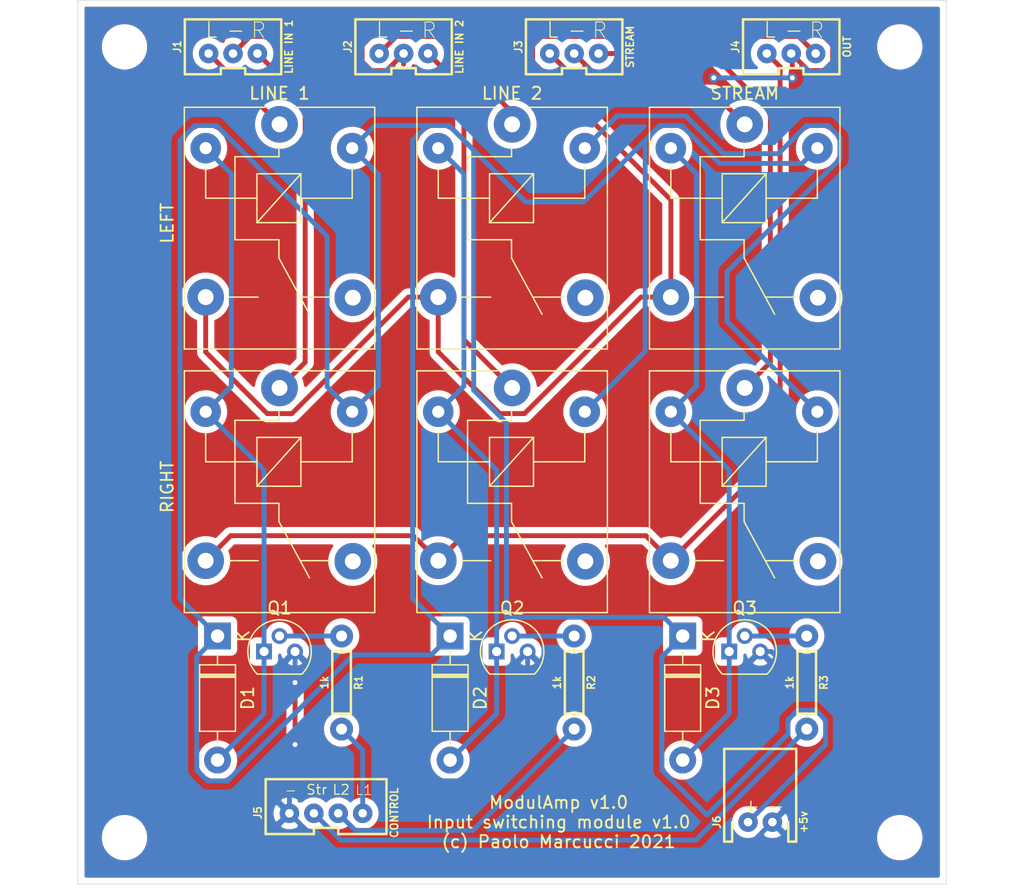
<source format=kicad_pcb>
(kicad_pcb (version 20171130) (host pcbnew "(5.1.12)-1")

  (general
    (thickness 1.6)
    (drawings 5)
    (tracks 181)
    (zones 0)
    (modules 25)
    (nets 28)
  )

  (page A4)
  (layers
    (0 F.Cu signal)
    (31 B.Cu signal)
    (32 B.Adhes user)
    (33 F.Adhes user)
    (34 B.Paste user)
    (35 F.Paste user)
    (36 B.SilkS user)
    (37 F.SilkS user)
    (38 B.Mask user)
    (39 F.Mask user)
    (40 Dwgs.User user)
    (41 Cmts.User user)
    (42 Eco1.User user)
    (43 Eco2.User user)
    (44 Edge.Cuts user)
    (45 Margin user)
    (46 B.CrtYd user)
    (47 F.CrtYd user)
    (48 B.Fab user)
    (49 F.Fab user)
  )

  (setup
    (last_trace_width 0.4)
    (trace_clearance 0.4)
    (zone_clearance 0.508)
    (zone_45_only no)
    (trace_min 0.4)
    (via_size 0.8)
    (via_drill 0.4)
    (via_min_size 0.4)
    (via_min_drill 0.3)
    (uvia_size 0.3)
    (uvia_drill 0.1)
    (uvias_allowed no)
    (uvia_min_size 0.2)
    (uvia_min_drill 0.1)
    (edge_width 0.05)
    (segment_width 0.2)
    (pcb_text_width 0.3)
    (pcb_text_size 1.5 1.5)
    (mod_edge_width 0.12)
    (mod_text_size 1 1)
    (mod_text_width 0.15)
    (pad_size 1.524 1.524)
    (pad_drill 0.762)
    (pad_to_mask_clearance 0)
    (aux_axis_origin 0 0)
    (visible_elements 7FFFFFFF)
    (pcbplotparams
      (layerselection 0x010fc_ffffffff)
      (usegerberextensions false)
      (usegerberattributes true)
      (usegerberadvancedattributes true)
      (creategerberjobfile true)
      (excludeedgelayer true)
      (linewidth 0.100000)
      (plotframeref false)
      (viasonmask false)
      (mode 1)
      (useauxorigin false)
      (hpglpennumber 1)
      (hpglpenspeed 20)
      (hpglpendiameter 15.000000)
      (psnegative false)
      (psa4output false)
      (plotreference true)
      (plotvalue true)
      (plotinvisibletext false)
      (padsonsilk false)
      (subtractmaskfromsilk false)
      (outputformat 1)
      (mirror false)
      (drillshape 1)
      (scaleselection 1)
      (outputdirectory ""))
  )

  (net 0 "")
  (net 1 "Net-(D1-Pad1)")
  (net 2 "Net-(D1-Pad2)")
  (net 3 "Net-(D2-Pad2)")
  (net 4 GNDA)
  (net 5 "Net-(J1-Pad3)")
  (net 6 "Net-(J1-Pad1)")
  (net 7 "Net-(J2-Pad1)")
  (net 8 "Net-(J2-Pad3)")
  (net 9 "Net-(J3-Pad3)")
  (net 10 "Net-(J3-Pad1)")
  (net 11 "Net-(J4-Pad1)")
  (net 12 "Net-(J4-Pad3)")
  (net 13 GNDD)
  (net 14 "Net-(J5-Pad2)")
  (net 15 "Net-(J5-Pad3)")
  (net 16 "Net-(J5-Pad4)")
  (net 17 "Net-(K1-Pad4)")
  (net 18 "Net-(K2-Pad4)")
  (net 19 "Net-(K3-Pad4)")
  (net 20 "Net-(K4-Pad5)")
  (net 21 "Net-(K4-Pad4)")
  (net 22 "Net-(K5-Pad4)")
  (net 23 "Net-(K6-Pad4)")
  (net 24 "Net-(Q1-Pad2)")
  (net 25 "Net-(Q2-Pad2)")
  (net 26 "Net-(Q3-Pad2)")
  (net 27 "Net-(D3-Pad2)")

  (net_class Default "This is the default net class."
    (clearance 0.4)
    (trace_width 0.4)
    (via_dia 0.8)
    (via_drill 0.4)
    (uvia_dia 0.3)
    (uvia_drill 0.1)
    (diff_pair_width 0.4)
    (diff_pair_gap 0.4)
    (add_net GNDA)
    (add_net GNDD)
    (add_net "Net-(D1-Pad1)")
    (add_net "Net-(D1-Pad2)")
    (add_net "Net-(D2-Pad2)")
    (add_net "Net-(D3-Pad2)")
    (add_net "Net-(J1-Pad1)")
    (add_net "Net-(J1-Pad3)")
    (add_net "Net-(J2-Pad1)")
    (add_net "Net-(J2-Pad3)")
    (add_net "Net-(J3-Pad1)")
    (add_net "Net-(J3-Pad3)")
    (add_net "Net-(J4-Pad1)")
    (add_net "Net-(J4-Pad3)")
    (add_net "Net-(J5-Pad2)")
    (add_net "Net-(J5-Pad3)")
    (add_net "Net-(J5-Pad4)")
    (add_net "Net-(K1-Pad4)")
    (add_net "Net-(K2-Pad4)")
    (add_net "Net-(K3-Pad4)")
    (add_net "Net-(K4-Pad4)")
    (add_net "Net-(K4-Pad5)")
    (add_net "Net-(K5-Pad4)")
    (add_net "Net-(K6-Pad4)")
    (add_net "Net-(Q1-Pad2)")
    (add_net "Net-(Q2-Pad2)")
    (add_net "Net-(Q3-Pad2)")
  )

  (module MountingHole:MountingHole_2.7mm_M2.5 (layer F.Cu) (tedit 56D1B4CB) (tstamp 61CB05F8)
    (at 81.28 96.52)
    (descr "Mounting Hole 2.7mm, no annular, M2.5")
    (tags "mounting hole 2.7mm no annular m2.5")
    (attr virtual)
    (fp_text reference REF** (at 0 -3.7) (layer F.SilkS) hide
      (effects (font (size 1 1) (thickness 0.15)))
    )
    (fp_text value MountingHole_2.7mm_M2.5 (at 0 3.7) (layer F.Fab)
      (effects (font (size 1 1) (thickness 0.15)))
    )
    (fp_circle (center 0 0) (end 2.95 0) (layer F.CrtYd) (width 0.05))
    (fp_circle (center 0 0) (end 2.7 0) (layer Cmts.User) (width 0.15))
    (fp_text user %R (at 0.3 0) (layer F.Fab)
      (effects (font (size 1 1) (thickness 0.15)))
    )
    (pad 1 np_thru_hole circle (at 0 0) (size 2.7 2.7) (drill 2.7) (layers *.Cu *.Mask))
  )

  (module MountingHole:MountingHole_2.7mm_M2.5 (layer F.Cu) (tedit 56D1B4CB) (tstamp 61CB05F8)
    (at 144.78 96.52)
    (descr "Mounting Hole 2.7mm, no annular, M2.5")
    (tags "mounting hole 2.7mm no annular m2.5")
    (attr virtual)
    (fp_text reference REF** (at 0 -3.7) (layer F.SilkS) hide
      (effects (font (size 1 1) (thickness 0.15)))
    )
    (fp_text value MountingHole_2.7mm_M2.5 (at 0 3.7) (layer F.Fab)
      (effects (font (size 1 1) (thickness 0.15)))
    )
    (fp_circle (center 0 0) (end 2.95 0) (layer F.CrtYd) (width 0.05))
    (fp_circle (center 0 0) (end 2.7 0) (layer Cmts.User) (width 0.15))
    (fp_text user %R (at 0.3 0) (layer F.Fab)
      (effects (font (size 1 1) (thickness 0.15)))
    )
    (pad 1 np_thru_hole circle (at 0 0) (size 2.7 2.7) (drill 2.7) (layers *.Cu *.Mask))
  )

  (module MountingHole:MountingHole_2.7mm_M2.5 (layer F.Cu) (tedit 56D1B4CB) (tstamp 61CB05F8)
    (at 144.78 31.75)
    (descr "Mounting Hole 2.7mm, no annular, M2.5")
    (tags "mounting hole 2.7mm no annular m2.5")
    (attr virtual)
    (fp_text reference REF** (at 0 -3.7) (layer F.SilkS) hide
      (effects (font (size 1 1) (thickness 0.15)))
    )
    (fp_text value MountingHole_2.7mm_M2.5 (at 0 3.7) (layer F.Fab)
      (effects (font (size 1 1) (thickness 0.15)))
    )
    (fp_circle (center 0 0) (end 2.95 0) (layer F.CrtYd) (width 0.05))
    (fp_circle (center 0 0) (end 2.7 0) (layer Cmts.User) (width 0.15))
    (fp_text user %R (at 0.3 0) (layer F.Fab)
      (effects (font (size 1 1) (thickness 0.15)))
    )
    (pad 1 np_thru_hole circle (at 0 0) (size 2.7 2.7) (drill 2.7) (layers *.Cu *.Mask))
  )

  (module MountingHole:MountingHole_2.7mm_M2.5 (layer F.Cu) (tedit 56D1B4CB) (tstamp 61CB05D3)
    (at 81.28 31.75)
    (descr "Mounting Hole 2.7mm, no annular, M2.5")
    (tags "mounting hole 2.7mm no annular m2.5")
    (attr virtual)
    (fp_text reference REF** (at 0 -3.7) (layer F.SilkS) hide
      (effects (font (size 1 1) (thickness 0.15)))
    )
    (fp_text value MountingHole_2.7mm_M2.5 (at 0 3.7) (layer F.Fab)
      (effects (font (size 1 1) (thickness 0.15)))
    )
    (fp_circle (center 0 0) (end 2.95 0) (layer F.CrtYd) (width 0.05))
    (fp_circle (center 0 0) (end 2.7 0) (layer Cmts.User) (width 0.15))
    (fp_text user %R (at 0.3 0) (layer F.Fab)
      (effects (font (size 1 1) (thickness 0.15)))
    )
    (pad 1 np_thru_hole circle (at 0 0) (size 2.7 2.7) (drill 2.7) (layers *.Cu *.Mask))
  )

  (module Diode_THT:D_DO-41_SOD81_P10.16mm_Horizontal (layer F.Cu) (tedit 5AE50CD5) (tstamp 61CAA072)
    (at 88.9 80.01 270)
    (descr "Diode, DO-41_SOD81 series, Axial, Horizontal, pin pitch=10.16mm, , length*diameter=5.2*2.7mm^2, , http://www.diodes.com/_files/packages/DO-41%20(Plastic).pdf")
    (tags "Diode DO-41_SOD81 series Axial Horizontal pin pitch 10.16mm  length 5.2mm diameter 2.7mm")
    (path /61CA99C9)
    (fp_text reference D1 (at 5.08 -2.47 90) (layer F.SilkS)
      (effects (font (size 1 1) (thickness 0.15)))
    )
    (fp_text value 1N4007 (at 5.08 2.47 90) (layer F.Fab)
      (effects (font (size 1 1) (thickness 0.15)))
    )
    (fp_line (start 11.51 -1.6) (end -1.35 -1.6) (layer F.CrtYd) (width 0.05))
    (fp_line (start 11.51 1.6) (end 11.51 -1.6) (layer F.CrtYd) (width 0.05))
    (fp_line (start -1.35 1.6) (end 11.51 1.6) (layer F.CrtYd) (width 0.05))
    (fp_line (start -1.35 -1.6) (end -1.35 1.6) (layer F.CrtYd) (width 0.05))
    (fp_line (start 3.14 -1.47) (end 3.14 1.47) (layer F.SilkS) (width 0.12))
    (fp_line (start 3.38 -1.47) (end 3.38 1.47) (layer F.SilkS) (width 0.12))
    (fp_line (start 3.26 -1.47) (end 3.26 1.47) (layer F.SilkS) (width 0.12))
    (fp_line (start 8.82 0) (end 7.8 0) (layer F.SilkS) (width 0.12))
    (fp_line (start 1.34 0) (end 2.36 0) (layer F.SilkS) (width 0.12))
    (fp_line (start 7.8 -1.47) (end 2.36 -1.47) (layer F.SilkS) (width 0.12))
    (fp_line (start 7.8 1.47) (end 7.8 -1.47) (layer F.SilkS) (width 0.12))
    (fp_line (start 2.36 1.47) (end 7.8 1.47) (layer F.SilkS) (width 0.12))
    (fp_line (start 2.36 -1.47) (end 2.36 1.47) (layer F.SilkS) (width 0.12))
    (fp_line (start 3.16 -1.35) (end 3.16 1.35) (layer F.Fab) (width 0.1))
    (fp_line (start 3.36 -1.35) (end 3.36 1.35) (layer F.Fab) (width 0.1))
    (fp_line (start 3.26 -1.35) (end 3.26 1.35) (layer F.Fab) (width 0.1))
    (fp_line (start 10.16 0) (end 7.68 0) (layer F.Fab) (width 0.1))
    (fp_line (start 0 0) (end 2.48 0) (layer F.Fab) (width 0.1))
    (fp_line (start 7.68 -1.35) (end 2.48 -1.35) (layer F.Fab) (width 0.1))
    (fp_line (start 7.68 1.35) (end 7.68 -1.35) (layer F.Fab) (width 0.1))
    (fp_line (start 2.48 1.35) (end 7.68 1.35) (layer F.Fab) (width 0.1))
    (fp_line (start 2.48 -1.35) (end 2.48 1.35) (layer F.Fab) (width 0.1))
    (fp_text user %R (at 5.47 0 90) (layer F.Fab)
      (effects (font (size 1 1) (thickness 0.15)))
    )
    (fp_text user K (at 0 -2.1 90) (layer F.Fab)
      (effects (font (size 1 1) (thickness 0.15)))
    )
    (fp_text user K (at 0 -2.1 90) (layer F.SilkS)
      (effects (font (size 1 1) (thickness 0.15)))
    )
    (pad 1 thru_hole rect (at 0 0 270) (size 2.2 2.2) (drill 1.1) (layers *.Cu *.Mask)
      (net 1 "Net-(D1-Pad1)"))
    (pad 2 thru_hole oval (at 10.16 0 270) (size 2.2 2.2) (drill 1.1) (layers *.Cu *.Mask)
      (net 2 "Net-(D1-Pad2)"))
    (model ${KISYS3DMOD}/Diode_THT.3dshapes/D_DO-41_SOD81_P10.16mm_Horizontal.wrl
      (at (xyz 0 0 0))
      (scale (xyz 1 1 1))
      (rotate (xyz 0 0 0))
    )
  )

  (module Diode_THT:D_DO-41_SOD81_P10.16mm_Horizontal (layer F.Cu) (tedit 5AE50CD5) (tstamp 61CAA091)
    (at 107.95 80.01 270)
    (descr "Diode, DO-41_SOD81 series, Axial, Horizontal, pin pitch=10.16mm, , length*diameter=5.2*2.7mm^2, , http://www.diodes.com/_files/packages/DO-41%20(Plastic).pdf")
    (tags "Diode DO-41_SOD81 series Axial Horizontal pin pitch 10.16mm  length 5.2mm diameter 2.7mm")
    (path /61CDC974)
    (fp_text reference D2 (at 5.08 -2.47 90) (layer F.SilkS)
      (effects (font (size 1 1) (thickness 0.15)))
    )
    (fp_text value 1N4007 (at 5.08 2.47 90) (layer F.Fab)
      (effects (font (size 1 1) (thickness 0.15)))
    )
    (fp_line (start 2.48 -1.35) (end 2.48 1.35) (layer F.Fab) (width 0.1))
    (fp_line (start 2.48 1.35) (end 7.68 1.35) (layer F.Fab) (width 0.1))
    (fp_line (start 7.68 1.35) (end 7.68 -1.35) (layer F.Fab) (width 0.1))
    (fp_line (start 7.68 -1.35) (end 2.48 -1.35) (layer F.Fab) (width 0.1))
    (fp_line (start 0 0) (end 2.48 0) (layer F.Fab) (width 0.1))
    (fp_line (start 10.16 0) (end 7.68 0) (layer F.Fab) (width 0.1))
    (fp_line (start 3.26 -1.35) (end 3.26 1.35) (layer F.Fab) (width 0.1))
    (fp_line (start 3.36 -1.35) (end 3.36 1.35) (layer F.Fab) (width 0.1))
    (fp_line (start 3.16 -1.35) (end 3.16 1.35) (layer F.Fab) (width 0.1))
    (fp_line (start 2.36 -1.47) (end 2.36 1.47) (layer F.SilkS) (width 0.12))
    (fp_line (start 2.36 1.47) (end 7.8 1.47) (layer F.SilkS) (width 0.12))
    (fp_line (start 7.8 1.47) (end 7.8 -1.47) (layer F.SilkS) (width 0.12))
    (fp_line (start 7.8 -1.47) (end 2.36 -1.47) (layer F.SilkS) (width 0.12))
    (fp_line (start 1.34 0) (end 2.36 0) (layer F.SilkS) (width 0.12))
    (fp_line (start 8.82 0) (end 7.8 0) (layer F.SilkS) (width 0.12))
    (fp_line (start 3.26 -1.47) (end 3.26 1.47) (layer F.SilkS) (width 0.12))
    (fp_line (start 3.38 -1.47) (end 3.38 1.47) (layer F.SilkS) (width 0.12))
    (fp_line (start 3.14 -1.47) (end 3.14 1.47) (layer F.SilkS) (width 0.12))
    (fp_line (start -1.35 -1.6) (end -1.35 1.6) (layer F.CrtYd) (width 0.05))
    (fp_line (start -1.35 1.6) (end 11.51 1.6) (layer F.CrtYd) (width 0.05))
    (fp_line (start 11.51 1.6) (end 11.51 -1.6) (layer F.CrtYd) (width 0.05))
    (fp_line (start 11.51 -1.6) (end -1.35 -1.6) (layer F.CrtYd) (width 0.05))
    (fp_text user K (at 0 -2.1 90) (layer F.SilkS)
      (effects (font (size 1 1) (thickness 0.15)))
    )
    (fp_text user K (at 0 -2.1 90) (layer F.Fab)
      (effects (font (size 1 1) (thickness 0.15)))
    )
    (fp_text user %R (at 5.47 0 90) (layer F.Fab)
      (effects (font (size 1 1) (thickness 0.15)))
    )
    (pad 2 thru_hole oval (at 10.16 0 270) (size 2.2 2.2) (drill 1.1) (layers *.Cu *.Mask)
      (net 3 "Net-(D2-Pad2)"))
    (pad 1 thru_hole rect (at 0 0 270) (size 2.2 2.2) (drill 1.1) (layers *.Cu *.Mask)
      (net 1 "Net-(D1-Pad1)"))
    (model ${KISYS3DMOD}/Diode_THT.3dshapes/D_DO-41_SOD81_P10.16mm_Horizontal.wrl
      (at (xyz 0 0 0))
      (scale (xyz 1 1 1))
      (rotate (xyz 0 0 0))
    )
  )

  (module Diode_THT:D_DO-41_SOD81_P10.16mm_Horizontal (layer F.Cu) (tedit 5AE50CD5) (tstamp 61CAA0B0)
    (at 127 80.01 270)
    (descr "Diode, DO-41_SOD81 series, Axial, Horizontal, pin pitch=10.16mm, , length*diameter=5.2*2.7mm^2, , http://www.diodes.com/_files/packages/DO-41%20(Plastic).pdf")
    (tags "Diode DO-41_SOD81 series Axial Horizontal pin pitch 10.16mm  length 5.2mm diameter 2.7mm")
    (path /61CDF78A)
    (fp_text reference D3 (at 5.08 -2.47 90) (layer F.SilkS)
      (effects (font (size 1 1) (thickness 0.15)))
    )
    (fp_text value 1N4007 (at 5.08 2.47 90) (layer F.Fab)
      (effects (font (size 1 1) (thickness 0.15)))
    )
    (fp_line (start 11.51 -1.6) (end -1.35 -1.6) (layer F.CrtYd) (width 0.05))
    (fp_line (start 11.51 1.6) (end 11.51 -1.6) (layer F.CrtYd) (width 0.05))
    (fp_line (start -1.35 1.6) (end 11.51 1.6) (layer F.CrtYd) (width 0.05))
    (fp_line (start -1.35 -1.6) (end -1.35 1.6) (layer F.CrtYd) (width 0.05))
    (fp_line (start 3.14 -1.47) (end 3.14 1.47) (layer F.SilkS) (width 0.12))
    (fp_line (start 3.38 -1.47) (end 3.38 1.47) (layer F.SilkS) (width 0.12))
    (fp_line (start 3.26 -1.47) (end 3.26 1.47) (layer F.SilkS) (width 0.12))
    (fp_line (start 8.82 0) (end 7.8 0) (layer F.SilkS) (width 0.12))
    (fp_line (start 1.34 0) (end 2.36 0) (layer F.SilkS) (width 0.12))
    (fp_line (start 7.8 -1.47) (end 2.36 -1.47) (layer F.SilkS) (width 0.12))
    (fp_line (start 7.8 1.47) (end 7.8 -1.47) (layer F.SilkS) (width 0.12))
    (fp_line (start 2.36 1.47) (end 7.8 1.47) (layer F.SilkS) (width 0.12))
    (fp_line (start 2.36 -1.47) (end 2.36 1.47) (layer F.SilkS) (width 0.12))
    (fp_line (start 3.16 -1.35) (end 3.16 1.35) (layer F.Fab) (width 0.1))
    (fp_line (start 3.36 -1.35) (end 3.36 1.35) (layer F.Fab) (width 0.1))
    (fp_line (start 3.26 -1.35) (end 3.26 1.35) (layer F.Fab) (width 0.1))
    (fp_line (start 10.16 0) (end 7.68 0) (layer F.Fab) (width 0.1))
    (fp_line (start 0 0) (end 2.48 0) (layer F.Fab) (width 0.1))
    (fp_line (start 7.68 -1.35) (end 2.48 -1.35) (layer F.Fab) (width 0.1))
    (fp_line (start 7.68 1.35) (end 7.68 -1.35) (layer F.Fab) (width 0.1))
    (fp_line (start 2.48 1.35) (end 7.68 1.35) (layer F.Fab) (width 0.1))
    (fp_line (start 2.48 -1.35) (end 2.48 1.35) (layer F.Fab) (width 0.1))
    (fp_text user %R (at 5.47 0 90) (layer F.Fab)
      (effects (font (size 1 1) (thickness 0.15)))
    )
    (fp_text user K (at 0 -2.1 90) (layer F.Fab)
      (effects (font (size 1 1) (thickness 0.15)))
    )
    (fp_text user K (at 0 -2.1 90) (layer F.SilkS)
      (effects (font (size 1 1) (thickness 0.15)))
    )
    (pad 1 thru_hole rect (at 0 0 270) (size 2.2 2.2) (drill 1.1) (layers *.Cu *.Mask)
      (net 1 "Net-(D1-Pad1)"))
    (pad 2 thru_hole oval (at 10.16 0 270) (size 2.2 2.2) (drill 1.1) (layers *.Cu *.Mask)
      (net 27 "Net-(D3-Pad2)"))
    (model ${KISYS3DMOD}/Diode_THT.3dshapes/D_DO-41_SOD81_P10.16mm_Horizontal.wrl
      (at (xyz 0 0 0))
      (scale (xyz 1 1 1))
      (rotate (xyz 0 0 0))
    )
  )

  (module JST-3-PTH-VERT (layer F.Cu) (tedit 200000) (tstamp 61CAA0C2)
    (at 90.17 31.75)
    (descr "JST 3 PIN VERTICAL PLATED THROUGH HOLE")
    (tags "JST 3 PIN VERTICAL PLATED THROUGH HOLE")
    (path /61C4F9A3)
    (attr virtual)
    (fp_text reference J1 (at -4.572 0 90) (layer F.SilkS)
      (effects (font (size 0.6096 0.6096) (thickness 0.127)))
    )
    (fp_text value "LINE IN 1" (at 4.572 0 90) (layer F.SilkS)
      (effects (font (size 0.6096 0.6096) (thickness 0.127)))
    )
    (fp_line (start -3.9497 2.2479) (end -3.9497 -2.2479) (layer F.SilkS) (width 0.2032))
    (fp_line (start -3.9497 -2.2479) (end 3.9497 -2.2479) (layer F.SilkS) (width 0.2032))
    (fp_line (start 3.9497 -2.2479) (end 3.9497 2.2479) (layer F.SilkS) (width 0.2032))
    (fp_line (start 3.9497 2.2479) (end 0.99822 2.2479) (layer F.SilkS) (width 0.2032))
    (fp_line (start -0.99822 2.2479) (end -3.9497 2.2479) (layer F.SilkS) (width 0.2032))
    (fp_line (start -0.99822 1.74752) (end 0.99822 1.74752) (layer F.SilkS) (width 0.2032))
    (fp_line (start 0.99822 1.74752) (end 0.99822 2.2479) (layer F.SilkS) (width 0.2032))
    (fp_line (start -0.99822 1.74752) (end -0.99822 2.2479) (layer F.SilkS) (width 0.2032))
    (fp_text user R (at 2.09804 -1.34874) (layer F.SilkS)
      (effects (font (size 1.27 1.27) (thickness 0.0762)))
    )
    (fp_text user - (at 0.23368 -1.3843) (layer F.SilkS)
      (effects (font (size 1.27 1.27) (thickness 0.1016)))
    )
    (fp_text user L (at -1.76276 -1.3843) (layer F.SilkS)
      (effects (font (size 1.27 1.27) (thickness 0.1016)))
    )
    (pad 3 thru_hole circle (at 1.99898 0.54864) (size 1.59766 1.59766) (drill 0.6985) (layers *.Cu *.Mask)
      (net 5 "Net-(J1-Pad3)") (solder_mask_margin 0.1016))
    (pad 2 thru_hole circle (at 0 0.54864) (size 1.59766 1.59766) (drill 0.6985) (layers *.Cu *.Mask)
      (net 4 GNDA) (solder_mask_margin 0.1016))
    (pad 1 thru_hole circle (at -1.99898 0.54864) (size 1.59766 1.59766) (drill 0.6985) (layers *.Cu *.Mask)
      (net 6 "Net-(J1-Pad1)") (solder_mask_margin 0.1016))
  )

  (module JST-3-PTH-VERT (layer F.Cu) (tedit 200000) (tstamp 61CAA0D4)
    (at 104.14 31.75)
    (descr "JST 3 PIN VERTICAL PLATED THROUGH HOLE")
    (tags "JST 3 PIN VERTICAL PLATED THROUGH HOLE")
    (path /61C615B8)
    (attr virtual)
    (fp_text reference J2 (at -4.572 0 90) (layer F.SilkS)
      (effects (font (size 0.6096 0.6096) (thickness 0.127)))
    )
    (fp_text value "LINE IN 2" (at 4.572 0 90) (layer F.SilkS)
      (effects (font (size 0.6096 0.6096) (thickness 0.127)))
    )
    (fp_line (start -0.99822 1.74752) (end -0.99822 2.2479) (layer F.SilkS) (width 0.2032))
    (fp_line (start 0.99822 1.74752) (end 0.99822 2.2479) (layer F.SilkS) (width 0.2032))
    (fp_line (start -0.99822 1.74752) (end 0.99822 1.74752) (layer F.SilkS) (width 0.2032))
    (fp_line (start -0.99822 2.2479) (end -3.9497 2.2479) (layer F.SilkS) (width 0.2032))
    (fp_line (start 3.9497 2.2479) (end 0.99822 2.2479) (layer F.SilkS) (width 0.2032))
    (fp_line (start 3.9497 -2.2479) (end 3.9497 2.2479) (layer F.SilkS) (width 0.2032))
    (fp_line (start -3.9497 -2.2479) (end 3.9497 -2.2479) (layer F.SilkS) (width 0.2032))
    (fp_line (start -3.9497 2.2479) (end -3.9497 -2.2479) (layer F.SilkS) (width 0.2032))
    (fp_text user L (at -1.76276 -1.3843) (layer F.SilkS)
      (effects (font (size 1.27 1.27) (thickness 0.1016)))
    )
    (fp_text user - (at 0.23368 -1.3843) (layer F.SilkS)
      (effects (font (size 1.27 1.27) (thickness 0.1016)))
    )
    (fp_text user R (at 2.09804 -1.34874) (layer F.SilkS)
      (effects (font (size 1.27 1.27) (thickness 0.0762)))
    )
    (pad 1 thru_hole circle (at -1.99898 0.54864) (size 1.59766 1.59766) (drill 0.6985) (layers *.Cu *.Mask)
      (net 7 "Net-(J2-Pad1)") (solder_mask_margin 0.1016))
    (pad 2 thru_hole circle (at 0 0.54864) (size 1.59766 1.59766) (drill 0.6985) (layers *.Cu *.Mask)
      (net 4 GNDA) (solder_mask_margin 0.1016))
    (pad 3 thru_hole circle (at 1.99898 0.54864) (size 1.59766 1.59766) (drill 0.6985) (layers *.Cu *.Mask)
      (net 8 "Net-(J2-Pad3)") (solder_mask_margin 0.1016))
  )

  (module JST-3-PTH-VERT (layer F.Cu) (tedit 200000) (tstamp 61CAA0E6)
    (at 118.11 31.75)
    (descr "JST 3 PIN VERTICAL PLATED THROUGH HOLE")
    (tags "JST 3 PIN VERTICAL PLATED THROUGH HOLE")
    (path /61C62978)
    (attr virtual)
    (fp_text reference J3 (at -4.572 0 90) (layer F.SilkS)
      (effects (font (size 0.6096 0.6096) (thickness 0.127)))
    )
    (fp_text value STREAM (at 4.572 0 90) (layer F.SilkS)
      (effects (font (size 0.6096 0.6096) (thickness 0.127)))
    )
    (fp_line (start -3.9497 2.2479) (end -3.9497 -2.2479) (layer F.SilkS) (width 0.2032))
    (fp_line (start -3.9497 -2.2479) (end 3.9497 -2.2479) (layer F.SilkS) (width 0.2032))
    (fp_line (start 3.9497 -2.2479) (end 3.9497 2.2479) (layer F.SilkS) (width 0.2032))
    (fp_line (start 3.9497 2.2479) (end 0.99822 2.2479) (layer F.SilkS) (width 0.2032))
    (fp_line (start -0.99822 2.2479) (end -3.9497 2.2479) (layer F.SilkS) (width 0.2032))
    (fp_line (start -0.99822 1.74752) (end 0.99822 1.74752) (layer F.SilkS) (width 0.2032))
    (fp_line (start 0.99822 1.74752) (end 0.99822 2.2479) (layer F.SilkS) (width 0.2032))
    (fp_line (start -0.99822 1.74752) (end -0.99822 2.2479) (layer F.SilkS) (width 0.2032))
    (fp_text user R (at 2.09804 -1.34874) (layer F.SilkS)
      (effects (font (size 1.27 1.27) (thickness 0.0762)))
    )
    (fp_text user - (at 0.23368 -1.3843) (layer F.SilkS)
      (effects (font (size 1.27 1.27) (thickness 0.1016)))
    )
    (fp_text user L (at -1.76276 -1.3843) (layer F.SilkS)
      (effects (font (size 1.27 1.27) (thickness 0.1016)))
    )
    (pad 3 thru_hole circle (at 1.99898 0.54864) (size 1.59766 1.59766) (drill 0.6985) (layers *.Cu *.Mask)
      (net 9 "Net-(J3-Pad3)") (solder_mask_margin 0.1016))
    (pad 2 thru_hole circle (at 0 0.54864) (size 1.59766 1.59766) (drill 0.6985) (layers *.Cu *.Mask)
      (net 4 GNDA) (solder_mask_margin 0.1016))
    (pad 1 thru_hole circle (at -1.99898 0.54864) (size 1.59766 1.59766) (drill 0.6985) (layers *.Cu *.Mask)
      (net 10 "Net-(J3-Pad1)") (solder_mask_margin 0.1016))
  )

  (module JST-3-PTH-VERT (layer F.Cu) (tedit 200000) (tstamp 61CAA0F8)
    (at 135.89 31.75)
    (descr "JST 3 PIN VERTICAL PLATED THROUGH HOLE")
    (tags "JST 3 PIN VERTICAL PLATED THROUGH HOLE")
    (path /61C69DFA)
    (attr virtual)
    (fp_text reference J4 (at -4.572 0 90) (layer F.SilkS)
      (effects (font (size 0.6096 0.6096) (thickness 0.127)))
    )
    (fp_text value OUT (at 4.572 0 90) (layer F.SilkS)
      (effects (font (size 0.6096 0.6096) (thickness 0.127)))
    )
    (fp_line (start -0.99822 1.74752) (end -0.99822 2.2479) (layer F.SilkS) (width 0.2032))
    (fp_line (start 0.99822 1.74752) (end 0.99822 2.2479) (layer F.SilkS) (width 0.2032))
    (fp_line (start -0.99822 1.74752) (end 0.99822 1.74752) (layer F.SilkS) (width 0.2032))
    (fp_line (start -0.99822 2.2479) (end -3.9497 2.2479) (layer F.SilkS) (width 0.2032))
    (fp_line (start 3.9497 2.2479) (end 0.99822 2.2479) (layer F.SilkS) (width 0.2032))
    (fp_line (start 3.9497 -2.2479) (end 3.9497 2.2479) (layer F.SilkS) (width 0.2032))
    (fp_line (start -3.9497 -2.2479) (end 3.9497 -2.2479) (layer F.SilkS) (width 0.2032))
    (fp_line (start -3.9497 2.2479) (end -3.9497 -2.2479) (layer F.SilkS) (width 0.2032))
    (fp_text user L (at -1.76276 -1.3843) (layer F.SilkS)
      (effects (font (size 1.27 1.27) (thickness 0.1016)))
    )
    (fp_text user - (at 0.23368 -1.3843) (layer F.SilkS)
      (effects (font (size 1.27 1.27) (thickness 0.1016)))
    )
    (fp_text user R (at 2.09804 -1.34874) (layer F.SilkS)
      (effects (font (size 1.27 1.27) (thickness 0.0762)))
    )
    (pad 1 thru_hole circle (at -1.99898 0.54864) (size 1.59766 1.59766) (drill 0.6985) (layers *.Cu *.Mask)
      (net 11 "Net-(J4-Pad1)") (solder_mask_margin 0.1016))
    (pad 2 thru_hole circle (at 0 0.54864) (size 1.59766 1.59766) (drill 0.6985) (layers *.Cu *.Mask)
      (net 4 GNDA) (solder_mask_margin 0.1016))
    (pad 3 thru_hole circle (at 1.99898 0.54864) (size 1.59766 1.59766) (drill 0.6985) (layers *.Cu *.Mask)
      (net 12 "Net-(J4-Pad3)") (solder_mask_margin 0.1016))
  )

  (module JST-4-PTH-VERT (layer F.Cu) (tedit 200000) (tstamp 61CAA10C)
    (at 97.79 93.98)
    (descr "JST VERTICAL 4 PIN PLATED THROUGH HOLE")
    (tags "JST VERTICAL 4 PIN PLATED THROUGH HOLE")
    (path /61C8851E)
    (attr virtual)
    (fp_text reference J5 (at -5.588 0.508 90) (layer F.SilkS)
      (effects (font (size 0.6096 0.6096) (thickness 0.127)))
    )
    (fp_text value CONTROL (at 5.588 0.508 90) (layer F.SilkS)
      (effects (font (size 0.6096 0.6096) (thickness 0.127)))
    )
    (fp_line (start 4.94792 -2.2479) (end 4.94792 2.2479) (layer F.SilkS) (width 0.2032))
    (fp_line (start -0.99822 1.74752) (end -0.99822 2.2479) (layer F.SilkS) (width 0.2032))
    (fp_line (start 0.99822 1.74752) (end 0.99822 2.2479) (layer F.SilkS) (width 0.2032))
    (fp_line (start -0.99822 1.74752) (end 0.99822 1.74752) (layer F.SilkS) (width 0.2032))
    (fp_line (start -0.99822 2.2479) (end -4.94792 2.2479) (layer F.SilkS) (width 0.2032))
    (fp_line (start 4.94792 2.2479) (end 0.99822 2.2479) (layer F.SilkS) (width 0.2032))
    (fp_line (start -4.94792 -2.2479) (end 4.94792 -2.2479) (layer F.SilkS) (width 0.2032))
    (fp_line (start -4.94792 2.2479) (end -4.94792 -2.2479) (layer F.SilkS) (width 0.2032))
    (fp_text user Str (at -0.76454 -1.3843) (layer F.SilkS)
      (effects (font (size 0.79756 0.79756) (thickness 0.1016)))
    )
    (fp_text user L2 (at 1.23444 -1.3843) (layer F.SilkS)
      (effects (font (size 0.79756 0.79756) (thickness 0.1016)))
    )
    (fp_text user L1 (at 3.0988 -1.34874) (layer F.SilkS)
      (effects (font (size 0.79756 0.79756) (thickness 0.0762)))
    )
    (fp_text user - (at -2.89814 -1.34874) (layer F.SilkS)
      (effects (font (size 0.79756 0.79756) (thickness 0.0762)))
    )
    (pad 1 thru_hole circle (at -2.99974 0.54864) (size 1.59766 1.59766) (drill 0.6985) (layers *.Cu *.Mask)
      (net 13 GNDD) (solder_mask_margin 0.1016))
    (pad 2 thru_hole circle (at -0.99822 0.54864) (size 1.59766 1.59766) (drill 0.6985) (layers *.Cu *.Mask)
      (net 14 "Net-(J5-Pad2)") (solder_mask_margin 0.1016))
    (pad 3 thru_hole circle (at 0.99822 0.54864) (size 1.59766 1.59766) (drill 0.6985) (layers *.Cu *.Mask)
      (net 15 "Net-(J5-Pad3)") (solder_mask_margin 0.1016))
    (pad 4 thru_hole circle (at 2.99974 0.54864) (size 1.59766 1.59766) (drill 0.6985) (layers *.Cu *.Mask)
      (net 16 "Net-(J5-Pad4)") (solder_mask_margin 0.1016))
  )

  (module JST-2-PTH (layer F.Cu) (tedit 200000) (tstamp 61CAA11B)
    (at 133.35 95.25)
    (descr "JST 2 PIN RIGHT ANGLE PLATED THROUGH  HOLE")
    (tags "JST 2 PIN RIGHT ANGLE PLATED THROUGH  HOLE")
    (path /61CB7E68)
    (attr virtual)
    (fp_text reference J6 (at -3.556 0 90) (layer F.SilkS)
      (effects (font (size 0.6096 0.6096) (thickness 0.127)))
    )
    (fp_text value +5v (at 3.556 0 90) (layer F.SilkS)
      (effects (font (size 0.6096 0.6096) (thickness 0.127)))
    )
    (fp_line (start 2.2987 1.59766) (end 2.2987 0) (layer F.SilkS) (width 0.2032))
    (fp_line (start -2.2987 1.59766) (end -2.2987 0) (layer F.SilkS) (width 0.2032))
    (fp_line (start 2.94894 1.59766) (end 2.2987 1.59766) (layer F.SilkS) (width 0.2032))
    (fp_line (start -2.94894 1.59766) (end -2.2987 1.59766) (layer F.SilkS) (width 0.2032))
    (fp_line (start 2.94894 -5.99948) (end 2.94894 1.59766) (layer F.SilkS) (width 0.2032))
    (fp_line (start -2.94894 -5.99948) (end 2.94894 -5.99948) (layer F.SilkS) (width 0.2032))
    (fp_line (start -2.94894 1.59766) (end -2.94894 -5.99948) (layer F.SilkS) (width 0.2032))
    (fp_text user - (at 1.23444 -1.3335) (layer F.SilkS)
      (effects (font (size 1.27 1.27) (thickness 0.1016)))
    )
    (fp_text user + (at -0.76454 -1.3335) (layer F.SilkS)
      (effects (font (size 1.27 1.27) (thickness 0.1016)))
    )
    (pad 1 thru_hole circle (at -0.99822 0) (size 1.59766 1.59766) (drill 0.6985) (layers *.Cu *.Mask)
      (net 1 "Net-(D1-Pad1)") (solder_mask_margin 0.1016))
    (pad 2 thru_hole circle (at 0.99822 0) (size 1.59766 1.59766) (drill 0.6985) (layers *.Cu *.Mask)
      (net 13 GNDD) (solder_mask_margin 0.1016))
  )

  (module Relay_THT:Relay_SPDT_SANYOU_SRD_Series_Form_C (layer F.Cu) (tedit 58FA3148) (tstamp 61CAA144)
    (at 93.98 59.69 270)
    (descr "relay Sanyou SRD series Form C http://www.sanyourelay.ca/public/products/pdf/SRD.pdf")
    (tags "relay Sanyu SRD form C")
    (path /61C54194)
    (fp_text reference RIGHT (at 8.1 9.2 90) (layer F.SilkS)
      (effects (font (size 1 1) (thickness 0.15)))
    )
    (fp_text value "LINE 1 RIGHT" (at 8 -9.6 90) (layer F.Fab) hide
      (effects (font (size 1 1) (thickness 0.15)))
    )
    (fp_line (start -1.4 1.2) (end -1.4 7.8) (layer F.SilkS) (width 0.12))
    (fp_line (start -1.4 -7.8) (end -1.4 -1.2) (layer F.SilkS) (width 0.12))
    (fp_line (start -1.4 -7.8) (end 18.4 -7.8) (layer F.SilkS) (width 0.12))
    (fp_line (start 18.4 -7.8) (end 18.4 7.8) (layer F.SilkS) (width 0.12))
    (fp_line (start 18.4 7.8) (end -1.4 7.8) (layer F.SilkS) (width 0.12))
    (fp_line (start -1.3 -7.7) (end 18.3 -7.7) (layer F.Fab) (width 0.12))
    (fp_line (start 18.3 -7.7) (end 18.3 7.7) (layer F.Fab) (width 0.12))
    (fp_line (start 18.3 7.7) (end -1.3 7.7) (layer F.Fab) (width 0.12))
    (fp_line (start -1.3 7.7) (end -1.3 -7.7) (layer F.Fab) (width 0.12))
    (fp_line (start 18.55 -7.95) (end -1.55 -7.95) (layer F.CrtYd) (width 0.05))
    (fp_line (start -1.55 7.95) (end -1.55 -7.95) (layer F.CrtYd) (width 0.05))
    (fp_line (start 18.55 -7.95) (end 18.55 7.95) (layer F.CrtYd) (width 0.05))
    (fp_line (start -1.55 7.95) (end 18.55 7.95) (layer F.CrtYd) (width 0.05))
    (fp_line (start 14.15 4.2) (end 14.15 1.75) (layer F.SilkS) (width 0.12))
    (fp_line (start 14.15 -4.2) (end 14.15 -1.7) (layer F.SilkS) (width 0.12))
    (fp_line (start 3.55 6.05) (end 6.05 6.05) (layer F.SilkS) (width 0.12))
    (fp_line (start 2.65 0.05) (end 1.85 0.05) (layer F.SilkS) (width 0.12))
    (fp_line (start 6.05 -5.95) (end 3.55 -5.95) (layer F.SilkS) (width 0.12))
    (fp_line (start 9.45 0.05) (end 10.95 0.05) (layer F.SilkS) (width 0.12))
    (fp_line (start 10.95 0.05) (end 15.55 -2.45) (layer F.SilkS) (width 0.12))
    (fp_line (start 9.45 3.65) (end 2.65 3.65) (layer F.SilkS) (width 0.12))
    (fp_line (start 9.45 0.05) (end 9.45 3.65) (layer F.SilkS) (width 0.12))
    (fp_line (start 2.65 0.05) (end 2.65 3.65) (layer F.SilkS) (width 0.12))
    (fp_line (start 6.05 -5.95) (end 6.05 -1.75) (layer F.SilkS) (width 0.12))
    (fp_line (start 6.05 1.85) (end 6.05 6.05) (layer F.SilkS) (width 0.12))
    (fp_line (start 8.05 1.85) (end 4.05 -1.75) (layer F.SilkS) (width 0.12))
    (fp_line (start 4.05 1.85) (end 4.05 -1.75) (layer F.SilkS) (width 0.12))
    (fp_line (start 4.05 -1.75) (end 8.05 -1.75) (layer F.SilkS) (width 0.12))
    (fp_line (start 8.05 -1.75) (end 8.05 1.85) (layer F.SilkS) (width 0.12))
    (fp_line (start 8.05 1.85) (end 4.05 1.85) (layer F.SilkS) (width 0.12))
    (fp_text user %R (at 7.1 0.025 90) (layer F.Fab)
      (effects (font (size 1 1) (thickness 0.15)))
    )
    (fp_text user 1 (at 0 -2.3 90) (layer F.Fab)
      (effects (font (size 1 1) (thickness 0.15)))
    )
    (pad 1 thru_hole circle (at 0 0) (size 3 3) (drill 1.3) (layers *.Cu *.Mask)
      (net 5 "Net-(J1-Pad3)"))
    (pad 5 thru_hole circle (at 1.95 -5.95) (size 2.5 2.5) (drill 1) (layers *.Cu *.Mask)
      (net 1 "Net-(D1-Pad1)"))
    (pad 4 thru_hole circle (at 14.2 -6) (size 3 3) (drill 1.3) (layers *.Cu *.Mask)
      (net 17 "Net-(K1-Pad4)"))
    (pad 3 thru_hole circle (at 14.15 6.05) (size 3 3) (drill 1.3) (layers *.Cu *.Mask)
      (net 11 "Net-(J4-Pad1)"))
    (pad 2 thru_hole circle (at 1.95 6.05) (size 2.5 2.5) (drill 1) (layers *.Cu *.Mask)
      (net 2 "Net-(D1-Pad2)"))
    (model ${KISYS3DMOD}/Relay_THT.3dshapes/Relay_SPDT_SANYOU_SRD_Series_Form_C.wrl
      (at (xyz 0 0 0))
      (scale (xyz 1 1 1))
      (rotate (xyz 0 0 0))
    )
  )

  (module Relay_THT:Relay_SPDT_SANYOU_SRD_Series_Form_C (layer F.Cu) (tedit 58FA3148) (tstamp 61CAA16D)
    (at 93.98 38.1 270)
    (descr "relay Sanyou SRD series Form C http://www.sanyourelay.ca/public/products/pdf/SRD.pdf")
    (tags "relay Sanyu SRD form C")
    (path /61C520B2)
    (fp_text reference LEFT (at 8.1 9.2 90) (layer F.SilkS)
      (effects (font (size 1 1) (thickness 0.15)))
    )
    (fp_text value "LINE 1" (at -2.54 0 180) (layer F.SilkS)
      (effects (font (size 1 1) (thickness 0.15)))
    )
    (fp_line (start 8.05 1.85) (end 4.05 1.85) (layer F.SilkS) (width 0.12))
    (fp_line (start 8.05 -1.75) (end 8.05 1.85) (layer F.SilkS) (width 0.12))
    (fp_line (start 4.05 -1.75) (end 8.05 -1.75) (layer F.SilkS) (width 0.12))
    (fp_line (start 4.05 1.85) (end 4.05 -1.75) (layer F.SilkS) (width 0.12))
    (fp_line (start 8.05 1.85) (end 4.05 -1.75) (layer F.SilkS) (width 0.12))
    (fp_line (start 6.05 1.85) (end 6.05 6.05) (layer F.SilkS) (width 0.12))
    (fp_line (start 6.05 -5.95) (end 6.05 -1.75) (layer F.SilkS) (width 0.12))
    (fp_line (start 2.65 0.05) (end 2.65 3.65) (layer F.SilkS) (width 0.12))
    (fp_line (start 9.45 0.05) (end 9.45 3.65) (layer F.SilkS) (width 0.12))
    (fp_line (start 9.45 3.65) (end 2.65 3.65) (layer F.SilkS) (width 0.12))
    (fp_line (start 10.95 0.05) (end 15.55 -2.45) (layer F.SilkS) (width 0.12))
    (fp_line (start 9.45 0.05) (end 10.95 0.05) (layer F.SilkS) (width 0.12))
    (fp_line (start 6.05 -5.95) (end 3.55 -5.95) (layer F.SilkS) (width 0.12))
    (fp_line (start 2.65 0.05) (end 1.85 0.05) (layer F.SilkS) (width 0.12))
    (fp_line (start 3.55 6.05) (end 6.05 6.05) (layer F.SilkS) (width 0.12))
    (fp_line (start 14.15 -4.2) (end 14.15 -1.7) (layer F.SilkS) (width 0.12))
    (fp_line (start 14.15 4.2) (end 14.15 1.75) (layer F.SilkS) (width 0.12))
    (fp_line (start -1.55 7.95) (end 18.55 7.95) (layer F.CrtYd) (width 0.05))
    (fp_line (start 18.55 -7.95) (end 18.55 7.95) (layer F.CrtYd) (width 0.05))
    (fp_line (start -1.55 7.95) (end -1.55 -7.95) (layer F.CrtYd) (width 0.05))
    (fp_line (start 18.55 -7.95) (end -1.55 -7.95) (layer F.CrtYd) (width 0.05))
    (fp_line (start -1.3 7.7) (end -1.3 -7.7) (layer F.Fab) (width 0.12))
    (fp_line (start 18.3 7.7) (end -1.3 7.7) (layer F.Fab) (width 0.12))
    (fp_line (start 18.3 -7.7) (end 18.3 7.7) (layer F.Fab) (width 0.12))
    (fp_line (start -1.3 -7.7) (end 18.3 -7.7) (layer F.Fab) (width 0.12))
    (fp_line (start 18.4 7.8) (end -1.4 7.8) (layer F.SilkS) (width 0.12))
    (fp_line (start 18.4 -7.8) (end 18.4 7.8) (layer F.SilkS) (width 0.12))
    (fp_line (start -1.4 -7.8) (end 18.4 -7.8) (layer F.SilkS) (width 0.12))
    (fp_line (start -1.4 -7.8) (end -1.4 -1.2) (layer F.SilkS) (width 0.12))
    (fp_line (start -1.4 1.2) (end -1.4 7.8) (layer F.SilkS) (width 0.12))
    (fp_text user 1 (at 0 -2.3 90) (layer F.Fab)
      (effects (font (size 1 1) (thickness 0.15)))
    )
    (fp_text user %R (at 7.1 0.025 90) (layer F.Fab)
      (effects (font (size 1 1) (thickness 0.15)))
    )
    (pad 2 thru_hole circle (at 1.95 6.05) (size 2.5 2.5) (drill 1) (layers *.Cu *.Mask)
      (net 2 "Net-(D1-Pad2)"))
    (pad 3 thru_hole circle (at 14.15 6.05) (size 3 3) (drill 1.3) (layers *.Cu *.Mask)
      (net 12 "Net-(J4-Pad3)"))
    (pad 4 thru_hole circle (at 14.2 -6) (size 3 3) (drill 1.3) (layers *.Cu *.Mask)
      (net 18 "Net-(K2-Pad4)"))
    (pad 5 thru_hole circle (at 1.95 -5.95) (size 2.5 2.5) (drill 1) (layers *.Cu *.Mask)
      (net 1 "Net-(D1-Pad1)"))
    (pad 1 thru_hole circle (at 0 0) (size 3 3) (drill 1.3) (layers *.Cu *.Mask)
      (net 6 "Net-(J1-Pad1)"))
    (model ${KISYS3DMOD}/Relay_THT.3dshapes/Relay_SPDT_SANYOU_SRD_Series_Form_C.wrl
      (at (xyz 0 0 0))
      (scale (xyz 1 1 1))
      (rotate (xyz 0 0 0))
    )
  )

  (module Relay_THT:Relay_SPDT_SANYOU_SRD_Series_Form_C (layer F.Cu) (tedit 58FA3148) (tstamp 61CAA196)
    (at 113.03 59.69 270)
    (descr "relay Sanyou SRD series Form C http://www.sanyourelay.ca/public/products/pdf/SRD.pdf")
    (tags "relay Sanyu SRD form C")
    (path /61C615AC)
    (fp_text reference K3 (at 8.1 9.2 90) (layer F.SilkS) hide
      (effects (font (size 1 1) (thickness 0.15)))
    )
    (fp_text value "LINE 2 RIGHT" (at 8 -9.6 90) (layer F.Fab) hide
      (effects (font (size 1 1) (thickness 0.15)))
    )
    (fp_line (start 8.05 1.85) (end 4.05 1.85) (layer F.SilkS) (width 0.12))
    (fp_line (start 8.05 -1.75) (end 8.05 1.85) (layer F.SilkS) (width 0.12))
    (fp_line (start 4.05 -1.75) (end 8.05 -1.75) (layer F.SilkS) (width 0.12))
    (fp_line (start 4.05 1.85) (end 4.05 -1.75) (layer F.SilkS) (width 0.12))
    (fp_line (start 8.05 1.85) (end 4.05 -1.75) (layer F.SilkS) (width 0.12))
    (fp_line (start 6.05 1.85) (end 6.05 6.05) (layer F.SilkS) (width 0.12))
    (fp_line (start 6.05 -5.95) (end 6.05 -1.75) (layer F.SilkS) (width 0.12))
    (fp_line (start 2.65 0.05) (end 2.65 3.65) (layer F.SilkS) (width 0.12))
    (fp_line (start 9.45 0.05) (end 9.45 3.65) (layer F.SilkS) (width 0.12))
    (fp_line (start 9.45 3.65) (end 2.65 3.65) (layer F.SilkS) (width 0.12))
    (fp_line (start 10.95 0.05) (end 15.55 -2.45) (layer F.SilkS) (width 0.12))
    (fp_line (start 9.45 0.05) (end 10.95 0.05) (layer F.SilkS) (width 0.12))
    (fp_line (start 6.05 -5.95) (end 3.55 -5.95) (layer F.SilkS) (width 0.12))
    (fp_line (start 2.65 0.05) (end 1.85 0.05) (layer F.SilkS) (width 0.12))
    (fp_line (start 3.55 6.05) (end 6.05 6.05) (layer F.SilkS) (width 0.12))
    (fp_line (start 14.15 -4.2) (end 14.15 -1.7) (layer F.SilkS) (width 0.12))
    (fp_line (start 14.15 4.2) (end 14.15 1.75) (layer F.SilkS) (width 0.12))
    (fp_line (start -1.55 7.95) (end 18.55 7.95) (layer F.CrtYd) (width 0.05))
    (fp_line (start 18.55 -7.95) (end 18.55 7.95) (layer F.CrtYd) (width 0.05))
    (fp_line (start -1.55 7.95) (end -1.55 -7.95) (layer F.CrtYd) (width 0.05))
    (fp_line (start 18.55 -7.95) (end -1.55 -7.95) (layer F.CrtYd) (width 0.05))
    (fp_line (start -1.3 7.7) (end -1.3 -7.7) (layer F.Fab) (width 0.12))
    (fp_line (start 18.3 7.7) (end -1.3 7.7) (layer F.Fab) (width 0.12))
    (fp_line (start 18.3 -7.7) (end 18.3 7.7) (layer F.Fab) (width 0.12))
    (fp_line (start -1.3 -7.7) (end 18.3 -7.7) (layer F.Fab) (width 0.12))
    (fp_line (start 18.4 7.8) (end -1.4 7.8) (layer F.SilkS) (width 0.12))
    (fp_line (start 18.4 -7.8) (end 18.4 7.8) (layer F.SilkS) (width 0.12))
    (fp_line (start -1.4 -7.8) (end 18.4 -7.8) (layer F.SilkS) (width 0.12))
    (fp_line (start -1.4 -7.8) (end -1.4 -1.2) (layer F.SilkS) (width 0.12))
    (fp_line (start -1.4 1.2) (end -1.4 7.8) (layer F.SilkS) (width 0.12))
    (fp_text user 1 (at 0 -2.3 90) (layer F.Fab)
      (effects (font (size 1 1) (thickness 0.15)))
    )
    (fp_text user %R (at 7.1 0.025 90) (layer F.Fab)
      (effects (font (size 1 1) (thickness 0.15)))
    )
    (pad 2 thru_hole circle (at 1.95 6.05) (size 2.5 2.5) (drill 1) (layers *.Cu *.Mask)
      (net 3 "Net-(D2-Pad2)"))
    (pad 3 thru_hole circle (at 14.15 6.05) (size 3 3) (drill 1.3) (layers *.Cu *.Mask)
      (net 11 "Net-(J4-Pad1)"))
    (pad 4 thru_hole circle (at 14.2 -6) (size 3 3) (drill 1.3) (layers *.Cu *.Mask)
      (net 19 "Net-(K3-Pad4)"))
    (pad 5 thru_hole circle (at 1.95 -5.95) (size 2.5 2.5) (drill 1) (layers *.Cu *.Mask)
      (net 1 "Net-(D1-Pad1)"))
    (pad 1 thru_hole circle (at 0 0) (size 3 3) (drill 1.3) (layers *.Cu *.Mask)
      (net 8 "Net-(J2-Pad3)"))
    (model ${KISYS3DMOD}/Relay_THT.3dshapes/Relay_SPDT_SANYOU_SRD_Series_Form_C.wrl
      (at (xyz 0 0 0))
      (scale (xyz 1 1 1))
      (rotate (xyz 0 0 0))
    )
  )

  (module Relay_THT:Relay_SPDT_SANYOU_SRD_Series_Form_C (layer F.Cu) (tedit 58FA3148) (tstamp 61CAA1BF)
    (at 113.03 38.1 270)
    (descr "relay Sanyou SRD series Form C http://www.sanyourelay.ca/public/products/pdf/SRD.pdf")
    (tags "relay Sanyu SRD form C")
    (path /61C615B2)
    (fp_text reference K4 (at 8.1 9.2 90) (layer F.SilkS) hide
      (effects (font (size 1 1) (thickness 0.15)))
    )
    (fp_text value "LINE 2" (at -2.54 0 180) (layer F.SilkS)
      (effects (font (size 1 1) (thickness 0.15)))
    )
    (fp_line (start -1.4 1.2) (end -1.4 7.8) (layer F.SilkS) (width 0.12))
    (fp_line (start -1.4 -7.8) (end -1.4 -1.2) (layer F.SilkS) (width 0.12))
    (fp_line (start -1.4 -7.8) (end 18.4 -7.8) (layer F.SilkS) (width 0.12))
    (fp_line (start 18.4 -7.8) (end 18.4 7.8) (layer F.SilkS) (width 0.12))
    (fp_line (start 18.4 7.8) (end -1.4 7.8) (layer F.SilkS) (width 0.12))
    (fp_line (start -1.3 -7.7) (end 18.3 -7.7) (layer F.Fab) (width 0.12))
    (fp_line (start 18.3 -7.7) (end 18.3 7.7) (layer F.Fab) (width 0.12))
    (fp_line (start 18.3 7.7) (end -1.3 7.7) (layer F.Fab) (width 0.12))
    (fp_line (start -1.3 7.7) (end -1.3 -7.7) (layer F.Fab) (width 0.12))
    (fp_line (start 18.55 -7.95) (end -1.55 -7.95) (layer F.CrtYd) (width 0.05))
    (fp_line (start -1.55 7.95) (end -1.55 -7.95) (layer F.CrtYd) (width 0.05))
    (fp_line (start 18.55 -7.95) (end 18.55 7.95) (layer F.CrtYd) (width 0.05))
    (fp_line (start -1.55 7.95) (end 18.55 7.95) (layer F.CrtYd) (width 0.05))
    (fp_line (start 14.15 4.2) (end 14.15 1.75) (layer F.SilkS) (width 0.12))
    (fp_line (start 14.15 -4.2) (end 14.15 -1.7) (layer F.SilkS) (width 0.12))
    (fp_line (start 3.55 6.05) (end 6.05 6.05) (layer F.SilkS) (width 0.12))
    (fp_line (start 2.65 0.05) (end 1.85 0.05) (layer F.SilkS) (width 0.12))
    (fp_line (start 6.05 -5.95) (end 3.55 -5.95) (layer F.SilkS) (width 0.12))
    (fp_line (start 9.45 0.05) (end 10.95 0.05) (layer F.SilkS) (width 0.12))
    (fp_line (start 10.95 0.05) (end 15.55 -2.45) (layer F.SilkS) (width 0.12))
    (fp_line (start 9.45 3.65) (end 2.65 3.65) (layer F.SilkS) (width 0.12))
    (fp_line (start 9.45 0.05) (end 9.45 3.65) (layer F.SilkS) (width 0.12))
    (fp_line (start 2.65 0.05) (end 2.65 3.65) (layer F.SilkS) (width 0.12))
    (fp_line (start 6.05 -5.95) (end 6.05 -1.75) (layer F.SilkS) (width 0.12))
    (fp_line (start 6.05 1.85) (end 6.05 6.05) (layer F.SilkS) (width 0.12))
    (fp_line (start 8.05 1.85) (end 4.05 -1.75) (layer F.SilkS) (width 0.12))
    (fp_line (start 4.05 1.85) (end 4.05 -1.75) (layer F.SilkS) (width 0.12))
    (fp_line (start 4.05 -1.75) (end 8.05 -1.75) (layer F.SilkS) (width 0.12))
    (fp_line (start 8.05 -1.75) (end 8.05 1.85) (layer F.SilkS) (width 0.12))
    (fp_line (start 8.05 1.85) (end 4.05 1.85) (layer F.SilkS) (width 0.12))
    (fp_text user %R (at 7.1 0.025 90) (layer F.Fab)
      (effects (font (size 1 1) (thickness 0.15)))
    )
    (fp_text user 1 (at 0 -2.3 90) (layer F.Fab)
      (effects (font (size 1 1) (thickness 0.15)))
    )
    (pad 1 thru_hole circle (at 0 0) (size 3 3) (drill 1.3) (layers *.Cu *.Mask)
      (net 7 "Net-(J2-Pad1)"))
    (pad 5 thru_hole circle (at 1.95 -5.95) (size 2.5 2.5) (drill 1) (layers *.Cu *.Mask)
      (net 20 "Net-(K4-Pad5)"))
    (pad 4 thru_hole circle (at 14.2 -6) (size 3 3) (drill 1.3) (layers *.Cu *.Mask)
      (net 21 "Net-(K4-Pad4)"))
    (pad 3 thru_hole circle (at 14.15 6.05) (size 3 3) (drill 1.3) (layers *.Cu *.Mask)
      (net 12 "Net-(J4-Pad3)"))
    (pad 2 thru_hole circle (at 1.95 6.05) (size 2.5 2.5) (drill 1) (layers *.Cu *.Mask)
      (net 3 "Net-(D2-Pad2)"))
    (model ${KISYS3DMOD}/Relay_THT.3dshapes/Relay_SPDT_SANYOU_SRD_Series_Form_C.wrl
      (at (xyz 0 0 0))
      (scale (xyz 1 1 1))
      (rotate (xyz 0 0 0))
    )
  )

  (module Relay_THT:Relay_SPDT_SANYOU_SRD_Series_Form_C (layer F.Cu) (tedit 58FA3148) (tstamp 61CAA1E8)
    (at 132.08 59.69 270)
    (descr "relay Sanyou SRD series Form C http://www.sanyourelay.ca/public/products/pdf/SRD.pdf")
    (tags "relay Sanyu SRD form C")
    (path /61C6296C)
    (fp_text reference K5 (at 8.1 9.2 90) (layer F.SilkS) hide
      (effects (font (size 1 1) (thickness 0.15)))
    )
    (fp_text value "STREAM RIGHT" (at 8 -9.6 90) (layer F.Fab) hide
      (effects (font (size 1 1) (thickness 0.15)))
    )
    (fp_line (start 8.05 1.85) (end 4.05 1.85) (layer F.SilkS) (width 0.12))
    (fp_line (start 8.05 -1.75) (end 8.05 1.85) (layer F.SilkS) (width 0.12))
    (fp_line (start 4.05 -1.75) (end 8.05 -1.75) (layer F.SilkS) (width 0.12))
    (fp_line (start 4.05 1.85) (end 4.05 -1.75) (layer F.SilkS) (width 0.12))
    (fp_line (start 8.05 1.85) (end 4.05 -1.75) (layer F.SilkS) (width 0.12))
    (fp_line (start 6.05 1.85) (end 6.05 6.05) (layer F.SilkS) (width 0.12))
    (fp_line (start 6.05 -5.95) (end 6.05 -1.75) (layer F.SilkS) (width 0.12))
    (fp_line (start 2.65 0.05) (end 2.65 3.65) (layer F.SilkS) (width 0.12))
    (fp_line (start 9.45 0.05) (end 9.45 3.65) (layer F.SilkS) (width 0.12))
    (fp_line (start 9.45 3.65) (end 2.65 3.65) (layer F.SilkS) (width 0.12))
    (fp_line (start 10.95 0.05) (end 15.55 -2.45) (layer F.SilkS) (width 0.12))
    (fp_line (start 9.45 0.05) (end 10.95 0.05) (layer F.SilkS) (width 0.12))
    (fp_line (start 6.05 -5.95) (end 3.55 -5.95) (layer F.SilkS) (width 0.12))
    (fp_line (start 2.65 0.05) (end 1.85 0.05) (layer F.SilkS) (width 0.12))
    (fp_line (start 3.55 6.05) (end 6.05 6.05) (layer F.SilkS) (width 0.12))
    (fp_line (start 14.15 -4.2) (end 14.15 -1.7) (layer F.SilkS) (width 0.12))
    (fp_line (start 14.15 4.2) (end 14.15 1.75) (layer F.SilkS) (width 0.12))
    (fp_line (start -1.55 7.95) (end 18.55 7.95) (layer F.CrtYd) (width 0.05))
    (fp_line (start 18.55 -7.95) (end 18.55 7.95) (layer F.CrtYd) (width 0.05))
    (fp_line (start -1.55 7.95) (end -1.55 -7.95) (layer F.CrtYd) (width 0.05))
    (fp_line (start 18.55 -7.95) (end -1.55 -7.95) (layer F.CrtYd) (width 0.05))
    (fp_line (start -1.3 7.7) (end -1.3 -7.7) (layer F.Fab) (width 0.12))
    (fp_line (start 18.3 7.7) (end -1.3 7.7) (layer F.Fab) (width 0.12))
    (fp_line (start 18.3 -7.7) (end 18.3 7.7) (layer F.Fab) (width 0.12))
    (fp_line (start -1.3 -7.7) (end 18.3 -7.7) (layer F.Fab) (width 0.12))
    (fp_line (start 18.4 7.8) (end -1.4 7.8) (layer F.SilkS) (width 0.12))
    (fp_line (start 18.4 -7.8) (end 18.4 7.8) (layer F.SilkS) (width 0.12))
    (fp_line (start -1.4 -7.8) (end 18.4 -7.8) (layer F.SilkS) (width 0.12))
    (fp_line (start -1.4 -7.8) (end -1.4 -1.2) (layer F.SilkS) (width 0.12))
    (fp_line (start -1.4 1.2) (end -1.4 7.8) (layer F.SilkS) (width 0.12))
    (fp_text user 1 (at 0 -2.3 90) (layer F.Fab)
      (effects (font (size 1 1) (thickness 0.15)))
    )
    (fp_text user %R (at 7.1 0.025 90) (layer F.Fab)
      (effects (font (size 1 1) (thickness 0.15)))
    )
    (pad 2 thru_hole circle (at 1.95 6.05) (size 2.5 2.5) (drill 1) (layers *.Cu *.Mask)
      (net 27 "Net-(D3-Pad2)"))
    (pad 3 thru_hole circle (at 14.15 6.05) (size 3 3) (drill 1.3) (layers *.Cu *.Mask)
      (net 11 "Net-(J4-Pad1)"))
    (pad 4 thru_hole circle (at 14.2 -6) (size 3 3) (drill 1.3) (layers *.Cu *.Mask)
      (net 22 "Net-(K5-Pad4)"))
    (pad 5 thru_hole circle (at 1.95 -5.95) (size 2.5 2.5) (drill 1) (layers *.Cu *.Mask)
      (net 20 "Net-(K4-Pad5)"))
    (pad 1 thru_hole circle (at 0 0) (size 3 3) (drill 1.3) (layers *.Cu *.Mask)
      (net 9 "Net-(J3-Pad3)"))
    (model ${KISYS3DMOD}/Relay_THT.3dshapes/Relay_SPDT_SANYOU_SRD_Series_Form_C.wrl
      (at (xyz 0 0 0))
      (scale (xyz 1 1 1))
      (rotate (xyz 0 0 0))
    )
  )

  (module Relay_THT:Relay_SPDT_SANYOU_SRD_Series_Form_C (layer F.Cu) (tedit 58FA3148) (tstamp 61CAA211)
    (at 132.08 38.1 270)
    (descr "relay Sanyou SRD series Form C http://www.sanyourelay.ca/public/products/pdf/SRD.pdf")
    (tags "relay Sanyu SRD form C")
    (path /61C62972)
    (fp_text reference K6 (at 8.1 9.2 90) (layer F.SilkS) hide
      (effects (font (size 1 1) (thickness 0.15)))
    )
    (fp_text value STREAM (at -2.54 0 180) (layer F.SilkS)
      (effects (font (size 1 1) (thickness 0.15)))
    )
    (fp_line (start -1.4 1.2) (end -1.4 7.8) (layer F.SilkS) (width 0.12))
    (fp_line (start -1.4 -7.8) (end -1.4 -1.2) (layer F.SilkS) (width 0.12))
    (fp_line (start -1.4 -7.8) (end 18.4 -7.8) (layer F.SilkS) (width 0.12))
    (fp_line (start 18.4 -7.8) (end 18.4 7.8) (layer F.SilkS) (width 0.12))
    (fp_line (start 18.4 7.8) (end -1.4 7.8) (layer F.SilkS) (width 0.12))
    (fp_line (start -1.3 -7.7) (end 18.3 -7.7) (layer F.Fab) (width 0.12))
    (fp_line (start 18.3 -7.7) (end 18.3 7.7) (layer F.Fab) (width 0.12))
    (fp_line (start 18.3 7.7) (end -1.3 7.7) (layer F.Fab) (width 0.12))
    (fp_line (start -1.3 7.7) (end -1.3 -7.7) (layer F.Fab) (width 0.12))
    (fp_line (start 18.55 -7.95) (end -1.55 -7.95) (layer F.CrtYd) (width 0.05))
    (fp_line (start -1.55 7.95) (end -1.55 -7.95) (layer F.CrtYd) (width 0.05))
    (fp_line (start 18.55 -7.95) (end 18.55 7.95) (layer F.CrtYd) (width 0.05))
    (fp_line (start -1.55 7.95) (end 18.55 7.95) (layer F.CrtYd) (width 0.05))
    (fp_line (start 14.15 4.2) (end 14.15 1.75) (layer F.SilkS) (width 0.12))
    (fp_line (start 14.15 -4.2) (end 14.15 -1.7) (layer F.SilkS) (width 0.12))
    (fp_line (start 3.55 6.05) (end 6.05 6.05) (layer F.SilkS) (width 0.12))
    (fp_line (start 2.65 0.05) (end 1.85 0.05) (layer F.SilkS) (width 0.12))
    (fp_line (start 6.05 -5.95) (end 3.55 -5.95) (layer F.SilkS) (width 0.12))
    (fp_line (start 9.45 0.05) (end 10.95 0.05) (layer F.SilkS) (width 0.12))
    (fp_line (start 10.95 0.05) (end 15.55 -2.45) (layer F.SilkS) (width 0.12))
    (fp_line (start 9.45 3.65) (end 2.65 3.65) (layer F.SilkS) (width 0.12))
    (fp_line (start 9.45 0.05) (end 9.45 3.65) (layer F.SilkS) (width 0.12))
    (fp_line (start 2.65 0.05) (end 2.65 3.65) (layer F.SilkS) (width 0.12))
    (fp_line (start 6.05 -5.95) (end 6.05 -1.75) (layer F.SilkS) (width 0.12))
    (fp_line (start 6.05 1.85) (end 6.05 6.05) (layer F.SilkS) (width 0.12))
    (fp_line (start 8.05 1.85) (end 4.05 -1.75) (layer F.SilkS) (width 0.12))
    (fp_line (start 4.05 1.85) (end 4.05 -1.75) (layer F.SilkS) (width 0.12))
    (fp_line (start 4.05 -1.75) (end 8.05 -1.75) (layer F.SilkS) (width 0.12))
    (fp_line (start 8.05 -1.75) (end 8.05 1.85) (layer F.SilkS) (width 0.12))
    (fp_line (start 8.05 1.85) (end 4.05 1.85) (layer F.SilkS) (width 0.12))
    (fp_text user %R (at 7.1 0.025 90) (layer F.Fab)
      (effects (font (size 1 1) (thickness 0.15)))
    )
    (fp_text user 1 (at 0 -2.3 90) (layer F.Fab)
      (effects (font (size 1 1) (thickness 0.15)))
    )
    (pad 1 thru_hole circle (at 0 0) (size 3 3) (drill 1.3) (layers *.Cu *.Mask)
      (net 10 "Net-(J3-Pad1)"))
    (pad 5 thru_hole circle (at 1.95 -5.95) (size 2.5 2.5) (drill 1) (layers *.Cu *.Mask)
      (net 1 "Net-(D1-Pad1)"))
    (pad 4 thru_hole circle (at 14.2 -6) (size 3 3) (drill 1.3) (layers *.Cu *.Mask)
      (net 23 "Net-(K6-Pad4)"))
    (pad 3 thru_hole circle (at 14.15 6.05) (size 3 3) (drill 1.3) (layers *.Cu *.Mask)
      (net 12 "Net-(J4-Pad3)"))
    (pad 2 thru_hole circle (at 1.95 6.05) (size 2.5 2.5) (drill 1) (layers *.Cu *.Mask)
      (net 27 "Net-(D3-Pad2)"))
    (model ${KISYS3DMOD}/Relay_THT.3dshapes/Relay_SPDT_SANYOU_SRD_Series_Form_C.wrl
      (at (xyz 0 0 0))
      (scale (xyz 1 1 1))
      (rotate (xyz 0 0 0))
    )
  )

  (module TO-92 (layer F.Cu) (tedit 5A279852) (tstamp 61CAA223)
    (at 92.71 81.28)
    (descr "TO-92 leads molded, narrow, drill 0.75mm (see NXP sot054_po.pdf)")
    (tags "to-92 sc-43 sc-43a sot54 PA33 transistor")
    (path /61CA861A)
    (fp_text reference Q1 (at 1.27 -3.56) (layer F.SilkS)
      (effects (font (size 1 1) (thickness 0.15)))
    )
    (fp_text value 2N2222A (at 1.27 2.79) (layer F.Fab)
      (effects (font (size 1 1) (thickness 0.15)))
    )
    (fp_line (start 4 2.01) (end -1.46 2.01) (layer F.CrtYd) (width 0.05))
    (fp_line (start 4 2.01) (end 4 -2.73) (layer F.CrtYd) (width 0.05))
    (fp_line (start -1.46 -2.73) (end -1.46 2.01) (layer F.CrtYd) (width 0.05))
    (fp_line (start -1.46 -2.73) (end 4 -2.73) (layer F.CrtYd) (width 0.05))
    (fp_line (start -0.5 1.75) (end 3 1.75) (layer F.Fab) (width 0.1))
    (fp_line (start -0.53 1.85) (end 3.07 1.85) (layer F.SilkS) (width 0.12))
    (fp_text user %R (at 1.27 0) (layer F.Fab)
      (effects (font (size 1 1) (thickness 0.15)))
    )
    (fp_arc (start 1.27 0) (end 1.27 -2.48) (angle 135) (layer F.Fab) (width 0.1))
    (fp_arc (start 1.27 0) (end 1.27 -2.6) (angle -135) (layer F.SilkS) (width 0.12))
    (fp_arc (start 1.27 0) (end 1.27 -2.48) (angle -135) (layer F.Fab) (width 0.1))
    (fp_arc (start 1.27 0) (end 1.27 -2.6) (angle 135) (layer F.SilkS) (width 0.12))
    (pad 2 thru_hole circle (at 1.27 -1.27) (size 1.3 1.3) (drill 0.75) (layers *.Cu *.Mask)
      (net 24 "Net-(Q1-Pad2)"))
    (pad 3 thru_hole circle (at 2.54 0) (size 1.3 1.3) (drill 0.75) (layers *.Cu *.Mask)
      (net 13 GNDD))
    (pad 1 thru_hole rect (at 0 0) (size 1.3 1.3) (drill 0.75) (layers *.Cu *.Mask)
      (net 2 "Net-(D1-Pad2)"))
    (model ${KISYS3DMOD}/Package_TO_SOT_THT.3dshapes/TO-92.wrl
      (at (xyz 0 0 0))
      (scale (xyz 1 1 1))
      (rotate (xyz 0 0 0))
    )
  )

  (module TO-92 (layer F.Cu) (tedit 5A279852) (tstamp 61CAA235)
    (at 111.76 81.28)
    (descr "TO-92 leads molded, narrow, drill 0.75mm (see NXP sot054_po.pdf)")
    (tags "to-92 sc-43 sc-43a sot54 PA33 transistor")
    (path /61CDC96A)
    (fp_text reference Q2 (at 1.27 -3.56) (layer F.SilkS)
      (effects (font (size 1 1) (thickness 0.15)))
    )
    (fp_text value 2N2222A (at 1.27 2.79) (layer F.Fab)
      (effects (font (size 1 1) (thickness 0.15)))
    )
    (fp_line (start -0.53 1.85) (end 3.07 1.85) (layer F.SilkS) (width 0.12))
    (fp_line (start -0.5 1.75) (end 3 1.75) (layer F.Fab) (width 0.1))
    (fp_line (start -1.46 -2.73) (end 4 -2.73) (layer F.CrtYd) (width 0.05))
    (fp_line (start -1.46 -2.73) (end -1.46 2.01) (layer F.CrtYd) (width 0.05))
    (fp_line (start 4 2.01) (end 4 -2.73) (layer F.CrtYd) (width 0.05))
    (fp_line (start 4 2.01) (end -1.46 2.01) (layer F.CrtYd) (width 0.05))
    (fp_arc (start 1.27 0) (end 1.27 -2.6) (angle 135) (layer F.SilkS) (width 0.12))
    (fp_arc (start 1.27 0) (end 1.27 -2.48) (angle -135) (layer F.Fab) (width 0.1))
    (fp_arc (start 1.27 0) (end 1.27 -2.6) (angle -135) (layer F.SilkS) (width 0.12))
    (fp_arc (start 1.27 0) (end 1.27 -2.48) (angle 135) (layer F.Fab) (width 0.1))
    (fp_text user %R (at 1.27 0) (layer F.Fab)
      (effects (font (size 1 1) (thickness 0.15)))
    )
    (pad 1 thru_hole rect (at 0 0) (size 1.3 1.3) (drill 0.75) (layers *.Cu *.Mask)
      (net 3 "Net-(D2-Pad2)"))
    (pad 3 thru_hole circle (at 2.54 0) (size 1.3 1.3) (drill 0.75) (layers *.Cu *.Mask)
      (net 13 GNDD))
    (pad 2 thru_hole circle (at 1.27 -1.27) (size 1.3 1.3) (drill 0.75) (layers *.Cu *.Mask)
      (net 25 "Net-(Q2-Pad2)"))
    (model ${KISYS3DMOD}/Package_TO_SOT_THT.3dshapes/TO-92.wrl
      (at (xyz 0 0 0))
      (scale (xyz 1 1 1))
      (rotate (xyz 0 0 0))
    )
  )

  (module TO-92 (layer F.Cu) (tedit 5A279852) (tstamp 61CAA247)
    (at 130.81 81.28)
    (descr "TO-92 leads molded, narrow, drill 0.75mm (see NXP sot054_po.pdf)")
    (tags "to-92 sc-43 sc-43a sot54 PA33 transistor")
    (path /61CDF780)
    (fp_text reference Q3 (at 1.27 -3.56) (layer F.SilkS)
      (effects (font (size 1 1) (thickness 0.15)))
    )
    (fp_text value 2N2222A (at 1.27 2.79) (layer F.Fab)
      (effects (font (size 1 1) (thickness 0.15)))
    )
    (fp_line (start 4 2.01) (end -1.46 2.01) (layer F.CrtYd) (width 0.05))
    (fp_line (start 4 2.01) (end 4 -2.73) (layer F.CrtYd) (width 0.05))
    (fp_line (start -1.46 -2.73) (end -1.46 2.01) (layer F.CrtYd) (width 0.05))
    (fp_line (start -1.46 -2.73) (end 4 -2.73) (layer F.CrtYd) (width 0.05))
    (fp_line (start -0.5 1.75) (end 3 1.75) (layer F.Fab) (width 0.1))
    (fp_line (start -0.53 1.85) (end 3.07 1.85) (layer F.SilkS) (width 0.12))
    (fp_text user %R (at 1.27 0) (layer F.Fab)
      (effects (font (size 1 1) (thickness 0.15)))
    )
    (fp_arc (start 1.27 0) (end 1.27 -2.48) (angle 135) (layer F.Fab) (width 0.1))
    (fp_arc (start 1.27 0) (end 1.27 -2.6) (angle -135) (layer F.SilkS) (width 0.12))
    (fp_arc (start 1.27 0) (end 1.27 -2.48) (angle -135) (layer F.Fab) (width 0.1))
    (fp_arc (start 1.27 0) (end 1.27 -2.6) (angle 135) (layer F.SilkS) (width 0.12))
    (pad 2 thru_hole circle (at 1.27 -1.27) (size 1.3 1.3) (drill 0.75) (layers *.Cu *.Mask)
      (net 26 "Net-(Q3-Pad2)"))
    (pad 3 thru_hole circle (at 2.54 0) (size 1.3 1.3) (drill 0.75) (layers *.Cu *.Mask)
      (net 13 GNDD))
    (pad 1 thru_hole rect (at 0 0) (size 1.3 1.3) (drill 0.75) (layers *.Cu *.Mask)
      (net 27 "Net-(D3-Pad2)"))
    (model ${KISYS3DMOD}/Package_TO_SOT_THT.3dshapes/TO-92.wrl
      (at (xyz 0 0 0))
      (scale (xyz 1 1 1))
      (rotate (xyz 0 0 0))
    )
  )

  (module AXIAL-0.3 (layer F.Cu) (tedit 200000) (tstamp 61CAA255)
    (at 99.06 83.82 270)
    (descr AXIAL-0.3)
    (tags AXIAL-0.3)
    (path /61CA701D)
    (attr virtual)
    (fp_text reference R1 (at 0 -1.397 90) (layer F.SilkS)
      (effects (font (size 0.6096 0.6096) (thickness 0.127)))
    )
    (fp_text value 1k (at 0 1.397 90) (layer F.SilkS)
      (effects (font (size 0.6096 0.6096) (thickness 0.127)))
    )
    (fp_line (start -2.54 0) (end -2.794 0) (layer F.SilkS) (width 0.2032))
    (fp_line (start 2.54 0) (end 2.794 0) (layer F.SilkS) (width 0.2032))
    (fp_line (start -2.54 0) (end -2.54 -0.762) (layer F.SilkS) (width 0.2032))
    (fp_line (start -2.54 0.762) (end -2.54 0) (layer F.SilkS) (width 0.2032))
    (fp_line (start 2.54 0.762) (end -2.54 0.762) (layer F.SilkS) (width 0.2032))
    (fp_line (start 2.54 0) (end 2.54 0.762) (layer F.SilkS) (width 0.2032))
    (fp_line (start 2.54 -0.762) (end 2.54 0) (layer F.SilkS) (width 0.2032))
    (fp_line (start -2.54 -0.762) (end 2.54 -0.762) (layer F.SilkS) (width 0.2032))
    (pad P$1 thru_hole circle (at -3.81 0 270) (size 1.8796 1.8796) (drill 0.89916) (layers *.Cu *.Mask)
      (net 24 "Net-(Q1-Pad2)") (solder_mask_margin 0.1016))
    (pad P$2 thru_hole circle (at 3.81 0 270) (size 1.8796 1.8796) (drill 0.89916) (layers *.Cu *.Mask)
      (net 16 "Net-(J5-Pad4)") (solder_mask_margin 0.1016))
  )

  (module AXIAL-0.3 (layer F.Cu) (tedit 200000) (tstamp 61CAA263)
    (at 118.11 83.82 270)
    (descr AXIAL-0.3)
    (tags AXIAL-0.3)
    (path /61CDC95F)
    (attr virtual)
    (fp_text reference R2 (at 0 -1.397 90) (layer F.SilkS)
      (effects (font (size 0.6096 0.6096) (thickness 0.127)))
    )
    (fp_text value 1k (at 0 1.397 90) (layer F.SilkS)
      (effects (font (size 0.6096 0.6096) (thickness 0.127)))
    )
    (fp_line (start -2.54 -0.762) (end 2.54 -0.762) (layer F.SilkS) (width 0.2032))
    (fp_line (start 2.54 -0.762) (end 2.54 0) (layer F.SilkS) (width 0.2032))
    (fp_line (start 2.54 0) (end 2.54 0.762) (layer F.SilkS) (width 0.2032))
    (fp_line (start 2.54 0.762) (end -2.54 0.762) (layer F.SilkS) (width 0.2032))
    (fp_line (start -2.54 0.762) (end -2.54 0) (layer F.SilkS) (width 0.2032))
    (fp_line (start -2.54 0) (end -2.54 -0.762) (layer F.SilkS) (width 0.2032))
    (fp_line (start 2.54 0) (end 2.794 0) (layer F.SilkS) (width 0.2032))
    (fp_line (start -2.54 0) (end -2.794 0) (layer F.SilkS) (width 0.2032))
    (pad P$2 thru_hole circle (at 3.81 0 270) (size 1.8796 1.8796) (drill 0.89916) (layers *.Cu *.Mask)
      (net 15 "Net-(J5-Pad3)") (solder_mask_margin 0.1016))
    (pad P$1 thru_hole circle (at -3.81 0 270) (size 1.8796 1.8796) (drill 0.89916) (layers *.Cu *.Mask)
      (net 25 "Net-(Q2-Pad2)") (solder_mask_margin 0.1016))
  )

  (module AXIAL-0.3 (layer F.Cu) (tedit 200000) (tstamp 61CAA271)
    (at 137.16 83.82 270)
    (descr AXIAL-0.3)
    (tags AXIAL-0.3)
    (path /61CDF775)
    (attr virtual)
    (fp_text reference R3 (at 0 -1.397 90) (layer F.SilkS)
      (effects (font (size 0.6096 0.6096) (thickness 0.127)))
    )
    (fp_text value 1k (at 0 1.397 90) (layer F.SilkS)
      (effects (font (size 0.6096 0.6096) (thickness 0.127)))
    )
    (fp_line (start -2.54 0) (end -2.794 0) (layer F.SilkS) (width 0.2032))
    (fp_line (start 2.54 0) (end 2.794 0) (layer F.SilkS) (width 0.2032))
    (fp_line (start -2.54 0) (end -2.54 -0.762) (layer F.SilkS) (width 0.2032))
    (fp_line (start -2.54 0.762) (end -2.54 0) (layer F.SilkS) (width 0.2032))
    (fp_line (start 2.54 0.762) (end -2.54 0.762) (layer F.SilkS) (width 0.2032))
    (fp_line (start 2.54 0) (end 2.54 0.762) (layer F.SilkS) (width 0.2032))
    (fp_line (start 2.54 -0.762) (end 2.54 0) (layer F.SilkS) (width 0.2032))
    (fp_line (start -2.54 -0.762) (end 2.54 -0.762) (layer F.SilkS) (width 0.2032))
    (pad P$1 thru_hole circle (at -3.81 0 270) (size 1.8796 1.8796) (drill 0.89916) (layers *.Cu *.Mask)
      (net 26 "Net-(Q3-Pad2)") (solder_mask_margin 0.1016))
    (pad P$2 thru_hole circle (at 3.81 0 270) (size 1.8796 1.8796) (drill 0.89916) (layers *.Cu *.Mask)
      (net 14 "Net-(J5-Pad2)") (solder_mask_margin 0.1016))
  )

  (gr_text "ModulAmp v1.0\nInput switching module v1.0\n(c) Paolo Marcucci 2021" (at 116.84 95.25) (layer F.SilkS) (tstamp 61CB0B90)
    (effects (font (size 1 1) (thickness 0.15)))
  )
  (gr_line (start 77.47 100.33) (end 77.47 27.94) (layer Edge.Cuts) (width 0.05) (tstamp 61CB084A))
  (gr_line (start 148.59 100.33) (end 77.47 100.33) (layer Edge.Cuts) (width 0.05))
  (gr_line (start 148.59 27.94) (end 148.59 100.33) (layer Edge.Cuts) (width 0.05))
  (gr_line (start 77.47 27.94) (end 148.59 27.94) (layer Edge.Cuts) (width 0.05))

  (segment (start 106.091999 38.199999) (end 104.879999 39.411999) (width 0.4) (layer B.Cu) (net 1))
  (segment (start 107.868001 38.199999) (end 106.091999 38.199999) (width 0.4) (layer B.Cu) (net 1))
  (segment (start 109.880011 40.212009) (end 107.868001 38.199999) (width 0.4) (layer B.Cu) (net 1))
  (segment (start 109.880011 59.871373) (end 109.880011 40.212009) (width 0.4) (layer B.Cu) (net 1))
  (segment (start 112.56001 62.551372) (end 109.880011 59.871373) (width 0.4) (layer B.Cu) (net 1))
  (segment (start 112.56001 78.470199) (end 112.56001 62.551372) (width 0.4) (layer B.Cu) (net 1))
  (segment (start 125.460199 78.470199) (end 112.56001 78.470199) (width 0.4) (layer B.Cu) (net 1))
  (segment (start 104.879999 76.939999) (end 107.95 80.01) (width 0.4) (layer B.Cu) (net 1))
  (segment (start 104.879999 39.411999) (end 104.879999 76.939999) (width 0.4) (layer B.Cu) (net 1))
  (segment (start 127 80.01) (end 125.460199 78.470199) (width 0.4) (layer B.Cu) (net 1))
  (segment (start 87.199999 81.710001) (end 88.9 80.01) (width 0.4) (layer B.Cu) (net 1))
  (segment (start 87.199999 90.986001) (end 87.199999 81.710001) (width 0.4) (layer B.Cu) (net 1))
  (segment (start 89.716001 91.870001) (end 88.083999 91.870001) (width 0.4) (layer B.Cu) (net 1))
  (segment (start 88.083999 91.870001) (end 87.199999 90.986001) (width 0.4) (layer B.Cu) (net 1))
  (segment (start 100.036201 81.549801) (end 89.716001 91.870001) (width 0.4) (layer B.Cu) (net 1))
  (segment (start 106.410199 81.549801) (end 100.036201 81.549801) (width 0.4) (layer B.Cu) (net 1))
  (segment (start 107.95 80.01) (end 106.410199 81.549801) (width 0.4) (layer B.Cu) (net 1))
  (segment (start 138.699801 88.901979) (end 132.35178 95.25) (width 0.4) (layer B.Cu) (net 1))
  (segment (start 138.699801 86.890895) (end 138.699801 88.901979) (width 0.4) (layer B.Cu) (net 1))
  (segment (start 136.420895 86.090199) (end 137.899105 86.090199) (width 0.4) (layer B.Cu) (net 1))
  (segment (start 135.620199 88.038417) (end 135.620199 86.890895) (width 0.4) (layer B.Cu) (net 1))
  (segment (start 137.899105 86.090199) (end 138.699801 86.890895) (width 0.4) (layer B.Cu) (net 1))
  (segment (start 125.299999 90.986001) (end 128.986307 94.672309) (width 0.4) (layer B.Cu) (net 1))
  (segment (start 135.620199 86.890895) (end 136.420895 86.090199) (width 0.4) (layer B.Cu) (net 1))
  (segment (start 125.299999 81.710001) (end 125.299999 90.986001) (width 0.4) (layer B.Cu) (net 1))
  (segment (start 128.986307 94.672309) (end 135.620199 88.038417) (width 0.4) (layer B.Cu) (net 1))
  (segment (start 127 80.01) (end 125.299999 81.710001) (width 0.4) (layer B.Cu) (net 1))
  (segment (start 97.879999 59.589999) (end 99.93 61.64) (width 0.4) (layer B.Cu) (net 1))
  (segment (start 97.879999 47.261997) (end 97.879999 59.589999) (width 0.4) (layer B.Cu) (net 1))
  (segment (start 88.818001 38.199999) (end 97.879999 47.261997) (width 0.4) (layer B.Cu) (net 1))
  (segment (start 85.829999 39.411999) (end 87.041999 38.199999) (width 0.4) (layer B.Cu) (net 1))
  (segment (start 87.041999 38.199999) (end 88.818001 38.199999) (width 0.4) (layer B.Cu) (net 1))
  (segment (start 85.829999 76.939999) (end 85.829999 39.411999) (width 0.4) (layer B.Cu) (net 1))
  (segment (start 88.9 80.01) (end 85.829999 76.939999) (width 0.4) (layer B.Cu) (net 1))
  (segment (start 102.080001 42.200001) (end 99.93 40.05) (width 0.4) (layer B.Cu) (net 1))
  (segment (start 102.080001 59.489999) (end 102.080001 42.200001) (width 0.4) (layer B.Cu) (net 1))
  (segment (start 99.93 61.64) (end 102.080001 59.489999) (width 0.4) (layer B.Cu) (net 1))
  (segment (start 118.891998 44.45) (end 125.141999 38.199999) (width 0.4) (layer B.Cu) (net 1))
  (segment (start 114.118002 44.45) (end 118.891998 44.45) (width 0.4) (layer B.Cu) (net 1))
  (segment (start 107.868001 38.199999) (end 114.118002 44.45) (width 0.4) (layer B.Cu) (net 1))
  (segment (start 101.780001 38.199999) (end 107.868001 38.199999) (width 0.4) (layer B.Cu) (net 1))
  (segment (start 99.93 40.05) (end 101.780001 38.199999) (width 0.4) (layer B.Cu) (net 1))
  (segment (start 123.929999 56.690001) (end 118.98 61.64) (width 0.4) (layer B.Cu) (net 1))
  (segment (start 123.929999 39.411999) (end 123.929999 56.690001) (width 0.4) (layer B.Cu) (net 1))
  (segment (start 126.918001 38.199999) (end 125.141999 38.199999) (width 0.4) (layer B.Cu) (net 1))
  (segment (start 125.141999 38.199999) (end 123.929999 39.411999) (width 0.4) (layer B.Cu) (net 1))
  (segment (start 130.018001 41.299999) (end 126.918001 38.199999) (width 0.4) (layer B.Cu) (net 1))
  (segment (start 136.780001 41.299999) (end 130.018001 41.299999) (width 0.4) (layer B.Cu) (net 1))
  (segment (start 138.03 40.05) (end 136.780001 41.299999) (width 0.4) (layer B.Cu) (net 1))
  (segment (start 92.71 86.36) (end 88.9 90.17) (width 0.4) (layer B.Cu) (net 2))
  (segment (start 92.71 81.28) (end 92.71 86.36) (width 0.4) (layer B.Cu) (net 2))
  (segment (start 92.71 66.42) (end 87.93 61.64) (width 0.4) (layer B.Cu) (net 2))
  (segment (start 92.71 81.28) (end 92.71 66.42) (width 0.4) (layer B.Cu) (net 2))
  (segment (start 90.030001 42.150001) (end 87.93 40.05) (width 0.4) (layer B.Cu) (net 2))
  (segment (start 90.030001 59.539999) (end 90.030001 42.150001) (width 0.4) (layer B.Cu) (net 2))
  (segment (start 87.93 61.64) (end 90.030001 59.539999) (width 0.4) (layer B.Cu) (net 2))
  (segment (start 111.76 86.36) (end 107.95 90.17) (width 0.4) (layer B.Cu) (net 3))
  (segment (start 111.76 81.28) (end 111.76 86.36) (width 0.4) (layer B.Cu) (net 3))
  (segment (start 111.76 66.42) (end 106.98 61.64) (width 0.4) (layer B.Cu) (net 3))
  (segment (start 111.76 81.28) (end 111.76 66.42) (width 0.4) (layer B.Cu) (net 3))
  (segment (start 109.080001 42.150001) (end 106.98 40.05) (width 0.4) (layer B.Cu) (net 3))
  (segment (start 109.080001 59.539999) (end 109.080001 42.150001) (width 0.4) (layer B.Cu) (net 3))
  (segment (start 106.98 61.64) (end 109.080001 59.539999) (width 0.4) (layer B.Cu) (net 3))
  (segment (start 104.14 33.166236) (end 104.14 32.29864) (width 0.4) (layer F.Cu) (net 4))
  (segment (start 98.671918 30.899809) (end 101.46958 33.697471) (width 0.4) (layer F.Cu) (net 4))
  (segment (start 91.568831 30.899809) (end 98.671918 30.899809) (width 0.4) (layer F.Cu) (net 4))
  (segment (start 90.17 32.29864) (end 91.568831 30.899809) (width 0.4) (layer F.Cu) (net 4))
  (segment (start 137.288831 33.697471) (end 135.89 32.29864) (width 0.4) (layer F.Cu) (net 4))
  (segment (start 139.287811 32.97008) (end 138.56042 33.697471) (width 0.4) (layer F.Cu) (net 4))
  (segment (start 139.287811 31.6272) (end 139.287811 32.97008) (width 0.4) (layer F.Cu) (net 4))
  (segment (start 137.76041 30.099799) (end 139.287811 31.6272) (width 0.4) (layer F.Cu) (net 4))
  (segment (start 138.56042 33.697471) (end 137.288831 33.697471) (width 0.4) (layer F.Cu) (net 4))
  (segment (start 100.742189 32.97008) (end 100.742189 31.6272) (width 0.4) (layer F.Cu) (net 4))
  (segment (start 100.742189 31.6272) (end 102.26959 30.099799) (width 0.4) (layer F.Cu) (net 4))
  (segment (start 101.46958 33.697471) (end 100.742189 32.97008) (width 0.4) (layer F.Cu) (net 4))
  (segment (start 102.741169 33.697471) (end 101.46958 33.697471) (width 0.4) (layer F.Cu) (net 4))
  (segment (start 102.26959 30.099799) (end 137.76041 30.099799) (width 0.4) (layer F.Cu) (net 4))
  (segment (start 104.14 32.29864) (end 102.741169 33.697471) (width 0.4) (layer F.Cu) (net 4))
  (segment (start 118.11 32.29864) (end 117.509851 32.29864) (width 0.4) (layer F.Cu) (net 4))
  (via (at 129.54 34.29) (size 0.8) (drill 0.4) (layers F.Cu B.Cu) (net 4))
  (segment (start 120.10136 34.29) (end 129.54 34.29) (width 0.4) (layer F.Cu) (net 4))
  (segment (start 118.11 32.29864) (end 120.10136 34.29) (width 0.4) (layer F.Cu) (net 4))
  (via (at 135.980011 34.29) (size 0.8) (drill 0.4) (layers F.Cu B.Cu) (net 4))
  (segment (start 129.54 34.29) (end 135.980011 34.29) (width 0.4) (layer B.Cu) (net 4))
  (segment (start 135.980011 32.388651) (end 135.89 32.29864) (width 0.4) (layer F.Cu) (net 4))
  (segment (start 135.980011 34.29) (end 135.980011 32.388651) (width 0.4) (layer F.Cu) (net 4))
  (segment (start 96.080001 57.589999) (end 93.98 59.69) (width 0.4) (layer F.Cu) (net 5))
  (segment (start 96.080001 36.209661) (end 96.080001 57.589999) (width 0.4) (layer F.Cu) (net 5))
  (segment (start 92.16898 32.29864) (end 96.080001 36.209661) (width 0.4) (layer F.Cu) (net 5))
  (segment (start 93.97238 38.1) (end 93.98 38.1) (width 0.4) (layer F.Cu) (net 6))
  (segment (start 88.17102 32.29864) (end 93.97238 38.1) (width 0.4) (layer F.Cu) (net 6))
  (segment (start 113.03 37.119389) (end 113.03 38.1) (width 0.4) (layer F.Cu) (net 7))
  (segment (start 106.81042 30.899809) (end 113.03 37.119389) (width 0.4) (layer F.Cu) (net 7))
  (segment (start 103.539851 30.899809) (end 106.81042 30.899809) (width 0.4) (layer F.Cu) (net 7))
  (segment (start 102.14102 32.29864) (end 103.539851 30.899809) (width 0.4) (layer F.Cu) (net 7))
  (segment (start 109.080001 55.740001) (end 113.03 59.69) (width 0.4) (layer F.Cu) (net 8))
  (segment (start 109.080001 35.239661) (end 109.080001 55.740001) (width 0.4) (layer F.Cu) (net 8))
  (segment (start 106.13898 32.29864) (end 109.080001 35.239661) (width 0.4) (layer F.Cu) (net 8))
  (segment (start 134.180001 57.589999) (end 132.08 59.69) (width 0.4) (layer F.Cu) (net 9))
  (segment (start 134.180001 37.091999) (end 134.180001 57.589999) (width 0.4) (layer F.Cu) (net 9))
  (segment (start 129.386642 32.29864) (end 134.180001 37.091999) (width 0.4) (layer F.Cu) (net 9))
  (segment (start 120.10898 32.29864) (end 129.386642 32.29864) (width 0.4) (layer F.Cu) (net 9))
  (segment (start 119.37238 35.56) (end 129.54 35.56) (width 0.4) (layer F.Cu) (net 10))
  (segment (start 116.11102 32.29864) (end 117.509851 33.697471) (width 0.4) (layer F.Cu) (net 10))
  (segment (start 129.54 35.56) (end 132.08 38.1) (width 0.4) (layer F.Cu) (net 10))
  (segment (start 119.37238 35.56) (end 119.37238 35.55238) (width 0.4) (layer F.Cu) (net 10))
  (segment (start 116.83238 33.02) (end 116.11102 32.29864) (width 0.4) (layer F.Cu) (net 10))
  (segment (start 116.84 33.02) (end 116.83238 33.02) (width 0.4) (layer F.Cu) (net 10))
  (segment (start 119.37238 35.55238) (end 116.84 33.02) (width 0.4) (layer F.Cu) (net 10))
  (segment (start 134.980011 64.889989) (end 126.03 73.84) (width 0.4) (layer F.Cu) (net 11))
  (segment (start 134.980011 33.387631) (end 134.980011 64.889989) (width 0.4) (layer F.Cu) (net 11))
  (segment (start 133.89102 32.29864) (end 134.980011 33.387631) (width 0.4) (layer F.Cu) (net 11))
  (segment (start 109.030001 71.789999) (end 106.98 73.84) (width 0.4) (layer F.Cu) (net 11))
  (segment (start 123.979999 71.789999) (end 109.030001 71.789999) (width 0.4) (layer F.Cu) (net 11))
  (segment (start 126.03 73.84) (end 123.979999 71.789999) (width 0.4) (layer F.Cu) (net 11))
  (segment (start 89.980001 71.789999) (end 87.93 73.84) (width 0.4) (layer F.Cu) (net 11))
  (segment (start 104.929999 71.789999) (end 89.980001 71.789999) (width 0.4) (layer F.Cu) (net 11))
  (segment (start 106.98 73.84) (end 104.929999 71.789999) (width 0.4) (layer F.Cu) (net 11))
  (segment (start 114.712189 32.97008) (end 126.03 44.287891) (width 0.4) (layer F.Cu) (net 12))
  (segment (start 114.712189 31.6272) (end 114.712189 32.97008) (width 0.4) (layer F.Cu) (net 12))
  (segment (start 115.43958 30.899809) (end 114.712189 31.6272) (width 0.4) (layer F.Cu) (net 12))
  (segment (start 126.03 44.287891) (end 126.03 52.25) (width 0.4) (layer F.Cu) (net 12))
  (segment (start 136.490149 30.899809) (end 115.43958 30.899809) (width 0.4) (layer F.Cu) (net 12))
  (segment (start 137.88898 32.29864) (end 136.490149 30.899809) (width 0.4) (layer F.Cu) (net 12))
  (segment (start 106.98 56.748002) (end 106.98 52.25) (width 0.4) (layer F.Cu) (net 12))
  (segment (start 112.021999 61.790001) (end 106.98 56.748002) (width 0.4) (layer F.Cu) (net 12))
  (segment (start 114.038001 61.790001) (end 112.021999 61.790001) (width 0.4) (layer F.Cu) (net 12))
  (segment (start 123.578002 52.25) (end 114.038001 61.790001) (width 0.4) (layer F.Cu) (net 12))
  (segment (start 126.03 52.25) (end 123.578002 52.25) (width 0.4) (layer F.Cu) (net 12))
  (segment (start 87.93 56.748002) (end 87.93 52.25) (width 0.4) (layer F.Cu) (net 12))
  (segment (start 92.971999 61.790001) (end 87.93 56.748002) (width 0.4) (layer F.Cu) (net 12))
  (segment (start 94.988001 61.790001) (end 92.971999 61.790001) (width 0.4) (layer F.Cu) (net 12))
  (segment (start 104.528002 52.25) (end 94.988001 61.790001) (width 0.4) (layer F.Cu) (net 12))
  (segment (start 106.98 52.25) (end 104.528002 52.25) (width 0.4) (layer F.Cu) (net 12))
  (via (at 95.25 88.9) (size 0.8) (drill 0.4) (layers F.Cu B.Cu) (net 13))
  (via (at 95.25 83.82) (size 0.8) (drill 0.4) (layers F.Cu B.Cu) (net 13))
  (segment (start 97.789111 97.527491) (end 94.79026 94.52864) (width 0.4) (layer B.Cu) (net 13))
  (segment (start 132.070729 97.527491) (end 97.789111 97.527491) (width 0.4) (layer B.Cu) (net 13))
  (segment (start 134.34822 95.25) (end 132.070729 97.527491) (width 0.4) (layer B.Cu) (net 13))
  (segment (start 134.269238 81.28) (end 133.35 81.28) (width 0.4) (layer B.Cu) (net 13))
  (segment (start 139.499809 86.510571) (end 134.269238 81.28) (width 0.4) (layer B.Cu) (net 13))
  (segment (start 139.499809 90.098411) (end 139.499809 86.510571) (width 0.4) (layer B.Cu) (net 13))
  (segment (start 134.34822 95.25) (end 139.499809 90.098411) (width 0.4) (layer B.Cu) (net 13))
  (segment (start 99.799105 86.090199) (end 98.059801 86.090199) (width 0.4) (layer B.Cu) (net 13))
  (segment (start 105.578907 91.870001) (end 99.799105 86.090199) (width 0.4) (layer B.Cu) (net 13))
  (segment (start 108.766001 91.870001) (end 105.578907 91.870001) (width 0.4) (layer B.Cu) (net 13))
  (segment (start 114.3 86.336002) (end 108.766001 91.870001) (width 0.4) (layer B.Cu) (net 13))
  (segment (start 114.3 81.28) (end 114.3 86.336002) (width 0.4) (layer B.Cu) (net 13))
  (segment (start 94.79026 89.35974) (end 94.79026 94.52864) (width 0.4) (layer B.Cu) (net 13))
  (segment (start 98.059801 86.090199) (end 94.79026 89.35974) (width 0.4) (layer B.Cu) (net 13))
  (segment (start 95.25 83.82) (end 95.25 81.28) (width 0.4) (layer B.Cu) (net 13))
  (segment (start 95.25 83.82) (end 95.25 88.9) (width 0.4) (layer F.Cu) (net 13))
  (segment (start 128.062519 96.727481) (end 137.16 87.63) (width 0.4) (layer B.Cu) (net 14))
  (segment (start 98.990621 96.727481) (end 128.062519 96.727481) (width 0.4) (layer B.Cu) (net 14))
  (segment (start 96.79178 94.52864) (end 98.990621 96.727481) (width 0.4) (layer B.Cu) (net 14))
  (segment (start 109.812529 95.927471) (end 118.11 87.63) (width 0.4) (layer B.Cu) (net 15))
  (segment (start 100.187051 95.927471) (end 109.812529 95.927471) (width 0.4) (layer B.Cu) (net 15))
  (segment (start 98.78822 94.52864) (end 100.187051 95.927471) (width 0.4) (layer B.Cu) (net 15))
  (segment (start 100.78974 89.35974) (end 99.06 87.63) (width 0.4) (layer B.Cu) (net 16))
  (segment (start 100.78974 94.52864) (end 100.78974 89.35974) (width 0.4) (layer B.Cu) (net 16))
  (segment (start 127.249375 37.399989) (end 121.630011 37.399989) (width 0.4) (layer B.Cu) (net 20))
  (segment (start 130.349375 40.499989) (end 127.249375 37.399989) (width 0.4) (layer B.Cu) (net 20))
  (segment (start 137.141999 38.199999) (end 134.842009 40.499989) (width 0.4) (layer B.Cu) (net 20))
  (segment (start 134.842009 40.499989) (end 130.349375 40.499989) (width 0.4) (layer B.Cu) (net 20))
  (segment (start 138.918001 38.199999) (end 137.141999 38.199999) (width 0.4) (layer B.Cu) (net 20))
  (segment (start 139.880001 39.161999) (end 138.918001 38.199999) (width 0.4) (layer B.Cu) (net 20))
  (segment (start 139.880001 40.938001) (end 139.880001 39.161999) (width 0.4) (layer B.Cu) (net 20))
  (segment (start 130.627991 50.190011) (end 139.880001 40.938001) (width 0.4) (layer B.Cu) (net 20))
  (segment (start 121.630011 37.399989) (end 118.98 40.05) (width 0.4) (layer B.Cu) (net 20))
  (segment (start 130.627991 54.237991) (end 130.627991 50.190011) (width 0.4) (layer B.Cu) (net 20))
  (segment (start 138.03 61.64) (end 130.627991 54.237991) (width 0.4) (layer B.Cu) (net 20))
  (segment (start 99.06 80.01) (end 93.98 80.01) (width 0.4) (layer B.Cu) (net 24))
  (segment (start 118.11 80.01) (end 113.03 80.01) (width 0.4) (layer B.Cu) (net 25))
  (segment (start 137.16 80.01) (end 132.08 80.01) (width 0.4) (layer B.Cu) (net 26))
  (segment (start 130.81 86.36) (end 127 90.17) (width 0.4) (layer B.Cu) (net 27))
  (segment (start 130.81 81.28) (end 130.81 86.36) (width 0.4) (layer B.Cu) (net 27))
  (segment (start 130.81 66.42) (end 126.03 61.64) (width 0.4) (layer B.Cu) (net 27))
  (segment (start 130.81 81.28) (end 130.81 66.42) (width 0.4) (layer B.Cu) (net 27))
  (segment (start 128.130001 42.150001) (end 126.03 40.05) (width 0.4) (layer B.Cu) (net 27))
  (segment (start 128.130001 59.539999) (end 128.130001 42.150001) (width 0.4) (layer B.Cu) (net 27))
  (segment (start 126.03 61.64) (end 128.130001 59.539999) (width 0.4) (layer B.Cu) (net 27))

  (zone (net 4) (net_name GNDA) (layer F.Cu) (tstamp 0) (hatch edge 0.508)
    (connect_pads (clearance 0.508))
    (min_thickness 0.254)
    (fill yes (arc_segments 32) (thermal_gap 0.508) (thermal_bridge_width 0.508))
    (polygon
      (pts
        (xy 148.59 100.33) (xy 77.47 100.33) (xy 77.47 27.94) (xy 148.59 27.94)
      )
    )
    (filled_polygon
      (pts
        (xy 147.930001 99.67) (xy 78.13 99.67) (xy 78.13 96.324495) (xy 79.295 96.324495) (xy 79.295 96.715505)
        (xy 79.371282 97.099003) (xy 79.520915 97.46025) (xy 79.738149 97.785364) (xy 80.014636 98.061851) (xy 80.33975 98.279085)
        (xy 80.700997 98.428718) (xy 81.084495 98.505) (xy 81.475505 98.505) (xy 81.859003 98.428718) (xy 82.22025 98.279085)
        (xy 82.545364 98.061851) (xy 82.821851 97.785364) (xy 83.039085 97.46025) (xy 83.188718 97.099003) (xy 83.265 96.715505)
        (xy 83.265 96.324495) (xy 83.188718 95.940997) (xy 83.039085 95.57975) (xy 82.821851 95.254636) (xy 82.545364 94.978149)
        (xy 82.22025 94.760915) (xy 81.859003 94.611282) (xy 81.475505 94.535) (xy 81.084495 94.535) (xy 80.700997 94.611282)
        (xy 80.33975 94.760915) (xy 80.014636 94.978149) (xy 79.738149 95.254636) (xy 79.520915 95.57975) (xy 79.371282 95.940997)
        (xy 79.295 96.324495) (xy 78.13 96.324495) (xy 78.13 94.38742) (xy 93.35643 94.38742) (xy 93.35643 94.66986)
        (xy 93.411531 94.946873) (xy 93.519616 95.207813) (xy 93.676531 95.442654) (xy 93.876246 95.642369) (xy 94.111087 95.799284)
        (xy 94.372027 95.907369) (xy 94.64904 95.96247) (xy 94.93148 95.96247) (xy 95.208493 95.907369) (xy 95.469433 95.799284)
        (xy 95.704274 95.642369) (xy 95.79102 95.555623) (xy 95.877766 95.642369) (xy 96.112607 95.799284) (xy 96.373547 95.907369)
        (xy 96.65056 95.96247) (xy 96.933 95.96247) (xy 97.210013 95.907369) (xy 97.470953 95.799284) (xy 97.705794 95.642369)
        (xy 97.79 95.558163) (xy 97.874206 95.642369) (xy 98.109047 95.799284) (xy 98.369987 95.907369) (xy 98.647 95.96247)
        (xy 98.92944 95.96247) (xy 99.206453 95.907369) (xy 99.467393 95.799284) (xy 99.702234 95.642369) (xy 99.78898 95.555623)
        (xy 99.875726 95.642369) (xy 100.110567 95.799284) (xy 100.371507 95.907369) (xy 100.64852 95.96247) (xy 100.93096 95.96247)
        (xy 101.207973 95.907369) (xy 101.468913 95.799284) (xy 101.703754 95.642369) (xy 101.903469 95.442654) (xy 102.060384 95.207813)
        (xy 102.101404 95.10878) (xy 130.91795 95.10878) (xy 130.91795 95.39122) (xy 130.973051 95.668233) (xy 131.081136 95.929173)
        (xy 131.238051 96.164014) (xy 131.437766 96.363729) (xy 131.672607 96.520644) (xy 131.933547 96.628729) (xy 132.21056 96.68383)
        (xy 132.493 96.68383) (xy 132.770013 96.628729) (xy 133.030953 96.520644) (xy 133.265794 96.363729) (xy 133.35 96.279523)
        (xy 133.434206 96.363729) (xy 133.669047 96.520644) (xy 133.929987 96.628729) (xy 134.207 96.68383) (xy 134.48944 96.68383)
        (xy 134.766453 96.628729) (xy 135.027393 96.520644) (xy 135.262234 96.363729) (xy 135.301468 96.324495) (xy 142.795 96.324495)
        (xy 142.795 96.715505) (xy 142.871282 97.099003) (xy 143.020915 97.46025) (xy 143.238149 97.785364) (xy 143.514636 98.061851)
        (xy 143.83975 98.279085) (xy 144.200997 98.428718) (xy 144.584495 98.505) (xy 144.975505 98.505) (xy 145.359003 98.428718)
        (xy 145.72025 98.279085) (xy 146.045364 98.061851) (xy 146.321851 97.785364) (xy 146.539085 97.46025) (xy 146.688718 97.099003)
        (xy 146.765 96.715505) (xy 146.765 96.324495) (xy 146.688718 95.940997) (xy 146.539085 95.57975) (xy 146.321851 95.254636)
        (xy 146.045364 94.978149) (xy 145.72025 94.760915) (xy 145.359003 94.611282) (xy 144.975505 94.535) (xy 144.584495 94.535)
        (xy 144.200997 94.611282) (xy 143.83975 94.760915) (xy 143.514636 94.978149) (xy 143.238149 95.254636) (xy 143.020915 95.57975)
        (xy 142.871282 95.940997) (xy 142.795 96.324495) (xy 135.301468 96.324495) (xy 135.461949 96.164014) (xy 135.618864 95.929173)
        (xy 135.726949 95.668233) (xy 135.78205 95.39122) (xy 135.78205 95.10878) (xy 135.726949 94.831767) (xy 135.618864 94.570827)
        (xy 135.461949 94.335986) (xy 135.262234 94.136271) (xy 135.027393 93.979356) (xy 134.766453 93.871271) (xy 134.48944 93.81617)
        (xy 134.207 93.81617) (xy 133.929987 93.871271) (xy 133.669047 93.979356) (xy 133.434206 94.136271) (xy 133.35 94.220477)
        (xy 133.265794 94.136271) (xy 133.030953 93.979356) (xy 132.770013 93.871271) (xy 132.493 93.81617) (xy 132.21056 93.81617)
        (xy 131.933547 93.871271) (xy 131.672607 93.979356) (xy 131.437766 94.136271) (xy 131.238051 94.335986) (xy 131.081136 94.570827)
        (xy 130.973051 94.831767) (xy 130.91795 95.10878) (xy 102.101404 95.10878) (xy 102.168469 94.946873) (xy 102.22357 94.66986)
        (xy 102.22357 94.38742) (xy 102.168469 94.110407) (xy 102.060384 93.849467) (xy 101.903469 93.614626) (xy 101.703754 93.414911)
        (xy 101.468913 93.257996) (xy 101.207973 93.149911) (xy 100.93096 93.09481) (xy 100.64852 93.09481) (xy 100.371507 93.149911)
        (xy 100.110567 93.257996) (xy 99.875726 93.414911) (xy 99.78898 93.501657) (xy 99.702234 93.414911) (xy 99.467393 93.257996)
        (xy 99.206453 93.149911) (xy 98.92944 93.09481) (xy 98.647 93.09481) (xy 98.369987 93.149911) (xy 98.109047 93.257996)
        (xy 97.874206 93.414911) (xy 97.79 93.499117) (xy 97.705794 93.414911) (xy 97.470953 93.257996) (xy 97.210013 93.149911)
        (xy 96.933 93.09481) (xy 96.65056 93.09481) (xy 96.373547 93.149911) (xy 96.112607 93.257996) (xy 95.877766 93.414911)
        (xy 95.79102 93.501657) (xy 95.704274 93.414911) (xy 95.469433 93.257996) (xy 95.208493 93.149911) (xy 94.93148 93.09481)
        (xy 94.64904 93.09481) (xy 94.372027 93.149911) (xy 94.111087 93.257996) (xy 93.876246 93.414911) (xy 93.676531 93.614626)
        (xy 93.519616 93.849467) (xy 93.411531 94.110407) (xy 93.35643 94.38742) (xy 78.13 94.38742) (xy 78.13 89.999117)
        (xy 87.165 89.999117) (xy 87.165 90.340883) (xy 87.231675 90.676081) (xy 87.362463 90.991831) (xy 87.552337 91.275998)
        (xy 87.794002 91.517663) (xy 88.078169 91.707537) (xy 88.393919 91.838325) (xy 88.729117 91.905) (xy 89.070883 91.905)
        (xy 89.406081 91.838325) (xy 89.721831 91.707537) (xy 90.005998 91.517663) (xy 90.247663 91.275998) (xy 90.437537 90.991831)
        (xy 90.568325 90.676081) (xy 90.635 90.340883) (xy 90.635 89.999117) (xy 106.215 89.999117) (xy 106.215 90.340883)
        (xy 106.281675 90.676081) (xy 106.412463 90.991831) (xy 106.602337 91.275998) (xy 106.844002 91.517663) (xy 107.128169 91.707537)
        (xy 107.443919 91.838325) (xy 107.779117 91.905) (xy 108.120883 91.905) (xy 108.456081 91.838325) (xy 108.771831 91.707537)
        (xy 109.055998 91.517663) (xy 109.297663 91.275998) (xy 109.487537 90.991831) (xy 109.618325 90.676081) (xy 109.685 90.340883)
        (xy 109.685 89.999117) (xy 125.265 89.999117) (xy 125.265 90.340883) (xy 125.331675 90.676081) (xy 125.462463 90.991831)
        (xy 125.652337 91.275998) (xy 125.894002 91.517663) (xy 126.178169 91.707537) (xy 126.493919 91.838325) (xy 126.829117 91.905)
        (xy 127.170883 91.905) (xy 127.506081 91.838325) (xy 127.821831 91.707537) (xy 128.105998 91.517663) (xy 128.347663 91.275998)
        (xy 128.537537 90.991831) (xy 128.668325 90.676081) (xy 128.735 90.340883) (xy 128.735 89.999117) (xy 128.668325 89.663919)
        (xy 128.537537 89.348169) (xy 128.347663 89.064002) (xy 128.105998 88.822337) (xy 127.821831 88.632463) (xy 127.506081 88.501675)
        (xy 127.170883 88.435) (xy 126.829117 88.435) (xy 126.493919 88.501675) (xy 126.178169 88.632463) (xy 125.894002 88.822337)
        (xy 125.652337 89.064002) (xy 125.462463 89.348169) (xy 125.331675 89.663919) (xy 125.265 89.999117) (xy 109.685 89.999117)
        (xy 109.618325 89.663919) (xy 109.487537 89.348169) (xy 109.297663 89.064002) (xy 109.055998 88.822337) (xy 108.771831 88.632463)
        (xy 108.456081 88.501675) (xy 108.120883 88.435) (xy 107.779117 88.435) (xy 107.443919 88.501675) (xy 107.128169 88.632463)
        (xy 106.844002 88.822337) (xy 106.602337 89.064002) (xy 106.412463 89.348169) (xy 106.281675 89.663919) (xy 106.215 89.999117)
        (xy 90.635 89.999117) (xy 90.568325 89.663919) (xy 90.437537 89.348169) (xy 90.247663 89.064002) (xy 90.005998 88.822337)
        (xy 89.721831 88.632463) (xy 89.406081 88.501675) (xy 89.070883 88.435) (xy 88.729117 88.435) (xy 88.393919 88.501675)
        (xy 88.078169 88.632463) (xy 87.794002 88.822337) (xy 87.552337 89.064002) (xy 87.362463 89.348169) (xy 87.231675 89.663919)
        (xy 87.165 89.999117) (xy 78.13 89.999117) (xy 78.13 83.718061) (xy 94.215 83.718061) (xy 94.215 83.921939)
        (xy 94.254774 84.121898) (xy 94.332795 84.310256) (xy 94.415 84.433285) (xy 94.415001 88.286714) (xy 94.332795 88.409744)
        (xy 94.254774 88.598102) (xy 94.215 88.798061) (xy 94.215 89.001939) (xy 94.254774 89.201898) (xy 94.332795 89.390256)
        (xy 94.446063 89.559774) (xy 94.590226 89.703937) (xy 94.759744 89.817205) (xy 94.948102 89.895226) (xy 95.148061 89.935)
        (xy 95.351939 89.935) (xy 95.551898 89.895226) (xy 95.740256 89.817205) (xy 95.909774 89.703937) (xy 96.053937 89.559774)
        (xy 96.167205 89.390256) (xy 96.245226 89.201898) (xy 96.285 89.001939) (xy 96.285 88.798061) (xy 96.245226 88.598102)
        (xy 96.167205 88.409744) (xy 96.085 88.286715) (xy 96.085 87.474896) (xy 97.4852 87.474896) (xy 97.4852 87.785104)
        (xy 97.545718 88.089352) (xy 97.66443 88.375948) (xy 97.836773 88.633877) (xy 98.056123 88.853227) (xy 98.314052 89.02557)
        (xy 98.600648 89.144282) (xy 98.904896 89.2048) (xy 99.215104 89.2048) (xy 99.519352 89.144282) (xy 99.805948 89.02557)
        (xy 100.063877 88.853227) (xy 100.283227 88.633877) (xy 100.45557 88.375948) (xy 100.574282 88.089352) (xy 100.6348 87.785104)
        (xy 100.6348 87.474896) (xy 116.5352 87.474896) (xy 116.5352 87.785104) (xy 116.595718 88.089352) (xy 116.71443 88.375948)
        (xy 116.886773 88.633877) (xy 117.106123 88.853227) (xy 117.364052 89.02557) (xy 117.650648 89.144282) (xy 117.954896 89.2048)
        (xy 118.265104 89.2048) (xy 118.569352 89.144282) (xy 118.855948 89.02557) (xy 119.113877 88.853227) (xy 119.333227 88.633877)
        (xy 119.50557 88.375948) (xy 119.624282 88.089352) (xy 119.6848 87.785104) (xy 119.6848 87.474896) (xy 135.5852 87.474896)
        (xy 135.5852 87.785104) (xy 135.645718 88.089352) (xy 135.76443 88.375948) (xy 135.936773 88.633877) (xy 136.156123 88.853227)
        (xy 136.414052 89.02557) (xy 136.700648 89.144282) (xy 137.004896 89.2048) (xy 137.315104 89.2048) (xy 137.619352 89.144282)
        (xy 137.905948 89.02557) (xy 138.163877 88.853227) (xy 138.383227 88.633877) (xy 138.55557 88.375948) (xy 138.674282 88.089352)
        (xy 138.7348 87.785104) (xy 138.7348 87.474896) (xy 138.674282 87.170648) (xy 138.55557 86.884052) (xy 138.383227 86.626123)
        (xy 138.163877 86.406773) (xy 137.905948 86.23443) (xy 137.619352 86.115718) (xy 137.315104 86.0552) (xy 137.004896 86.0552)
        (xy 136.700648 86.115718) (xy 136.414052 86.23443) (xy 136.156123 86.406773) (xy 135.936773 86.626123) (xy 135.76443 86.884052)
        (xy 135.645718 87.170648) (xy 135.5852 87.474896) (xy 119.6848 87.474896) (xy 119.624282 87.170648) (xy 119.50557 86.884052)
        (xy 119.333227 86.626123) (xy 119.113877 86.406773) (xy 118.855948 86.23443) (xy 118.569352 86.115718) (xy 118.265104 86.0552)
        (xy 117.954896 86.0552) (xy 117.650648 86.115718) (xy 117.364052 86.23443) (xy 117.106123 86.406773) (xy 116.886773 86.626123)
        (xy 116.71443 86.884052) (xy 116.595718 87.170648) (xy 116.5352 87.474896) (xy 100.6348 87.474896) (xy 100.574282 87.170648)
        (xy 100.45557 86.884052) (xy 100.283227 86.626123) (xy 100.063877 86.406773) (xy 99.805948 86.23443) (xy 99.519352 86.115718)
        (xy 99.215104 86.0552) (xy 98.904896 86.0552) (xy 98.600648 86.115718) (xy 98.314052 86.23443) (xy 98.056123 86.406773)
        (xy 97.836773 86.626123) (xy 97.66443 86.884052) (xy 97.545718 87.170648) (xy 97.4852 87.474896) (xy 96.085 87.474896)
        (xy 96.085 84.433285) (xy 96.167205 84.310256) (xy 96.245226 84.121898) (xy 96.285 83.921939) (xy 96.285 83.718061)
        (xy 96.245226 83.518102) (xy 96.167205 83.329744) (xy 96.053937 83.160226) (xy 95.909774 83.016063) (xy 95.740256 82.902795)
        (xy 95.551898 82.824774) (xy 95.351939 82.785) (xy 95.148061 82.785) (xy 94.948102 82.824774) (xy 94.759744 82.902795)
        (xy 94.590226 83.016063) (xy 94.446063 83.160226) (xy 94.332795 83.329744) (xy 94.254774 83.518102) (xy 94.215 83.718061)
        (xy 78.13 83.718061) (xy 78.13 78.91) (xy 87.161928 78.91) (xy 87.161928 81.11) (xy 87.174188 81.234482)
        (xy 87.210498 81.35418) (xy 87.269463 81.464494) (xy 87.348815 81.561185) (xy 87.445506 81.640537) (xy 87.55582 81.699502)
        (xy 87.675518 81.735812) (xy 87.8 81.748072) (xy 90 81.748072) (xy 90.124482 81.735812) (xy 90.24418 81.699502)
        (xy 90.354494 81.640537) (xy 90.451185 81.561185) (xy 90.530537 81.464494) (xy 90.589502 81.35418) (xy 90.625812 81.234482)
        (xy 90.638072 81.11) (xy 90.638072 80.63) (xy 91.421928 80.63) (xy 91.421928 81.93) (xy 91.434188 82.054482)
        (xy 91.470498 82.17418) (xy 91.529463 82.284494) (xy 91.608815 82.381185) (xy 91.705506 82.460537) (xy 91.81582 82.519502)
        (xy 91.935518 82.555812) (xy 92.06 82.568072) (xy 93.36 82.568072) (xy 93.484482 82.555812) (xy 93.60418 82.519502)
        (xy 93.714494 82.460537) (xy 93.811185 82.381185) (xy 93.890537 82.284494) (xy 93.949502 82.17418) (xy 93.985812 82.054482)
        (xy 93.998072 81.93) (xy 93.998072 81.572828) (xy 94.014381 81.654821) (xy 94.111247 81.888676) (xy 94.251875 82.09914)
        (xy 94.43086 82.278125) (xy 94.641324 82.418753) (xy 94.875179 82.515619) (xy 95.123439 82.565) (xy 95.376561 82.565)
        (xy 95.624821 82.515619) (xy 95.858676 82.418753) (xy 96.06914 82.278125) (xy 96.248125 82.09914) (xy 96.388753 81.888676)
        (xy 96.485619 81.654821) (xy 96.535 81.406561) (xy 96.535 81.153439) (xy 96.485619 80.905179) (xy 96.388753 80.671324)
        (xy 96.248125 80.46086) (xy 96.06914 80.281875) (xy 95.858676 80.141247) (xy 95.624821 80.044381) (xy 95.376561 79.995)
        (xy 95.265 79.995) (xy 95.265 79.883439) (xy 95.259323 79.854896) (xy 97.4852 79.854896) (xy 97.4852 80.165104)
        (xy 97.545718 80.469352) (xy 97.66443 80.755948) (xy 97.836773 81.013877) (xy 98.056123 81.233227) (xy 98.314052 81.40557)
        (xy 98.600648 81.524282) (xy 98.904896 81.5848) (xy 99.215104 81.5848) (xy 99.519352 81.524282) (xy 99.805948 81.40557)
        (xy 100.063877 81.233227) (xy 100.283227 81.013877) (xy 100.45557 80.755948) (xy 100.574282 80.469352) (xy 100.6348 80.165104)
        (xy 100.6348 79.854896) (xy 100.574282 79.550648) (xy 100.45557 79.264052) (xy 100.283227 79.006123) (xy 100.187104 78.91)
        (xy 106.211928 78.91) (xy 106.211928 81.11) (xy 106.224188 81.234482) (xy 106.260498 81.35418) (xy 106.319463 81.464494)
        (xy 106.398815 81.561185) (xy 106.495506 81.640537) (xy 106.60582 81.699502) (xy 106.725518 81.735812) (xy 106.85 81.748072)
        (xy 109.05 81.748072) (xy 109.174482 81.735812) (xy 109.29418 81.699502) (xy 109.404494 81.640537) (xy 109.501185 81.561185)
        (xy 109.580537 81.464494) (xy 109.639502 81.35418) (xy 109.675812 81.234482) (xy 109.688072 81.11) (xy 109.688072 80.63)
        (xy 110.471928 80.63) (xy 110.471928 81.93) (xy 110.484188 82.054482) (xy 110.520498 82.17418) (xy 110.579463 82.284494)
        (xy 110.658815 82.381185) (xy 110.755506 82.460537) (xy 110.86582 82.519502) (xy 110.985518 82.555812) (xy 111.11 82.568072)
        (xy 112.41 82.568072) (xy 112.534482 82.555812) (xy 112.65418 82.519502) (xy 112.764494 82.460537) (xy 112.861185 82.381185)
        (xy 112.940537 82.284494) (xy 112.999502 82.17418) (xy 113.035812 82.054482) (xy 113.048072 81.93) (xy 113.048072 81.572828)
        (xy 113.064381 81.654821) (xy 113.161247 81.888676) (xy 113.301875 82.09914) (xy 113.48086 82.278125) (xy 113.691324 82.418753)
        (xy 113.925179 82.515619) (xy 114.173439 82.565) (xy 114.426561 82.565) (xy 114.674821 82.515619) (xy 114.908676 82.418753)
        (xy 115.11914 82.278125) (xy 115.298125 82.09914) (xy 115.438753 81.888676) (xy 115.535619 81.654821) (xy 115.585 81.406561)
        (xy 115.585 81.153439) (xy 115.535619 80.905179) (xy 115.438753 80.671324) (xy 115.298125 80.46086) (xy 115.11914 80.281875)
        (xy 114.908676 80.141247) (xy 114.674821 80.044381) (xy 114.426561 79.995) (xy 114.315 79.995) (xy 114.315 79.883439)
        (xy 114.309323 79.854896) (xy 116.5352 79.854896) (xy 116.5352 80.165104) (xy 116.595718 80.469352) (xy 116.71443 80.755948)
        (xy 116.886773 81.013877) (xy 117.106123 81.233227) (xy 117.364052 81.40557) (xy 117.650648 81.524282) (xy 117.954896 81.5848)
        (xy 118.265104 81.5848) (xy 118.569352 81.524282) (xy 118.855948 81.40557) (xy 119.113877 81.233227) (xy 119.333227 81.013877)
        (xy 119.50557 80.755948) (xy 119.624282 80.469352) (xy 119.6848 80.165104) (xy 119.6848 79.854896) (xy 119.624282 79.550648)
        (xy 119.50557 79.264052) (xy 119.333227 79.006123) (xy 119.237104 78.91) (xy 125.261928 78.91) (xy 125.261928 81.11)
        (xy 125.274188 81.234482) (xy 125.310498 81.35418) (xy 125.369463 81.464494) (xy 125.448815 81.561185) (xy 125.545506 81.640537)
        (xy 125.65582 81.699502) (xy 125.775518 81.735812) (xy 125.9 81.748072) (xy 128.1 81.748072) (xy 128.224482 81.735812)
        (xy 128.34418 81.699502) (xy 128.454494 81.640537) (xy 128.551185 81.561185) (xy 128.630537 81.464494) (xy 128.689502 81.35418)
        (xy 128.725812 81.234482) (xy 128.738072 81.11) (xy 128.738072 80.63) (xy 129.521928 80.63) (xy 129.521928 81.93)
        (xy 129.534188 82.054482) (xy 129.570498 82.17418) (xy 129.629463 82.284494) (xy 129.708815 82.381185) (xy 129.805506 82.460537)
        (xy 129.91582 82.519502) (xy 130.035518 82.555812) (xy 130.16 82.568072) (xy 131.46 82.568072) (xy 131.584482 82.555812)
        (xy 131.70418 82.519502) (xy 131.814494 82.460537) (xy 131.911185 82.381185) (xy 131.990537 82.284494) (xy 132.049502 82.17418)
        (xy 132.085812 82.054482) (xy 132.098072 81.93) (xy 132.098072 81.572828) (xy 132.114381 81.654821) (xy 132.211247 81.888676)
        (xy 132.351875 82.09914) (xy 132.53086 82.278125) (xy 132.741324 82.418753) (xy 132.975179 82.515619) (xy 133.223439 82.565)
        (xy 133.476561 82.565) (xy 133.724821 82.515619) (xy 133.958676 82.418753) (xy 134.16914 82.278125) (xy 134.348125 82.09914)
        (xy 134.488753 81.888676) (xy 134.585619 81.654821) (xy 134.635 81.406561) (xy 134.635 81.153439) (xy 134.585619 80.905179)
        (xy 134.488753 80.671324) (xy 134.348125 80.46086) (xy 134.16914 80.281875) (xy 133.958676 80.141247) (xy 133.724821 80.044381)
        (xy 133.476561 79.995) (xy 133.365 79.995) (xy 133.365 79.883439) (xy 133.359323 79.854896) (xy 135.5852 79.854896)
        (xy 135.5852 80.165104) (xy 135.645718 80.469352) (xy 135.76443 80.755948) (xy 135.936773 81.013877) (xy 136.156123 81.233227)
        (xy 136.414052 81.40557) (xy 136.700648 81.524282) (xy 137.004896 81.5848) (xy 137.315104 81.5848) (xy 137.619352 81.524282)
        (xy 137.905948 81.40557) (xy 138.163877 81.233227) (xy 138.383227 81.013877) (xy 138.55557 80.755948) (xy 138.674282 80.469352)
        (xy 138.7348 80.165104) (xy 138.7348 79.854896) (xy 138.674282 79.550648) (xy 138.55557 79.264052) (xy 138.383227 79.006123)
        (xy 138.163877 78.786773) (xy 137.905948 78.61443) (xy 137.619352 78.495718) (xy 137.315104 78.4352) (xy 137.004896 78.4352)
        (xy 136.700648 78.495718) (xy 136.414052 78.61443) (xy 136.156123 78.786773) (xy 135.936773 79.006123) (xy 135.76443 79.264052)
        (xy 135.645718 79.550648) (xy 135.5852 79.854896) (xy 133.359323 79.854896) (xy 133.315619 79.635179) (xy 133.218753 79.401324)
        (xy 133.078125 79.19086) (xy 132.89914 79.011875) (xy 132.688676 78.871247) (xy 132.454821 78.774381) (xy 132.206561 78.725)
        (xy 131.953439 78.725) (xy 131.705179 78.774381) (xy 131.471324 78.871247) (xy 131.26086 79.011875) (xy 131.081875 79.19086)
        (xy 130.941247 79.401324) (xy 130.844381 79.635179) (xy 130.795 79.883439) (xy 130.795 79.991928) (xy 130.16 79.991928)
        (xy 130.035518 80.004188) (xy 129.91582 80.040498) (xy 129.805506 80.099463) (xy 129.708815 80.178815) (xy 129.629463 80.275506)
        (xy 129.570498 80.38582) (xy 129.534188 80.505518) (xy 129.521928 80.63) (xy 128.738072 80.63) (xy 128.738072 78.91)
        (xy 128.725812 78.785518) (xy 128.689502 78.66582) (xy 128.630537 78.555506) (xy 128.551185 78.458815) (xy 128.454494 78.379463)
        (xy 128.34418 78.320498) (xy 128.224482 78.284188) (xy 128.1 78.271928) (xy 125.9 78.271928) (xy 125.775518 78.284188)
        (xy 125.65582 78.320498) (xy 125.545506 78.379463) (xy 125.448815 78.458815) (xy 125.369463 78.555506) (xy 125.310498 78.66582)
        (xy 125.274188 78.785518) (xy 125.261928 78.91) (xy 119.237104 78.91) (xy 119.113877 78.786773) (xy 118.855948 78.61443)
        (xy 118.569352 78.495718) (xy 118.265104 78.4352) (xy 117.954896 78.4352) (xy 117.650648 78.495718) (xy 117.364052 78.61443)
        (xy 117.106123 78.786773) (xy 116.886773 79.006123) (xy 116.71443 79.264052) (xy 116.595718 79.550648) (xy 116.5352 79.854896)
        (xy 114.309323 79.854896) (xy 114.265619 79.635179) (xy 114.168753 79.401324) (xy 114.028125 79.19086) (xy 113.84914 79.011875)
        (xy 113.638676 78.871247) (xy 113.404821 78.774381) (xy 113.156561 78.725) (xy 112.903439 78.725) (xy 112.655179 78.774381)
        (xy 112.421324 78.871247) (xy 112.21086 79.011875) (xy 112.031875 79.19086) (xy 111.891247 79.401324) (xy 111.794381 79.635179)
        (xy 111.745 79.883439) (xy 111.745 79.991928) (xy 111.11 79.991928) (xy 110.985518 80.004188) (xy 110.86582 80.040498)
        (xy 110.755506 80.099463) (xy 110.658815 80.178815) (xy 110.579463 80.275506) (xy 110.520498 80.38582) (xy 110.484188 80.505518)
        (xy 110.471928 80.63) (xy 109.688072 80.63) (xy 109.688072 78.91) (xy 109.675812 78.785518) (xy 109.639502 78.66582)
        (xy 109.580537 78.555506) (xy 109.501185 78.458815) (xy 109.404494 78.379463) (xy 109.29418 78.320498) (xy 109.174482 78.284188)
        (xy 109.05 78.271928) (xy 106.85 78.271928) (xy 106.725518 78.284188) (xy 106.60582 78.320498) (xy 106.495506 78.379463)
        (xy 106.398815 78.458815) (xy 106.319463 78.555506) (xy 106.260498 78.66582) (xy 106.224188 78.785518) (xy 106.211928 78.91)
        (xy 100.187104 78.91) (xy 100.063877 78.786773) (xy 99.805948 78.61443) (xy 99.519352 78.495718) (xy 99.215104 78.4352)
        (xy 98.904896 78.4352) (xy 98.600648 78.495718) (xy 98.314052 78.61443) (xy 98.056123 78.786773) (xy 97.836773 79.006123)
        (xy 97.66443 79.264052) (xy 97.545718 79.550648) (xy 97.4852 79.854896) (xy 95.259323 79.854896) (xy 95.215619 79.635179)
        (xy 95.118753 79.401324) (xy 94.978125 79.19086) (xy 94.79914 79.011875) (xy 94.588676 78.871247) (xy 94.354821 78.774381)
        (xy 94.106561 78.725) (xy 93.853439 78.725) (xy 93.605179 78.774381) (xy 93.371324 78.871247) (xy 93.16086 79.011875)
        (xy 92.981875 79.19086) (xy 92.841247 79.401324) (xy 92.744381 79.635179) (xy 92.695 79.883439) (xy 92.695 79.991928)
        (xy 92.06 79.991928) (xy 91.935518 80.004188) (xy 91.81582 80.040498) (xy 91.705506 80.099463) (xy 91.608815 80.178815)
        (xy 91.529463 80.275506) (xy 91.470498 80.38582) (xy 91.434188 80.505518) (xy 91.421928 80.63) (xy 90.638072 80.63)
        (xy 90.638072 78.91) (xy 90.625812 78.785518) (xy 90.589502 78.66582) (xy 90.530537 78.555506) (xy 90.451185 78.458815)
        (xy 90.354494 78.379463) (xy 90.24418 78.320498) (xy 90.124482 78.284188) (xy 90 78.271928) (xy 87.8 78.271928)
        (xy 87.675518 78.284188) (xy 87.55582 78.320498) (xy 87.445506 78.379463) (xy 87.348815 78.458815) (xy 87.269463 78.555506)
        (xy 87.210498 78.66582) (xy 87.174188 78.785518) (xy 87.161928 78.91) (xy 78.13 78.91) (xy 78.13 61.454344)
        (xy 86.045 61.454344) (xy 86.045 61.825656) (xy 86.117439 62.189834) (xy 86.259534 62.532882) (xy 86.465825 62.841618)
        (xy 86.728382 63.104175) (xy 87.037118 63.310466) (xy 87.380166 63.452561) (xy 87.744344 63.525) (xy 88.115656 63.525)
        (xy 88.479834 63.452561) (xy 88.822882 63.310466) (xy 89.131618 63.104175) (xy 89.394175 62.841618) (xy 89.600466 62.532882)
        (xy 89.742561 62.189834) (xy 89.815 61.825656) (xy 89.815 61.454344) (xy 89.742561 61.090166) (xy 89.600466 60.747118)
        (xy 89.394175 60.438382) (xy 89.131618 60.175825) (xy 88.822882 59.969534) (xy 88.479834 59.827439) (xy 88.115656 59.755)
        (xy 87.744344 59.755) (xy 87.380166 59.827439) (xy 87.037118 59.969534) (xy 86.728382 60.175825) (xy 86.465825 60.438382)
        (xy 86.259534 60.747118) (xy 86.117439 61.090166) (xy 86.045 61.454344) (xy 78.13 61.454344) (xy 78.13 52.039721)
        (xy 85.795 52.039721) (xy 85.795 52.460279) (xy 85.877047 52.872756) (xy 86.037988 53.261302) (xy 86.271637 53.610983)
        (xy 86.569017 53.908363) (xy 86.918698 54.142012) (xy 87.095001 54.215039) (xy 87.095 56.706983) (xy 87.09096 56.748002)
        (xy 87.095 56.78902) (xy 87.107082 56.91169) (xy 87.154828 57.069088) (xy 87.232364 57.214147) (xy 87.336709 57.341293)
        (xy 87.368579 57.367448) (xy 92.352558 62.351428) (xy 92.378708 62.383292) (xy 92.505853 62.487637) (xy 92.650912 62.565173)
        (xy 92.80831 62.612919) (xy 92.93098 62.625001) (xy 92.93099 62.625001) (xy 92.971998 62.62904) (xy 93.013006 62.625001)
        (xy 94.946983 62.625001) (xy 94.988001 62.629041) (xy 95.029019 62.625001) (xy 95.02902 62.625001) (xy 95.15169 62.612919)
        (xy 95.309088 62.565173) (xy 95.454147 62.487637) (xy 95.581292 62.383292) (xy 95.607447 62.351422) (xy 96.504525 61.454344)
        (xy 98.045 61.454344) (xy 98.045 61.825656) (xy 98.117439 62.189834) (xy 98.259534 62.532882) (xy 98.465825 62.841618)
        (xy 98.728382 63.104175) (xy 99.037118 63.310466) (xy 99.380166 63.452561) (xy 99.744344 63.525) (xy 100.115656 63.525)
        (xy 100.479834 63.452561) (xy 100.822882 63.310466) (xy 101.131618 63.104175) (xy 101.394175 62.841618) (xy 101.600466 62.532882)
        (xy 101.742561 62.189834) (xy 101.815 61.825656) (xy 101.815 61.454344) (xy 105.095 61.454344) (xy 105.095 61.825656)
        (xy 105.167439 62.189834) (xy 105.309534 62.532882) (xy 105.515825 62.841618) (xy 105.778382 63.104175) (xy 106.087118 63.310466)
        (xy 106.430166 63.452561) (xy 106.794344 63.525) (xy 107.165656 63.525) (xy 107.529834 63.452561) (xy 107.872882 63.310466)
        (xy 108.181618 63.104175) (xy 108.444175 62.841618) (xy 108.650466 62.532882) (xy 108.792561 62.189834) (xy 108.865 61.825656)
        (xy 108.865 61.454344) (xy 108.792561 61.090166) (xy 108.650466 60.747118) (xy 108.444175 60.438382) (xy 108.181618 60.175825)
        (xy 107.872882 59.969534) (xy 107.529834 59.827439) (xy 107.165656 59.755) (xy 106.794344 59.755) (xy 106.430166 59.827439)
        (xy 106.087118 59.969534) (xy 105.778382 60.175825) (xy 105.515825 60.438382) (xy 105.309534 60.747118) (xy 105.167439 61.090166)
        (xy 105.095 61.454344) (xy 101.815 61.454344) (xy 101.742561 61.090166) (xy 101.600466 60.747118) (xy 101.394175 60.438382)
        (xy 101.131618 60.175825) (xy 100.822882 59.969534) (xy 100.479834 59.827439) (xy 100.115656 59.755) (xy 99.744344 59.755)
        (xy 99.380166 59.827439) (xy 99.037118 59.969534) (xy 98.728382 60.175825) (xy 98.465825 60.438382) (xy 98.259534 60.747118)
        (xy 98.117439 61.090166) (xy 98.045 61.454344) (xy 96.504525 61.454344) (xy 104.873871 53.085) (xy 105.014961 53.085)
        (xy 105.087988 53.261302) (xy 105.321637 53.610983) (xy 105.619017 53.908363) (xy 105.968698 54.142012) (xy 106.145001 54.215039)
        (xy 106.145 56.706983) (xy 106.14096 56.748002) (xy 106.145 56.78902) (xy 106.157082 56.91169) (xy 106.204828 57.069088)
        (xy 106.282364 57.214147) (xy 106.386709 57.341293) (xy 106.418579 57.367448) (xy 111.402558 62.351428) (xy 111.428708 62.383292)
        (xy 111.555853 62.487637) (xy 111.700912 62.565173) (xy 111.85831 62.612919) (xy 111.98098 62.625001) (xy 111.98099 62.625001)
        (xy 112.021998 62.62904) (xy 112.063006 62.625001) (xy 113.996983 62.625001) (xy 114.038001 62.629041) (xy 114.079019 62.625001)
        (xy 114.07902 62.625001) (xy 114.20169 62.612919) (xy 114.359088 62.565173) (xy 114.504147 62.487637) (xy 114.631292 62.383292)
        (xy 114.657447 62.351422) (xy 115.554525 61.454344) (xy 117.095 61.454344) (xy 117.095 61.825656) (xy 117.167439 62.189834)
        (xy 117.309534 62.532882) (xy 117.515825 62.841618) (xy 117.778382 63.104175) (xy 118.087118 63.310466) (xy 118.430166 63.452561)
        (xy 118.794344 63.525) (xy 119.165656 63.525) (xy 119.529834 63.452561) (xy 119.872882 63.310466) (xy 120.181618 63.104175)
        (xy 120.444175 62.841618) (xy 120.650466 62.532882) (xy 120.792561 62.189834) (xy 120.865 61.825656) (xy 120.865 61.454344)
        (xy 124.145 61.454344) (xy 124.145 61.825656) (xy 124.217439 62.189834) (xy 124.359534 62.532882) (xy 124.565825 62.841618)
        (xy 124.828382 63.104175) (xy 125.137118 63.310466) (xy 125.480166 63.452561) (xy 125.844344 63.525) (xy 126.215656 63.525)
        (xy 126.579834 63.452561) (xy 126.922882 63.310466) (xy 127.231618 63.104175) (xy 127.494175 62.841618) (xy 127.700466 62.532882)
        (xy 127.842561 62.189834) (xy 127.915 61.825656) (xy 127.915 61.454344) (xy 127.842561 61.090166) (xy 127.700466 60.747118)
        (xy 127.494175 60.438382) (xy 127.231618 60.175825) (xy 126.922882 59.969534) (xy 126.579834 59.827439) (xy 126.215656 59.755)
        (xy 125.844344 59.755) (xy 125.480166 59.827439) (xy 125.137118 59.969534) (xy 124.828382 60.175825) (xy 124.565825 60.438382)
        (xy 124.359534 60.747118) (xy 124.217439 61.090166) (xy 124.145 61.454344) (xy 120.865 61.454344) (xy 120.792561 61.090166)
        (xy 120.650466 60.747118) (xy 120.444175 60.438382) (xy 120.181618 60.175825) (xy 119.872882 59.969534) (xy 119.529834 59.827439)
        (xy 119.165656 59.755) (xy 118.794344 59.755) (xy 118.430166 59.827439) (xy 118.087118 59.969534) (xy 117.778382 60.175825)
        (xy 117.515825 60.438382) (xy 117.309534 60.747118) (xy 117.167439 61.090166) (xy 117.095 61.454344) (xy 115.554525 61.454344)
        (xy 123.923871 53.085) (xy 124.064961 53.085) (xy 124.137988 53.261302) (xy 124.371637 53.610983) (xy 124.669017 53.908363)
        (xy 125.018698 54.142012) (xy 125.407244 54.302953) (xy 125.819721 54.385) (xy 126.240279 54.385) (xy 126.652756 54.302953)
        (xy 127.041302 54.142012) (xy 127.390983 53.908363) (xy 127.688363 53.610983) (xy 127.922012 53.261302) (xy 128.082953 52.872756)
        (xy 128.165 52.460279) (xy 128.165 52.039721) (xy 128.082953 51.627244) (xy 127.922012 51.238698) (xy 127.688363 50.889017)
        (xy 127.390983 50.591637) (xy 127.041302 50.357988) (xy 126.865 50.284961) (xy 126.865 44.328909) (xy 126.86904 44.287891)
        (xy 126.852918 44.124202) (xy 126.805172 43.966804) (xy 126.727636 43.821745) (xy 126.649439 43.726461) (xy 126.649437 43.726459)
        (xy 126.623291 43.6946) (xy 126.591433 43.668455) (xy 122.787321 39.864344) (xy 124.145 39.864344) (xy 124.145 40.235656)
        (xy 124.217439 40.599834) (xy 124.359534 40.942882) (xy 124.565825 41.251618) (xy 124.828382 41.514175) (xy 125.137118 41.720466)
        (xy 125.480166 41.862561) (xy 125.844344 41.935) (xy 126.215656 41.935) (xy 126.579834 41.862561) (xy 126.922882 41.720466)
        (xy 127.231618 41.514175) (xy 127.494175 41.251618) (xy 127.700466 40.942882) (xy 127.842561 40.599834) (xy 127.915 40.235656)
        (xy 127.915 39.864344) (xy 127.842561 39.500166) (xy 127.700466 39.157118) (xy 127.494175 38.848382) (xy 127.231618 38.585825)
        (xy 126.922882 38.379534) (xy 126.579834 38.237439) (xy 126.215656 38.165) (xy 125.844344 38.165) (xy 125.480166 38.237439)
        (xy 125.137118 38.379534) (xy 124.828382 38.585825) (xy 124.565825 38.848382) (xy 124.359534 39.157118) (xy 124.217439 39.500166)
        (xy 124.145 39.864344) (xy 122.787321 39.864344) (xy 119.316514 36.393538) (xy 119.324894 36.394363) (xy 119.37238 36.39904)
        (xy 119.413398 36.395) (xy 129.194133 36.395) (xy 130.100074 37.300941) (xy 130.027047 37.477244) (xy 129.945 37.889721)
        (xy 129.945 38.310279) (xy 130.027047 38.722756) (xy 130.187988 39.111302) (xy 130.421637 39.460983) (xy 130.719017 39.758363)
        (xy 131.068698 39.992012) (xy 131.457244 40.152953) (xy 131.869721 40.235) (xy 132.290279 40.235) (xy 132.702756 40.152953)
        (xy 133.091302 39.992012) (xy 133.345001 39.822496) (xy 133.345002 57.244129) (xy 132.879058 57.710074) (xy 132.702756 57.637047)
        (xy 132.290279 57.555) (xy 131.869721 57.555) (xy 131.457244 57.637047) (xy 131.068698 57.797988) (xy 130.719017 58.031637)
        (xy 130.421637 58.329017) (xy 130.187988 58.678698) (xy 130.027047 59.067244) (xy 129.945 59.479721) (xy 129.945 59.900279)
        (xy 130.027047 60.312756) (xy 130.187988 60.701302) (xy 130.421637 61.050983) (xy 130.719017 61.348363) (xy 131.068698 61.582012)
        (xy 131.457244 61.742953) (xy 131.869721 61.825) (xy 132.290279 61.825) (xy 132.702756 61.742953) (xy 133.091302 61.582012)
        (xy 133.440983 61.348363) (xy 133.738363 61.050983) (xy 133.972012 60.701302) (xy 134.132953 60.312756) (xy 134.145012 60.252132)
        (xy 134.145012 64.544119) (xy 126.829059 71.860074) (xy 126.652756 71.787047) (xy 126.240279 71.705) (xy 125.819721 71.705)
        (xy 125.407244 71.787047) (xy 125.230941 71.860074) (xy 124.599445 71.228578) (xy 124.57329 71.196708) (xy 124.446145 71.092363)
        (xy 124.301086 71.014827) (xy 124.143688 70.967081) (xy 124.021018 70.954999) (xy 124.021017 70.954999) (xy 123.979999 70.950959)
        (xy 123.938981 70.954999) (xy 109.071016 70.954999) (xy 109.03 70.950959) (xy 108.988984 70.954999) (xy 108.988982 70.954999)
        (xy 108.866312 70.967081) (xy 108.708914 71.014827) (xy 108.563855 71.092363) (xy 108.43671 71.196708) (xy 108.41056 71.228572)
        (xy 107.779058 71.860074) (xy 107.602756 71.787047) (xy 107.190279 71.705) (xy 106.769721 71.705) (xy 106.357244 71.787047)
        (xy 106.180941 71.860074) (xy 105.549445 71.228578) (xy 105.52329 71.196708) (xy 105.396145 71.092363) (xy 105.251086 71.014827)
        (xy 105.093688 70.967081) (xy 104.971018 70.954999) (xy 104.971017 70.954999) (xy 104.929999 70.950959) (xy 104.888981 70.954999)
        (xy 90.021016 70.954999) (xy 89.98 70.950959) (xy 89.938984 70.954999) (xy 89.938982 70.954999) (xy 89.816312 70.967081)
        (xy 89.658914 71.014827) (xy 89.513855 71.092363) (xy 89.38671 71.196708) (xy 89.36056 71.228572) (xy 88.729058 71.860074)
        (xy 88.552756 71.787047) (xy 88.140279 71.705) (xy 87.719721 71.705) (xy 87.307244 71.787047) (xy 86.918698 71.947988)
        (xy 86.569017 72.181637) (xy 86.271637 72.479017) (xy 86.037988 72.828698) (xy 85.877047 73.217244) (xy 85.795 73.629721)
        (xy 85.795 74.050279) (xy 85.877047 74.462756) (xy 86.037988 74.851302) (xy 86.271637 75.200983) (xy 86.569017 75.498363)
        (xy 86.918698 75.732012) (xy 87.307244 75.892953) (xy 87.719721 75.975) (xy 88.140279 75.975) (xy 88.552756 75.892953)
        (xy 88.941302 75.732012) (xy 89.290983 75.498363) (xy 89.588363 75.200983) (xy 89.822012 74.851302) (xy 89.982953 74.462756)
        (xy 90.065 74.050279) (xy 90.065 73.629721) (xy 89.982953 73.217244) (xy 89.909926 73.040942) (xy 90.325869 72.624999)
        (xy 98.257504 72.624999) (xy 98.087988 72.878698) (xy 97.927047 73.267244) (xy 97.845 73.679721) (xy 97.845 74.100279)
        (xy 97.927047 74.512756) (xy 98.087988 74.901302) (xy 98.321637 75.250983) (xy 98.619017 75.548363) (xy 98.968698 75.782012)
        (xy 99.357244 75.942953) (xy 99.769721 76.025) (xy 100.190279 76.025) (xy 100.602756 75.942953) (xy 100.991302 75.782012)
        (xy 101.340983 75.548363) (xy 101.638363 75.250983) (xy 101.872012 74.901302) (xy 102.032953 74.512756) (xy 102.115 74.100279)
        (xy 102.115 73.679721) (xy 102.032953 73.267244) (xy 101.872012 72.878698) (xy 101.702496 72.624999) (xy 104.584132 72.624999)
        (xy 105.000074 73.040941) (xy 104.927047 73.217244) (xy 104.845 73.629721) (xy 104.845 74.050279) (xy 104.927047 74.462756)
        (xy 105.087988 74.851302) (xy 105.321637 75.200983) (xy 105.619017 75.498363) (xy 105.968698 75.732012) (xy 106.357244 75.892953)
        (xy 106.769721 75.975) (xy 107.190279 75.975) (xy 107.602756 75.892953) (xy 107.991302 75.732012) (xy 108.340983 75.498363)
        (xy 108.638363 75.200983) (xy 108.872012 74.851302) (xy 109.032953 74.462756) (xy 109.115 74.050279) (xy 109.115 73.629721)
        (xy 109.032953 73.217244) (xy 108.959926 73.040942) (xy 109.375869 72.624999) (xy 117.307504 72.624999) (xy 117.137988 72.878698)
        (xy 116.977047 73.267244) (xy 116.895 73.679721) (xy 116.895 74.100279) (xy 116.977047 74.512756) (xy 117.137988 74.901302)
        (xy 117.371637 75.250983) (xy 117.669017 75.548363) (xy 118.018698 75.782012) (xy 118.407244 75.942953) (xy 118.819721 76.025)
        (xy 119.240279 76.025) (xy 119.652756 75.942953) (xy 120.041302 75.782012) (xy 120.390983 75.548363) (xy 120.688363 75.250983)
        (xy 120.922012 74.901302) (xy 121.082953 74.512756) (xy 121.165 74.100279) (xy 121.165 73.679721) (xy 121.082953 73.267244)
        (xy 120.922012 72.878698) (xy 120.752496 72.624999) (xy 123.634132 72.624999) (xy 124.050074 73.040941) (xy 123.977047 73.217244)
        (xy 123.895 73.629721) (xy 123.895 74.050279) (xy 123.977047 74.462756) (xy 124.137988 74.851302) (xy 124.371637 75.200983)
        (xy 124.669017 75.498363) (xy 125.018698 75.732012) (xy 125.407244 75.892953) (xy 125.819721 75.975) (xy 126.240279 75.975)
        (xy 126.652756 75.892953) (xy 127.041302 75.732012) (xy 127.390983 75.498363) (xy 127.688363 75.200983) (xy 127.922012 74.851302)
        (xy 128.082953 74.462756) (xy 128.165 74.050279) (xy 128.165 73.679721) (xy 135.945 73.679721) (xy 135.945 74.100279)
        (xy 136.027047 74.512756) (xy 136.187988 74.901302) (xy 136.421637 75.250983) (xy 136.719017 75.548363) (xy 137.068698 75.782012)
        (xy 137.457244 75.942953) (xy 137.869721 76.025) (xy 138.290279 76.025) (xy 138.702756 75.942953) (xy 139.091302 75.782012)
        (xy 139.440983 75.548363) (xy 139.738363 75.250983) (xy 139.972012 74.901302) (xy 140.132953 74.512756) (xy 140.215 74.100279)
        (xy 140.215 73.679721) (xy 140.132953 73.267244) (xy 139.972012 72.878698) (xy 139.738363 72.529017) (xy 139.440983 72.231637)
        (xy 139.091302 71.997988) (xy 138.702756 71.837047) (xy 138.290279 71.755) (xy 137.869721 71.755) (xy 137.457244 71.837047)
        (xy 137.068698 71.997988) (xy 136.719017 72.231637) (xy 136.421637 72.529017) (xy 136.187988 72.878698) (xy 136.027047 73.267244)
        (xy 135.945 73.679721) (xy 128.165 73.679721) (xy 128.165 73.629721) (xy 128.082953 73.217244) (xy 128.009926 73.040941)
        (xy 135.541443 65.509426) (xy 135.573302 65.48328) (xy 135.677647 65.356135) (xy 135.755183 65.211076) (xy 135.802929 65.053678)
        (xy 135.815011 64.931008) (xy 135.819051 64.889989) (xy 135.815011 64.848971) (xy 135.815011 61.454344) (xy 136.145 61.454344)
        (xy 136.145 61.825656) (xy 136.217439 62.189834) (xy 136.359534 62.532882) (xy 136.565825 62.841618) (xy 136.828382 63.104175)
        (xy 137.137118 63.310466) (xy 137.480166 63.452561) (xy 137.844344 63.525) (xy 138.215656 63.525) (xy 138.579834 63.452561)
        (xy 138.922882 63.310466) (xy 139.231618 63.104175) (xy 139.494175 62.841618) (xy 139.700466 62.532882) (xy 139.842561 62.189834)
        (xy 139.915 61.825656) (xy 139.915 61.454344) (xy 139.842561 61.090166) (xy 139.700466 60.747118) (xy 139.494175 60.438382)
        (xy 139.231618 60.175825) (xy 138.922882 59.969534) (xy 138.579834 59.827439) (xy 138.215656 59.755) (xy 137.844344 59.755)
        (xy 137.480166 59.827439) (xy 137.137118 59.969534) (xy 136.828382 60.175825) (xy 136.565825 60.438382) (xy 136.359534 60.747118)
        (xy 136.217439 61.090166) (xy 136.145 61.454344) (xy 135.815011 61.454344) (xy 135.815011 52.089721) (xy 135.945 52.089721)
        (xy 135.945 52.510279) (xy 136.027047 52.922756) (xy 136.187988 53.311302) (xy 136.421637 53.660983) (xy 136.719017 53.958363)
        (xy 137.068698 54.192012) (xy 137.457244 54.352953) (xy 137.869721 54.435) (xy 138.290279 54.435) (xy 138.702756 54.352953)
        (xy 139.091302 54.192012) (xy 139.440983 53.958363) (xy 139.738363 53.660983) (xy 139.972012 53.311302) (xy 140.132953 52.922756)
        (xy 140.215 52.510279) (xy 140.215 52.089721) (xy 140.132953 51.677244) (xy 139.972012 51.288698) (xy 139.738363 50.939017)
        (xy 139.440983 50.641637) (xy 139.091302 50.407988) (xy 138.702756 50.247047) (xy 138.290279 50.165) (xy 137.869721 50.165)
        (xy 137.457244 50.247047) (xy 137.068698 50.407988) (xy 136.719017 50.641637) (xy 136.421637 50.939017) (xy 136.187988 51.288698)
        (xy 136.027047 51.677244) (xy 135.945 52.089721) (xy 135.815011 52.089721) (xy 135.815011 39.864344) (xy 136.145 39.864344)
        (xy 136.145 40.235656) (xy 136.217439 40.599834) (xy 136.359534 40.942882) (xy 136.565825 41.251618) (xy 136.828382 41.514175)
        (xy 137.137118 41.720466) (xy 137.480166 41.862561) (xy 137.844344 41.935) (xy 138.215656 41.935) (xy 138.579834 41.862561)
        (xy 138.922882 41.720466) (xy 139.231618 41.514175) (xy 139.494175 41.251618) (xy 139.700466 40.942882) (xy 139.842561 40.599834)
        (xy 139.915 40.235656) (xy 139.915 39.864344) (xy 139.842561 39.500166) (xy 139.700466 39.157118) (xy 139.494175 38.848382)
        (xy 139.231618 38.585825) (xy 138.922882 38.379534) (xy 138.579834 38.237439) (xy 138.215656 38.165) (xy 137.844344 38.165)
        (xy 137.480166 38.237439) (xy 137.137118 38.379534) (xy 136.828382 38.585825) (xy 136.565825 38.848382) (xy 136.359534 39.157118)
        (xy 136.217439 39.500166) (xy 136.145 39.864344) (xy 135.815011 39.864344) (xy 135.815011 33.730516) (xy 135.960558 33.73768)
        (xy 136.239945 33.696264) (xy 136.505884 33.601138) (xy 136.630821 33.534358) (xy 136.702261 33.290509) (xy 136.818538 33.406786)
        (xy 136.893961 33.331364) (xy 136.974966 33.412369) (xy 137.209807 33.569284) (xy 137.470747 33.677369) (xy 137.74776 33.73247)
        (xy 138.0302 33.73247) (xy 138.307213 33.677369) (xy 138.568153 33.569284) (xy 138.802994 33.412369) (xy 139.002709 33.212654)
        (xy 139.159624 32.977813) (xy 139.267709 32.716873) (xy 139.32281 32.43986) (xy 139.32281 32.15742) (xy 139.267709 31.880407)
        (xy 139.159624 31.619467) (xy 139.116212 31.554495) (xy 142.795 31.554495) (xy 142.795 31.945505) (xy 142.871282 32.329003)
        (xy 143.020915 32.69025) (xy 143.238149 33.015364) (xy 143.514636 33.291851) (xy 143.83975 33.509085) (xy 144.200997 33.658718)
        (xy 144.584495 33.735) (xy 144.975505 33.735) (xy 145.359003 33.658718) (xy 145.72025 33.509085) (xy 146.045364 33.291851)
        (xy 146.321851 33.015364) (xy 146.539085 32.69025) (xy 146.688718 32.329003) (xy 146.765 31.945505) (xy 146.765 31.554495)
        (xy 146.688718 31.170997) (xy 146.539085 30.80975) (xy 146.321851 30.484636) (xy 146.045364 30.208149) (xy 145.72025 29.990915)
        (xy 145.359003 29.841282) (xy 144.975505 29.765) (xy 144.584495 29.765) (xy 144.200997 29.841282) (xy 143.83975 29.990915)
        (xy 143.514636 30.208149) (xy 143.238149 30.484636) (xy 143.020915 30.80975) (xy 142.871282 31.170997) (xy 142.795 31.554495)
        (xy 139.116212 31.554495) (xy 139.002709 31.384626) (xy 138.802994 31.184911) (xy 138.568153 31.027996) (xy 138.307213 30.919911)
        (xy 138.0302 30.86481) (xy 137.74776 30.86481) (xy 137.654557 30.883349) (xy 137.109595 30.338387) (xy 137.08344 30.306518)
        (xy 136.956295 30.202173) (xy 136.811236 30.124637) (xy 136.653838 30.076891) (xy 136.531168 30.064809) (xy 136.531167 30.064809)
        (xy 136.490149 30.060769) (xy 136.449131 30.064809) (xy 115.480595 30.064809) (xy 115.439579 30.060769) (xy 115.398563 30.064809)
        (xy 115.398561 30.064809) (xy 115.275891 30.076891) (xy 115.118493 30.124637) (xy 114.973434 30.202173) (xy 114.846289 30.306518)
        (xy 114.820138 30.338383) (xy 114.150767 31.007754) (xy 114.118898 31.033909) (xy 114.014554 31.161054) (xy 114.014553 31.161055)
        (xy 113.937017 31.306114) (xy 113.889271 31.463512) (xy 113.873149 31.6272) (xy 113.877189 31.668219) (xy 113.87719 32.929052)
        (xy 113.873149 32.97008) (xy 113.889271 33.133768) (xy 113.937017 33.291166) (xy 113.988579 33.387631) (xy 114.014554 33.436226)
        (xy 114.118899 33.563371) (xy 114.150763 33.589521) (xy 118.73754 38.176299) (xy 118.430166 38.237439) (xy 118.087118 38.379534)
        (xy 117.778382 38.585825) (xy 117.515825 38.848382) (xy 117.309534 39.157118) (xy 117.167439 39.500166) (xy 117.095 39.864344)
        (xy 117.095 40.235656) (xy 117.167439 40.599834) (xy 117.309534 40.942882) (xy 117.515825 41.251618) (xy 117.778382 41.514175)
        (xy 118.087118 41.720466) (xy 118.430166 41.862561) (xy 118.794344 41.935) (xy 119.165656 41.935) (xy 119.529834 41.862561)
        (xy 119.872882 41.720466) (xy 120.181618 41.514175) (xy 120.444175 41.251618) (xy 120.650466 40.942882) (xy 120.792561 40.599834)
        (xy 120.853701 40.29246) (xy 125.195 44.63376) (xy 125.195001 50.284961) (xy 125.018698 50.357988) (xy 124.669017 50.591637)
        (xy 124.371637 50.889017) (xy 124.137988 51.238698) (xy 124.064961 51.415) (xy 123.61902 51.415) (xy 123.578002 51.41096)
        (xy 123.536983 51.415) (xy 123.414313 51.427082) (xy 123.256915 51.474828) (xy 123.111856 51.552364) (xy 122.984711 51.656709)
        (xy 122.958565 51.688568) (xy 115.165 59.482135) (xy 115.165 59.479721) (xy 115.082953 59.067244) (xy 114.922012 58.678698)
        (xy 114.688363 58.329017) (xy 114.390983 58.031637) (xy 114.041302 57.797988) (xy 113.652756 57.637047) (xy 113.240279 57.555)
        (xy 112.819721 57.555) (xy 112.407244 57.637047) (xy 112.230942 57.710074) (xy 109.915001 55.394134) (xy 109.915001 52.089721)
        (xy 116.895 52.089721) (xy 116.895 52.510279) (xy 116.977047 52.922756) (xy 117.137988 53.311302) (xy 117.371637 53.660983)
        (xy 117.669017 53.958363) (xy 118.018698 54.192012) (xy 118.407244 54.352953) (xy 118.819721 54.435) (xy 119.240279 54.435)
        (xy 119.652756 54.352953) (xy 120.041302 54.192012) (xy 120.390983 53.958363) (xy 120.688363 53.660983) (xy 120.922012 53.311302)
        (xy 121.082953 52.922756) (xy 121.165 52.510279) (xy 121.165 52.089721) (xy 121.082953 51.677244) (xy 120.922012 51.288698)
        (xy 120.688363 50.939017) (xy 120.390983 50.641637) (xy 120.041302 50.407988) (xy 119.652756 50.247047) (xy 119.240279 50.165)
        (xy 118.819721 50.165) (xy 118.407244 50.247047) (xy 118.018698 50.407988) (xy 117.669017 50.641637) (xy 117.371637 50.939017)
        (xy 117.137988 51.288698) (xy 116.977047 51.677244) (xy 116.895 52.089721) (xy 109.915001 52.089721) (xy 109.915001 35.280679)
        (xy 109.919041 35.239661) (xy 109.913539 35.183795) (xy 111.420199 36.690455) (xy 111.371637 36.739017) (xy 111.137988 37.088698)
        (xy 110.977047 37.477244) (xy 110.895 37.889721) (xy 110.895 38.310279) (xy 110.977047 38.722756) (xy 111.137988 39.111302)
        (xy 111.371637 39.460983) (xy 111.669017 39.758363) (xy 112.018698 39.992012) (xy 112.407244 40.152953) (xy 112.819721 40.235)
        (xy 113.240279 40.235) (xy 113.652756 40.152953) (xy 114.041302 39.992012) (xy 114.390983 39.758363) (xy 114.688363 39.460983)
        (xy 114.922012 39.111302) (xy 115.082953 38.722756) (xy 115.165 38.310279) (xy 115.165 37.889721) (xy 115.082953 37.477244)
        (xy 114.922012 37.088698) (xy 114.688363 36.739017) (xy 114.390983 36.441637) (xy 114.041302 36.207988) (xy 113.652756 36.047047)
        (xy 113.240279 35.965) (xy 113.056479 35.965) (xy 107.429866 30.338388) (xy 107.403711 30.306518) (xy 107.276566 30.202173)
        (xy 107.131507 30.124637) (xy 106.974109 30.076891) (xy 106.851439 30.064809) (xy 106.851438 30.064809) (xy 106.81042 30.060769)
        (xy 106.769402 30.064809) (xy 103.580869 30.064809) (xy 103.539851 30.060769) (xy 103.498833 30.064809) (xy 103.498832 30.064809)
        (xy 103.376162 30.076891) (xy 103.218764 30.124637) (xy 103.073705 30.202173) (xy 102.94656 30.306518) (xy 102.920414 30.338377)
        (xy 102.375443 30.883349) (xy 102.28224 30.86481) (xy 101.9998 30.86481) (xy 101.722787 30.919911) (xy 101.461847 31.027996)
        (xy 101.227006 31.184911) (xy 101.027291 31.384626) (xy 100.870376 31.619467) (xy 100.762291 31.880407) (xy 100.70719 32.15742)
        (xy 100.70719 32.43986) (xy 100.762291 32.716873) (xy 100.870376 32.977813) (xy 101.027291 33.212654) (xy 101.227006 33.412369)
        (xy 101.461847 33.569284) (xy 101.722787 33.677369) (xy 101.9998 33.73247) (xy 102.28224 33.73247) (xy 102.559253 33.677369)
        (xy 102.820193 33.569284) (xy 103.055034 33.412369) (xy 103.13604 33.331364) (xy 103.211462 33.406786) (xy 103.327739 33.290509)
        (xy 103.399179 33.534358) (xy 103.654491 33.655141) (xy 103.92846 33.723795) (xy 104.210558 33.73768) (xy 104.489945 33.696264)
        (xy 104.755884 33.601138) (xy 104.880821 33.534358) (xy 104.952261 33.290509) (xy 105.068538 33.406786) (xy 105.143961 33.331364)
        (xy 105.224966 33.412369) (xy 105.459807 33.569284) (xy 105.720747 33.677369) (xy 105.99776 33.73247) (xy 106.2802 33.73247)
        (xy 106.373403 33.713931) (xy 108.245001 35.58553) (xy 108.245001 38.649208) (xy 108.181618 38.585825) (xy 107.872882 38.379534)
        (xy 107.529834 38.237439) (xy 107.165656 38.165) (xy 106.794344 38.165) (xy 106.430166 38.237439) (xy 106.087118 38.379534)
        (xy 105.778382 38.585825) (xy 105.515825 38.848382) (xy 105.309534 39.157118) (xy 105.167439 39.500166) (xy 105.095 39.864344)
        (xy 105.095 40.235656) (xy 105.167439 40.599834) (xy 105.309534 40.942882) (xy 105.515825 41.251618) (xy 105.778382 41.514175)
        (xy 106.087118 41.720466) (xy 106.430166 41.862561) (xy 106.794344 41.935) (xy 107.165656 41.935) (xy 107.529834 41.862561)
        (xy 107.872882 41.720466) (xy 108.181618 41.514175) (xy 108.245001 41.450792) (xy 108.245002 50.527504) (xy 107.991302 50.357988)
        (xy 107.602756 50.197047) (xy 107.190279 50.115) (xy 106.769721 50.115) (xy 106.357244 50.197047) (xy 105.968698 50.357988)
        (xy 105.619017 50.591637) (xy 105.321637 50.889017) (xy 105.087988 51.238698) (xy 105.014961 51.415) (xy 104.56902 51.415)
        (xy 104.528002 51.41096) (xy 104.486983 51.415) (xy 104.364313 51.427082) (xy 104.206915 51.474828) (xy 104.061856 51.552364)
        (xy 103.934711 51.656709) (xy 103.908565 51.688568) (xy 96.115 59.482135) (xy 96.115 59.479721) (xy 96.032953 59.067244)
        (xy 95.959926 58.890942) (xy 96.641433 58.209436) (xy 96.673292 58.18329) (xy 96.777637 58.056145) (xy 96.855173 57.911086)
        (xy 96.902919 57.753688) (xy 96.915001 57.631018) (xy 96.919041 57.589999) (xy 96.915001 57.548981) (xy 96.915001 52.089721)
        (xy 97.845 52.089721) (xy 97.845 52.510279) (xy 97.927047 52.922756) (xy 98.087988 53.311302) (xy 98.321637 53.660983)
        (xy 98.619017 53.958363) (xy 98.968698 54.192012) (xy 99.357244 54.352953) (xy 99.769721 54.435) (xy 100.190279 54.435)
        (xy 100.602756 54.352953) (xy 100.991302 54.192012) (xy 101.340983 53.958363) (xy 101.638363 53.660983) (xy 101.872012 53.311302)
        (xy 102.032953 52.922756) (xy 102.115 52.510279) (xy 102.115 52.089721) (xy 102.032953 51.677244) (xy 101.872012 51.288698)
        (xy 101.638363 50.939017) (xy 101.340983 50.641637) (xy 100.991302 50.407988) (xy 100.602756 50.247047) (xy 100.190279 50.165)
        (xy 99.769721 50.165) (xy 99.357244 50.247047) (xy 98.968698 50.407988) (xy 98.619017 50.641637) (xy 98.321637 50.939017)
        (xy 98.087988 51.288698) (xy 97.927047 51.677244) (xy 97.845 52.089721) (xy 96.915001 52.089721) (xy 96.915001 39.864344)
        (xy 98.045 39.864344) (xy 98.045 40.235656) (xy 98.117439 40.599834) (xy 98.259534 40.942882) (xy 98.465825 41.251618)
        (xy 98.728382 41.514175) (xy 99.037118 41.720466) (xy 99.380166 41.862561) (xy 99.744344 41.935) (xy 100.115656 41.935)
        (xy 100.479834 41.862561) (xy 100.822882 41.720466) (xy 101.131618 41.514175) (xy 101.394175 41.251618) (xy 101.600466 40.942882)
        (xy 101.742561 40.599834) (xy 101.815 40.235656) (xy 101.815 39.864344) (xy 101.742561 39.500166) (xy 101.600466 39.157118)
        (xy 101.394175 38.848382) (xy 101.131618 38.585825) (xy 100.822882 38.379534) (xy 100.479834 38.237439) (xy 100.115656 38.165)
        (xy 99.744344 38.165) (xy 99.380166 38.237439) (xy 99.037118 38.379534) (xy 98.728382 38.585825) (xy 98.465825 38.848382)
        (xy 98.259534 39.157118) (xy 98.117439 39.500166) (xy 98.045 39.864344) (xy 96.915001 39.864344) (xy 96.915001 36.250679)
        (xy 96.919041 36.209661) (xy 96.902919 36.045972) (xy 96.855173 35.888574) (xy 96.777637 35.743515) (xy 96.69944 35.648231)
        (xy 96.699438 35.648229) (xy 96.673292 35.61637) (xy 96.641434 35.590225) (xy 93.584271 32.533063) (xy 93.60281 32.43986)
        (xy 93.60281 32.15742) (xy 93.547709 31.880407) (xy 93.439624 31.619467) (xy 93.282709 31.384626) (xy 93.082994 31.184911)
        (xy 92.848153 31.027996) (xy 92.587213 30.919911) (xy 92.3102 30.86481) (xy 92.02776 30.86481) (xy 91.750747 30.919911)
        (xy 91.489807 31.027996) (xy 91.254966 31.184911) (xy 91.173961 31.265917) (xy 91.098538 31.190494) (xy 90.982261 31.306771)
        (xy 90.910821 31.062922) (xy 90.655509 30.942139) (xy 90.38154 30.873485) (xy 90.099442 30.8596) (xy 89.820055 30.901016)
        (xy 89.554116 30.996142) (xy 89.429179 31.062922) (xy 89.357739 31.306771) (xy 89.241462 31.190494) (xy 89.16604 31.265917)
        (xy 89.085034 31.184911) (xy 88.850193 31.027996) (xy 88.589253 30.919911) (xy 88.31224 30.86481) (xy 88.0298 30.86481)
        (xy 87.752787 30.919911) (xy 87.491847 31.027996) (xy 87.257006 31.184911) (xy 87.057291 31.384626) (xy 86.900376 31.619467)
        (xy 86.792291 31.880407) (xy 86.73719 32.15742) (xy 86.73719 32.43986) (xy 86.792291 32.716873) (xy 86.900376 32.977813)
        (xy 87.057291 33.212654) (xy 87.257006 33.412369) (xy 87.491847 33.569284) (xy 87.752787 33.677369) (xy 88.0298 33.73247)
        (xy 88.31224 33.73247) (xy 88.405444 33.713931) (xy 91.997842 37.30633) (xy 91.927047 37.477244) (xy 91.845 37.889721)
        (xy 91.845 38.310279) (xy 91.927047 38.722756) (xy 92.087988 39.111302) (xy 92.321637 39.460983) (xy 92.619017 39.758363)
        (xy 92.968698 39.992012) (xy 93.357244 40.152953) (xy 93.769721 40.235) (xy 94.190279 40.235) (xy 94.602756 40.152953)
        (xy 94.991302 39.992012) (xy 95.245001 39.822496) (xy 95.245002 57.244129) (xy 94.779058 57.710074) (xy 94.602756 57.637047)
        (xy 94.190279 57.555) (xy 93.769721 57.555) (xy 93.357244 57.637047) (xy 92.968698 57.797988) (xy 92.619017 58.031637)
        (xy 92.321637 58.329017) (xy 92.087988 58.678698) (xy 91.927047 59.067244) (xy 91.845 59.479721) (xy 91.845 59.482134)
        (xy 88.765 56.402135) (xy 88.765 54.215039) (xy 88.941302 54.142012) (xy 89.290983 53.908363) (xy 89.588363 53.610983)
        (xy 89.822012 53.261302) (xy 89.982953 52.872756) (xy 90.065 52.460279) (xy 90.065 52.039721) (xy 89.982953 51.627244)
        (xy 89.822012 51.238698) (xy 89.588363 50.889017) (xy 89.290983 50.591637) (xy 88.941302 50.357988) (xy 88.552756 50.197047)
        (xy 88.140279 50.115) (xy 87.719721 50.115) (xy 87.307244 50.197047) (xy 86.918698 50.357988) (xy 86.569017 50.591637)
        (xy 86.271637 50.889017) (xy 86.037988 51.238698) (xy 85.877047 51.627244) (xy 85.795 52.039721) (xy 78.13 52.039721)
        (xy 78.13 39.864344) (xy 86.045 39.864344) (xy 86.045 40.235656) (xy 86.117439 40.599834) (xy 86.259534 40.942882)
        (xy 86.465825 41.251618) (xy 86.728382 41.514175) (xy 87.037118 41.720466) (xy 87.380166 41.862561) (xy 87.744344 41.935)
        (xy 88.115656 41.935) (xy 88.479834 41.862561) (xy 88.822882 41.720466) (xy 89.131618 41.514175) (xy 89.394175 41.251618)
        (xy 89.600466 40.942882) (xy 89.742561 40.599834) (xy 89.815 40.235656) (xy 89.815 39.864344) (xy 89.742561 39.500166)
        (xy 89.600466 39.157118) (xy 89.394175 38.848382) (xy 89.131618 38.585825) (xy 88.822882 38.379534) (xy 88.479834 38.237439)
        (xy 88.115656 38.165) (xy 87.744344 38.165) (xy 87.380166 38.237439) (xy 87.037118 38.379534) (xy 86.728382 38.585825)
        (xy 86.465825 38.848382) (xy 86.259534 39.157118) (xy 86.117439 39.500166) (xy 86.045 39.864344) (xy 78.13 39.864344)
        (xy 78.13 31.554495) (xy 79.295 31.554495) (xy 79.295 31.945505) (xy 79.371282 32.329003) (xy 79.520915 32.69025)
        (xy 79.738149 33.015364) (xy 80.014636 33.291851) (xy 80.33975 33.509085) (xy 80.700997 33.658718) (xy 81.084495 33.735)
        (xy 81.475505 33.735) (xy 81.859003 33.658718) (xy 82.22025 33.509085) (xy 82.545364 33.291851) (xy 82.821851 33.015364)
        (xy 83.039085 32.69025) (xy 83.188718 32.329003) (xy 83.265 31.945505) (xy 83.265 31.554495) (xy 83.188718 31.170997)
        (xy 83.039085 30.80975) (xy 82.821851 30.484636) (xy 82.545364 30.208149) (xy 82.22025 29.990915) (xy 81.859003 29.841282)
        (xy 81.475505 29.765) (xy 81.084495 29.765) (xy 80.700997 29.841282) (xy 80.33975 29.990915) (xy 80.014636 30.208149)
        (xy 79.738149 30.484636) (xy 79.520915 30.80975) (xy 79.371282 31.170997) (xy 79.295 31.554495) (xy 78.13 31.554495)
        (xy 78.13 28.6) (xy 147.93 28.6)
      )
    )
    (filled_polygon
      (pts
        (xy 131.872134 35.965) (xy 131.869721 35.965) (xy 131.457244 36.047047) (xy 131.280941 36.120074) (xy 130.159446 34.998579)
        (xy 130.133291 34.966709) (xy 130.006146 34.862364) (xy 129.861087 34.784828) (xy 129.703689 34.737082) (xy 129.581019 34.725)
        (xy 129.581018 34.725) (xy 129.54 34.72096) (xy 129.498982 34.725) (xy 119.725868 34.725) (xy 118.634642 33.633775)
        (xy 118.725884 33.601138) (xy 118.850821 33.534358) (xy 118.922261 33.290509) (xy 119.038538 33.406786) (xy 119.113961 33.331364)
        (xy 119.194966 33.412369) (xy 119.429807 33.569284) (xy 119.690747 33.677369) (xy 119.96776 33.73247) (xy 120.2502 33.73247)
        (xy 120.527213 33.677369) (xy 120.788153 33.569284) (xy 121.022994 33.412369) (xy 121.222709 33.212654) (xy 121.275504 33.13364)
        (xy 129.040775 33.13364)
      )
    )
    (filled_polygon
      (pts
        (xy 104.333748 32.284498) (xy 104.319605 32.29864) (xy 104.333748 32.312783) (xy 104.154143 32.492388) (xy 104.14 32.478245)
        (xy 104.125858 32.492388) (xy 103.946253 32.312783) (xy 103.960395 32.29864) (xy 103.946253 32.284498) (xy 104.125858 32.104893)
        (xy 104.14 32.119035) (xy 104.154143 32.104893)
      )
    )
    (filled_polygon
      (pts
        (xy 90.363748 32.284498) (xy 90.349605 32.29864) (xy 90.363748 32.312783) (xy 90.184143 32.492388) (xy 90.17 32.478245)
        (xy 90.155858 32.492388) (xy 89.976253 32.312783) (xy 89.990395 32.29864) (xy 89.976253 32.284498) (xy 90.155858 32.104893)
        (xy 90.17 32.119035) (xy 90.184143 32.104893)
      )
    )
    (filled_polygon
      (pts
        (xy 118.303748 32.284498) (xy 118.289605 32.29864) (xy 118.303748 32.312783) (xy 118.124143 32.492388) (xy 118.11 32.478245)
        (xy 118.095858 32.492388) (xy 117.916253 32.312783) (xy 117.930395 32.29864) (xy 117.916253 32.284498) (xy 118.095858 32.104893)
        (xy 118.11 32.119035) (xy 118.124143 32.104893)
      )
    )
    (filled_polygon
      (pts
        (xy 136.083748 32.284498) (xy 136.069605 32.29864) (xy 136.083748 32.312783) (xy 135.904143 32.492388) (xy 135.89 32.478245)
        (xy 135.875858 32.492388) (xy 135.696253 32.312783) (xy 135.710395 32.29864) (xy 135.696253 32.284498) (xy 135.875858 32.104893)
        (xy 135.89 32.119035) (xy 135.904143 32.104893)
      )
    )
  )
  (zone (net 13) (net_name GNDD) (layer B.Cu) (tstamp 0) (hatch edge 0.508)
    (connect_pads (clearance 0.508))
    (min_thickness 0.254)
    (fill yes (arc_segments 32) (thermal_gap 0.508) (thermal_bridge_width 0.508))
    (polygon
      (pts
        (xy 148.59 100.33) (xy 77.47 100.33) (xy 77.47 27.94) (xy 148.59 27.94)
      )
    )
    (filled_polygon
      (pts
        (xy 147.930001 99.67) (xy 78.13 99.67) (xy 78.13 96.324495) (xy 79.295 96.324495) (xy 79.295 96.715505)
        (xy 79.371282 97.099003) (xy 79.520915 97.46025) (xy 79.738149 97.785364) (xy 80.014636 98.061851) (xy 80.33975 98.279085)
        (xy 80.700997 98.428718) (xy 81.084495 98.505) (xy 81.475505 98.505) (xy 81.859003 98.428718) (xy 82.22025 98.279085)
        (xy 82.545364 98.061851) (xy 82.821851 97.785364) (xy 83.039085 97.46025) (xy 83.188718 97.099003) (xy 83.265 96.715505)
        (xy 83.265 96.324495) (xy 83.188718 95.940997) (xy 83.039085 95.57975) (xy 82.821851 95.254636) (xy 82.545364 94.978149)
        (xy 82.22025 94.760915) (xy 81.859003 94.611282) (xy 81.798253 94.599198) (xy 93.35122 94.599198) (xy 93.392636 94.878585)
        (xy 93.487762 95.144524) (xy 93.554542 95.269461) (xy 93.798393 95.340902) (xy 94.610655 94.52864) (xy 93.798393 93.716378)
        (xy 93.554542 93.787819) (xy 93.433759 94.043131) (xy 93.365105 94.3171) (xy 93.35122 94.599198) (xy 81.798253 94.599198)
        (xy 81.475505 94.535) (xy 81.084495 94.535) (xy 80.700997 94.611282) (xy 80.33975 94.760915) (xy 80.014636 94.978149)
        (xy 79.738149 95.254636) (xy 79.520915 95.57975) (xy 79.371282 95.940997) (xy 79.295 96.324495) (xy 78.13 96.324495)
        (xy 78.13 39.411999) (xy 84.990959 39.411999) (xy 84.995 39.453028) (xy 84.994999 76.898981) (xy 84.990959 76.939999)
        (xy 84.994999 76.981017) (xy 85.007081 77.103687) (xy 85.054827 77.261085) (xy 85.132363 77.406144) (xy 85.236708 77.53329)
        (xy 85.268578 77.559445) (xy 87.161928 79.452796) (xy 87.161928 80.567205) (xy 86.638573 81.09056) (xy 86.606709 81.11671)
        (xy 86.525906 81.215169) (xy 86.502363 81.243856) (xy 86.424827 81.388915) (xy 86.377081 81.546313) (xy 86.360959 81.710001)
        (xy 86.365 81.75103) (xy 86.364999 90.944982) (xy 86.360959 90.986001) (xy 86.364999 91.027019) (xy 86.377081 91.149689)
        (xy 86.424827 91.307087) (xy 86.502363 91.452146) (xy 86.606708 91.579292) (xy 86.638577 91.605446) (xy 87.464562 92.431433)
        (xy 87.490708 92.463292) (xy 87.617853 92.567637) (xy 87.762912 92.645173) (xy 87.92031 92.692919) (xy 88.04298 92.705001)
        (xy 88.042981 92.705001) (xy 88.083999 92.709041) (xy 88.125017 92.705001) (xy 89.674983 92.705001) (xy 89.716001 92.709041)
        (xy 89.757019 92.705001) (xy 89.75702 92.705001) (xy 89.87969 92.692919) (xy 90.037088 92.645173) (xy 90.182147 92.567637)
        (xy 90.309292 92.463292) (xy 90.335447 92.431422) (xy 100.38207 82.384801) (xy 106.369181 82.384801) (xy 106.410199 82.388841)
        (xy 106.451217 82.384801) (xy 106.451218 82.384801) (xy 106.573888 82.372719) (xy 106.731286 82.324973) (xy 106.876345 82.247437)
        (xy 107.00349 82.143092) (xy 107.029645 82.111222) (xy 107.392795 81.748072) (xy 109.05 81.748072) (xy 109.174482 81.735812)
        (xy 109.29418 81.699502) (xy 109.404494 81.640537) (xy 109.501185 81.561185) (xy 109.580537 81.464494) (xy 109.639502 81.35418)
        (xy 109.675812 81.234482) (xy 109.688072 81.11) (xy 109.688072 78.91) (xy 109.675812 78.785518) (xy 109.639502 78.66582)
        (xy 109.580537 78.555506) (xy 109.501185 78.458815) (xy 109.404494 78.379463) (xy 109.29418 78.320498) (xy 109.174482 78.284188)
        (xy 109.05 78.271928) (xy 107.392796 78.271928) (xy 105.714999 76.594132) (xy 105.714999 75.562496) (xy 105.968698 75.732012)
        (xy 106.357244 75.892953) (xy 106.769721 75.975) (xy 107.190279 75.975) (xy 107.602756 75.892953) (xy 107.991302 75.732012)
        (xy 108.340983 75.498363) (xy 108.638363 75.200983) (xy 108.872012 74.851302) (xy 109.032953 74.462756) (xy 109.115 74.050279)
        (xy 109.115 73.629721) (xy 109.032953 73.217244) (xy 108.872012 72.828698) (xy 108.638363 72.479017) (xy 108.340983 72.181637)
        (xy 107.991302 71.947988) (xy 107.602756 71.787047) (xy 107.190279 71.705) (xy 106.769721 71.705) (xy 106.357244 71.787047)
        (xy 105.968698 71.947988) (xy 105.714999 72.117504) (xy 105.714999 63.040792) (xy 105.778382 63.104175) (xy 106.087118 63.310466)
        (xy 106.430166 63.452561) (xy 106.794344 63.525) (xy 107.165656 63.525) (xy 107.529834 63.452561) (xy 107.587717 63.428585)
        (xy 110.925001 66.76587) (xy 110.925 80.022546) (xy 110.86582 80.040498) (xy 110.755506 80.099463) (xy 110.658815 80.178815)
        (xy 110.579463 80.275506) (xy 110.520498 80.38582) (xy 110.484188 80.505518) (xy 110.471928 80.63) (xy 110.471928 81.93)
        (xy 110.484188 82.054482) (xy 110.520498 82.17418) (xy 110.579463 82.284494) (xy 110.658815 82.381185) (xy 110.755506 82.460537)
        (xy 110.86582 82.519502) (xy 110.925 82.537454) (xy 110.925001 86.01413) (xy 108.440547 88.498585) (xy 108.120883 88.435)
        (xy 107.779117 88.435) (xy 107.443919 88.501675) (xy 107.128169 88.632463) (xy 106.844002 88.822337) (xy 106.602337 89.064002)
        (xy 106.412463 89.348169) (xy 106.281675 89.663919) (xy 106.215 89.999117) (xy 106.215 90.340883) (xy 106.281675 90.676081)
        (xy 106.412463 90.991831) (xy 106.602337 91.275998) (xy 106.844002 91.517663) (xy 107.128169 91.707537) (xy 107.443919 91.838325)
        (xy 107.779117 91.905) (xy 108.120883 91.905) (xy 108.456081 91.838325) (xy 108.771831 91.707537) (xy 109.055998 91.517663)
        (xy 109.297663 91.275998) (xy 109.487537 90.991831) (xy 109.618325 90.676081) (xy 109.685 90.340883) (xy 109.685 89.999117)
        (xy 109.621415 89.679453) (xy 112.321432 86.979437) (xy 112.353291 86.953291) (xy 112.457636 86.826146) (xy 112.535172 86.681087)
        (xy 112.582918 86.523689) (xy 112.595 86.401019) (xy 112.595 86.401018) (xy 112.59904 86.36) (xy 112.595 86.318982)
        (xy 112.595 82.537454) (xy 112.65418 82.519502) (xy 112.764494 82.460537) (xy 112.861185 82.381185) (xy 112.940537 82.284494)
        (xy 112.999502 82.17418) (xy 113.002126 82.165527) (xy 113.594078 82.165527) (xy 113.647466 82.394201) (xy 113.877374 82.500095)
        (xy 114.123524 82.559102) (xy 114.376455 82.568952) (xy 114.626449 82.52927) (xy 114.863896 82.441578) (xy 114.952534 82.394201)
        (xy 115.005922 82.165527) (xy 114.3 81.459605) (xy 113.594078 82.165527) (xy 113.002126 82.165527) (xy 113.035812 82.054482)
        (xy 113.048072 81.93) (xy 113.048072 81.589704) (xy 113.05073 81.606449) (xy 113.138422 81.843896) (xy 113.185799 81.932534)
        (xy 113.414473 81.985922) (xy 114.120395 81.28) (xy 114.106253 81.265858) (xy 114.285858 81.086253) (xy 114.3 81.100395)
        (xy 114.314143 81.086253) (xy 114.493748 81.265858) (xy 114.479605 81.28) (xy 115.185527 81.985922) (xy 115.414201 81.932534)
        (xy 115.520095 81.702626) (xy 115.579102 81.456476) (xy 115.588952 81.203545) (xy 115.54927 80.953551) (xy 115.509181 80.845)
        (xy 116.773933 80.845) (xy 116.886773 81.013877) (xy 117.106123 81.233227) (xy 117.364052 81.40557) (xy 117.650648 81.524282)
        (xy 117.954896 81.5848) (xy 118.265104 81.5848) (xy 118.569352 81.524282) (xy 118.855948 81.40557) (xy 119.113877 81.233227)
        (xy 119.333227 81.013877) (xy 119.50557 80.755948) (xy 119.624282 80.469352) (xy 119.6848 80.165104) (xy 119.6848 79.854896)
        (xy 119.624282 79.550648) (xy 119.522614 79.305199) (xy 125.114332 79.305199) (xy 125.261928 79.452795) (xy 125.261928 80.567205)
        (xy 124.738578 81.090555) (xy 124.706708 81.11671) (xy 124.61479 81.228714) (xy 124.602363 81.243856) (xy 124.524827 81.388915)
        (xy 124.477081 81.546313) (xy 124.460959 81.710001) (xy 124.464999 81.75102) (xy 124.465 90.944972) (xy 124.460959 90.986001)
        (xy 124.477081 91.149689) (xy 124.524827 91.307087) (xy 124.602363 91.452146) (xy 124.602364 91.452147) (xy 124.706709 91.579292)
        (xy 124.738573 91.605442) (xy 128.366879 95.23375) (xy 128.370712 95.238421) (xy 127.716652 95.892481) (xy 111.028386 95.892481)
        (xy 117.755692 89.165176) (xy 117.954896 89.2048) (xy 118.265104 89.2048) (xy 118.569352 89.144282) (xy 118.855948 89.02557)
        (xy 119.113877 88.853227) (xy 119.333227 88.633877) (xy 119.50557 88.375948) (xy 119.624282 88.089352) (xy 119.6848 87.785104)
        (xy 119.6848 87.474896) (xy 119.624282 87.170648) (xy 119.50557 86.884052) (xy 119.333227 86.626123) (xy 119.113877 86.406773)
        (xy 118.855948 86.23443) (xy 118.569352 86.115718) (xy 118.265104 86.0552) (xy 117.954896 86.0552) (xy 117.650648 86.115718)
        (xy 117.364052 86.23443) (xy 117.106123 86.406773) (xy 116.886773 86.626123) (xy 116.71443 86.884052) (xy 116.595718 87.170648)
        (xy 116.5352 87.474896) (xy 116.5352 87.785104) (xy 116.574824 87.984308) (xy 109.466662 95.092471) (xy 102.10816 95.092471)
        (xy 102.168469 94.946873) (xy 102.22357 94.66986) (xy 102.22357 94.38742) (xy 102.168469 94.110407) (xy 102.060384 93.849467)
        (xy 101.903469 93.614626) (xy 101.703754 93.414911) (xy 101.62474 93.362116) (xy 101.62474 89.400758) (xy 101.62878 89.35974)
        (xy 101.612658 89.196052) (xy 101.572602 89.064002) (xy 101.564912 89.038653) (xy 101.487376 88.893594) (xy 101.383031 88.766449)
        (xy 101.351172 88.740303) (xy 100.595176 87.984308) (xy 100.6348 87.785104) (xy 100.6348 87.474896) (xy 100.574282 87.170648)
        (xy 100.45557 86.884052) (xy 100.283227 86.626123) (xy 100.063877 86.406773) (xy 99.805948 86.23443) (xy 99.519352 86.115718)
        (xy 99.215104 86.0552) (xy 98.904896 86.0552) (xy 98.600648 86.115718) (xy 98.314052 86.23443) (xy 98.056123 86.406773)
        (xy 97.836773 86.626123) (xy 97.66443 86.884052) (xy 97.545718 87.170648) (xy 97.4852 87.474896) (xy 97.4852 87.785104)
        (xy 97.545718 88.089352) (xy 97.66443 88.375948) (xy 97.836773 88.633877) (xy 98.056123 88.853227) (xy 98.314052 89.02557)
        (xy 98.600648 89.144282) (xy 98.904896 89.2048) (xy 99.215104 89.2048) (xy 99.414308 89.165176) (xy 99.954741 89.70561)
        (xy 99.95474 93.362116) (xy 99.875726 93.414911) (xy 99.78898 93.501657) (xy 99.702234 93.414911) (xy 99.467393 93.257996)
        (xy 99.206453 93.149911) (xy 98.92944 93.09481) (xy 98.647 93.09481) (xy 98.369987 93.149911) (xy 98.109047 93.257996)
        (xy 97.874206 93.414911) (xy 97.79 93.499117) (xy 97.705794 93.414911) (xy 97.470953 93.257996) (xy 97.210013 93.149911)
        (xy 96.933 93.09481) (xy 96.65056 93.09481) (xy 96.373547 93.149911) (xy 96.112607 93.257996) (xy 95.877766 93.414911)
        (xy 95.795491 93.497187) (xy 95.718798 93.420494) (xy 95.602521 93.536771) (xy 95.531081 93.292922) (xy 95.275769 93.172139)
        (xy 95.0018 93.103485) (xy 94.719702 93.0896) (xy 94.440315 93.131016) (xy 94.174376 93.226142) (xy 94.049439 93.292922)
        (xy 93.977998 93.536773) (xy 94.79026 94.349035) (xy 94.804403 94.334893) (xy 94.984008 94.514498) (xy 94.969865 94.52864)
        (xy 94.984008 94.542783) (xy 94.804403 94.722388) (xy 94.79026 94.708245) (xy 93.977998 95.520507) (xy 94.049439 95.764358)
        (xy 94.304751 95.885141) (xy 94.57872 95.953795) (xy 94.860818 95.96768) (xy 95.140205 95.926264) (xy 95.406144 95.831138)
        (xy 95.531081 95.764358) (xy 95.602521 95.520509) (xy 95.718798 95.636786) (xy 95.795491 95.560094) (xy 95.877766 95.642369)
        (xy 96.112607 95.799284) (xy 96.373547 95.907369) (xy 96.65056 95.96247) (xy 96.933 95.96247) (xy 97.026203 95.943931)
        (xy 98.371184 97.288913) (xy 98.39733 97.320772) (xy 98.524475 97.425117) (xy 98.669534 97.502653) (xy 98.826932 97.550399)
        (xy 98.949602 97.562481) (xy 98.949603 97.562481) (xy 98.990621 97.566521) (xy 99.031639 97.562481) (xy 128.021501 97.562481)
        (xy 128.062519 97.566521) (xy 128.103537 97.562481) (xy 128.103538 97.562481) (xy 128.226208 97.550399) (xy 128.383606 97.502653)
        (xy 128.528665 97.425117) (xy 128.65581 97.320772) (xy 128.681965 97.288902) (xy 130.931821 95.039046) (xy 130.91795 95.10878)
        (xy 130.91795 95.39122) (xy 130.973051 95.668233) (xy 131.081136 95.929173) (xy 131.238051 96.164014) (xy 131.437766 96.363729)
        (xy 131.672607 96.520644) (xy 131.933547 96.628729) (xy 132.21056 96.68383) (xy 132.493 96.68383) (xy 132.770013 96.628729)
        (xy 133.030953 96.520644) (xy 133.265794 96.363729) (xy 133.34553 96.283994) (xy 133.419682 96.358146) (xy 133.535959 96.241869)
        (xy 133.607399 96.485718) (xy 133.862711 96.606501) (xy 134.13668 96.675155) (xy 134.418778 96.68904) (xy 134.698165 96.647624)
        (xy 134.964104 96.552498) (xy 135.089041 96.485718) (xy 135.136274 96.324495) (xy 142.795 96.324495) (xy 142.795 96.715505)
        (xy 142.871282 97.099003) (xy 143.020915 97.46025) (xy 143.238149 97.785364) (xy 143.514636 98.061851) (xy 143.83975 98.279085)
        (xy 144.200997 98.428718) (xy 144.584495 98.505) (xy 144.975505 98.505) (xy 145.359003 98.428718) (xy 145.72025 98.279085)
        (xy 146.045364 98.061851) (xy 146.321851 97.785364) (xy 146.539085 97.46025) (xy 146.688718 97.099003) (xy 146.765 96.715505)
        (xy 146.765 96.324495) (xy 146.688718 95.940997) (xy 146.539085 95.57975) (xy 146.321851 95.254636) (xy 146.045364 94.978149)
        (xy 145.72025 94.760915) (xy 145.359003 94.611282) (xy 144.975505 94.535) (xy 144.584495 94.535) (xy 144.200997 94.611282)
        (xy 143.83975 94.760915) (xy 143.514636 94.978149) (xy 143.238149 95.254636) (xy 143.020915 95.57975) (xy 142.871282 95.940997)
        (xy 142.795 96.324495) (xy 135.136274 96.324495) (xy 135.160482 96.241867) (xy 134.34822 95.429605) (xy 134.334078 95.443748)
        (xy 134.154473 95.264143) (xy 134.168615 95.25) (xy 134.527825 95.25) (xy 135.340087 96.062262) (xy 135.583938 95.990821)
        (xy 135.704721 95.735509) (xy 135.773375 95.46154) (xy 135.78726 95.179442) (xy 135.745844 94.900055) (xy 135.650718 94.634116)
        (xy 135.583938 94.509179) (xy 135.340087 94.437738) (xy 134.527825 95.25) (xy 134.168615 95.25) (xy 134.154473 95.235858)
        (xy 134.334078 95.056253) (xy 134.34822 95.070395) (xy 135.160482 94.258133) (xy 135.089041 94.014282) (xy 134.87135 93.911297)
        (xy 139.261228 89.52142) (xy 139.293092 89.49527) (xy 139.397437 89.368125) (xy 139.474973 89.223066) (xy 139.522719 89.065668)
        (xy 139.534801 88.942998) (xy 139.534801 88.942988) (xy 139.53884 88.90198) (xy 139.534801 88.860972) (xy 139.534801 86.931913)
        (xy 139.538841 86.890894) (xy 139.522719 86.727206) (xy 139.474973 86.569808) (xy 139.397437 86.424749) (xy 139.386387 86.411285)
        (xy 139.293092 86.297604) (xy 139.261228 86.271455) (xy 138.518551 85.528778) (xy 138.492396 85.496908) (xy 138.365251 85.392563)
        (xy 138.220192 85.315027) (xy 138.062794 85.267281) (xy 137.940124 85.255199) (xy 137.940123 85.255199) (xy 137.899105 85.251159)
        (xy 137.858087 85.255199) (xy 136.461913 85.255199) (xy 136.420894 85.251159) (xy 136.379876 85.255199) (xy 136.257206 85.267281)
        (xy 136.099808 85.315027) (xy 135.954749 85.392563) (xy 135.827604 85.496908) (xy 135.801453 85.528773) (xy 135.058773 86.271454)
        (xy 135.026909 86.297604) (xy 135.000761 86.329466) (xy 134.922563 86.42475) (xy 134.845027 86.569809) (xy 134.797281 86.727207)
        (xy 134.781159 86.890895) (xy 134.7852 86.931923) (xy 134.785199 87.692549) (xy 128.986308 93.491441) (xy 127.361875 91.867009)
        (xy 127.506081 91.838325) (xy 127.821831 91.707537) (xy 128.105998 91.517663) (xy 128.347663 91.275998) (xy 128.537537 90.991831)
        (xy 128.668325 90.676081) (xy 128.735 90.340883) (xy 128.735 89.999117) (xy 128.671415 89.679453) (xy 131.371432 86.979437)
        (xy 131.403291 86.953291) (xy 131.507636 86.826146) (xy 131.585172 86.681087) (xy 131.632918 86.523689) (xy 131.645 86.401019)
        (xy 131.645 86.401018) (xy 131.64904 86.36) (xy 131.645 86.318982) (xy 131.645 82.537454) (xy 131.70418 82.519502)
        (xy 131.814494 82.460537) (xy 131.911185 82.381185) (xy 131.990537 82.284494) (xy 132.049502 82.17418) (xy 132.052126 82.165527)
        (xy 132.644078 82.165527) (xy 132.697466 82.394201) (xy 132.927374 82.500095) (xy 133.173524 82.559102) (xy 133.426455 82.568952)
        (xy 133.676449 82.52927) (xy 133.913896 82.441578) (xy 134.002534 82.394201) (xy 134.055922 82.165527) (xy 133.35 81.459605)
        (xy 132.644078 82.165527) (xy 132.052126 82.165527) (xy 132.085812 82.054482) (xy 132.098072 81.93) (xy 132.098072 81.589704)
        (xy 132.10073 81.606449) (xy 132.188422 81.843896) (xy 132.235799 81.932534) (xy 132.464473 81.985922) (xy 133.170395 81.28)
        (xy 133.156253 81.265858) (xy 133.335858 81.086253) (xy 133.35 81.100395) (xy 133.364143 81.086253) (xy 133.543748 81.265858)
        (xy 133.529605 81.28) (xy 134.235527 81.985922) (xy 134.464201 81.932534) (xy 134.570095 81.702626) (xy 134.629102 81.456476)
        (xy 134.638952 81.203545) (xy 134.59927 80.953551) (xy 134.559181 80.845) (xy 135.823933 80.845) (xy 135.936773 81.013877)
        (xy 136.156123 81.233227) (xy 136.414052 81.40557) (xy 136.700648 81.524282) (xy 137.004896 81.5848) (xy 137.315104 81.5848)
        (xy 137.619352 81.524282) (xy 137.905948 81.40557) (xy 138.163877 81.233227) (xy 138.383227 81.013877) (xy 138.55557 80.755948)
        (xy 138.674282 80.469352) (xy 138.7348 80.165104) (xy 138.7348 79.854896) (xy 138.674282 79.550648) (xy 138.55557 79.264052)
        (xy 138.383227 79.006123) (xy 138.163877 78.786773) (xy 137.905948 78.61443) (xy 137.619352 78.495718) (xy 137.315104 78.4352)
        (xy 137.004896 78.4352) (xy 136.700648 78.495718) (xy 136.414052 78.61443) (xy 136.156123 78.786773) (xy 135.936773 79.006123)
        (xy 135.823933 79.175) (xy 133.062265 79.175) (xy 132.89914 79.011875) (xy 132.688676 78.871247) (xy 132.454821 78.774381)
        (xy 132.206561 78.725) (xy 131.953439 78.725) (xy 131.705179 78.774381) (xy 131.645 78.799308) (xy 131.645 73.679721)
        (xy 135.945 73.679721) (xy 135.945 74.100279) (xy 136.027047 74.512756) (xy 136.187988 74.901302) (xy 136.421637 75.250983)
        (xy 136.719017 75.548363) (xy 137.068698 75.782012) (xy 137.457244 75.942953) (xy 137.869721 76.025) (xy 138.290279 76.025)
        (xy 138.702756 75.942953) (xy 139.091302 75.782012) (xy 139.440983 75.548363) (xy 139.738363 75.250983) (xy 139.972012 74.901302)
        (xy 140.132953 74.512756) (xy 140.215 74.100279) (xy 140.215 73.679721) (xy 140.132953 73.267244) (xy 139.972012 72.878698)
        (xy 139.738363 72.529017) (xy 139.440983 72.231637) (xy 139.091302 71.997988) (xy 138.702756 71.837047) (xy 138.290279 71.755)
        (xy 137.869721 71.755) (xy 137.457244 71.837047) (xy 137.068698 71.997988) (xy 136.719017 72.231637) (xy 136.421637 72.529017)
        (xy 136.187988 72.878698) (xy 136.027047 73.267244) (xy 135.945 73.679721) (xy 131.645 73.679721) (xy 131.645 66.461018)
        (xy 131.64904 66.42) (xy 131.632918 66.256311) (xy 131.585172 66.098913) (xy 131.507636 65.953854) (xy 131.429439 65.85857)
        (xy 131.429437 65.858568) (xy 131.403291 65.826709) (xy 131.371432 65.800563) (xy 127.818585 62.247717) (xy 127.842561 62.189834)
        (xy 127.915 61.825656) (xy 127.915 61.454344) (xy 127.842561 61.090166) (xy 127.818585 61.032283) (xy 128.691434 60.159435)
        (xy 128.723292 60.13329) (xy 128.790474 60.051429) (xy 128.827637 60.006145) (xy 128.905173 59.861086) (xy 128.952919 59.703688)
        (xy 128.969041 59.539999) (xy 128.965001 59.498981) (xy 128.965001 42.191019) (xy 128.969041 42.150001) (xy 128.952919 41.986312)
        (xy 128.905173 41.828914) (xy 128.827637 41.683855) (xy 128.74944 41.588571) (xy 128.749438 41.588569) (xy 128.723292 41.55671)
        (xy 128.691433 41.530564) (xy 127.818585 40.657717) (xy 127.842561 40.599834) (xy 127.891406 40.354272) (xy 129.39856 41.861426)
        (xy 129.42471 41.89329) (xy 129.475534 41.935) (xy 129.551855 41.997635) (xy 129.696914 42.075171) (xy 129.854312 42.122917)
        (xy 130.018 42.139039) (xy 130.059019 42.134999) (xy 136.738983 42.134999) (xy 136.780001 42.139039) (xy 136.821019 42.134999)
        (xy 136.82102 42.134999) (xy 136.94369 42.122917) (xy 137.101088 42.075171) (xy 137.246147 41.997635) (xy 137.373292 41.89329)
        (xy 137.399446 41.861421) (xy 137.422282 41.838585) (xy 137.480166 41.862561) (xy 137.725728 41.911406) (xy 130.066565 49.57057)
        (xy 130.034701 49.59672) (xy 130.008553 49.628582) (xy 129.930355 49.723866) (xy 129.852819 49.868925) (xy 129.805073 50.026323)
        (xy 129.788951 50.190011) (xy 129.792992 50.231039) (xy 129.792991 54.196972) (xy 129.788951 54.237991) (xy 129.792991 54.279009)
        (xy 129.805073 54.401679) (xy 129.852819 54.559077) (xy 129.930355 54.704136) (xy 130.0347 54.831282) (xy 130.06657 54.857437)
        (xy 132.947595 57.738463) (xy 132.702756 57.637047) (xy 132.290279 57.555) (xy 131.869721 57.555) (xy 131.457244 57.637047)
        (xy 131.068698 57.797988) (xy 130.719017 58.031637) (xy 130.421637 58.329017) (xy 130.187988 58.678698) (xy 130.027047 59.067244)
        (xy 129.945 59.479721) (xy 129.945 59.900279) (xy 130.027047 60.312756) (xy 130.187988 60.701302) (xy 130.421637 61.050983)
        (xy 130.719017 61.348363) (xy 131.068698 61.582012) (xy 131.457244 61.742953) (xy 131.869721 61.825) (xy 132.290279 61.825)
        (xy 132.702756 61.742953) (xy 133.091302 61.582012) (xy 133.440983 61.348363) (xy 133.738363 61.050983) (xy 133.972012 60.701302)
        (xy 134.132953 60.312756) (xy 134.215 59.900279) (xy 134.215 59.479721) (xy 134.132953 59.067244) (xy 134.031538 58.822406)
        (xy 136.241415 61.032283) (xy 136.217439 61.090166) (xy 136.145 61.454344) (xy 136.145 61.825656) (xy 136.217439 62.189834)
        (xy 136.359534 62.532882) (xy 136.565825 62.841618) (xy 136.828382 63.104175) (xy 137.137118 63.310466) (xy 137.480166 63.452561)
        (xy 137.844344 63.525) (xy 138.215656 63.525) (xy 138.579834 63.452561) (xy 138.922882 63.310466) (xy 139.231618 63.104175)
        (xy 139.494175 62.841618) (xy 139.700466 62.532882) (xy 139.842561 62.189834) (xy 139.915 61.825656) (xy 139.915 61.454344)
        (xy 139.842561 61.090166) (xy 139.700466 60.747118) (xy 139.494175 60.438382) (xy 139.231618 60.175825) (xy 138.922882 59.969534)
        (xy 138.579834 59.827439) (xy 138.215656 59.755) (xy 137.844344 59.755) (xy 137.480166 59.827439) (xy 137.422283 59.851415)
        (xy 131.462991 53.892124) (xy 131.462991 52.089721) (xy 135.945 52.089721) (xy 135.945 52.510279) (xy 136.027047 52.922756)
        (xy 136.187988 53.311302) (xy 136.421637 53.660983) (xy 136.719017 53.958363) (xy 137.068698 54.192012) (xy 137.457244 54.352953)
        (xy 137.869721 54.435) (xy 138.290279 54.435) (xy 138.702756 54.352953) (xy 139.091302 54.192012) (xy 139.440983 53.958363)
        (xy 139.738363 53.660983) (xy 139.972012 53.311302) (xy 140.132953 52.922756) (xy 140.215 52.510279) (xy 140.215 52.089721)
        (xy 140.132953 51.677244) (xy 139.972012 51.288698) (xy 139.738363 50.939017) (xy 139.440983 50.641637) (xy 139.091302 50.407988)
        (xy 138.702756 50.247047) (xy 138.290279 50.165) (xy 137.869721 50.165) (xy 137.457244 50.247047) (xy 137.068698 50.407988)
        (xy 136.719017 50.641637) (xy 136.421637 50.939017) (xy 136.187988 51.288698) (xy 136.027047 51.677244) (xy 135.945 52.089721)
        (xy 131.462991 52.089721) (xy 131.462991 50.535878) (xy 140.441429 41.557441) (xy 140.473292 41.531292) (xy 140.577637 41.404147)
        (xy 140.655173 41.259088) (xy 140.702919 41.10169) (xy 140.715001 40.97902) (xy 140.715001 40.979019) (xy 140.719041 40.938002)
        (xy 140.715001 40.896983) (xy 140.715001 39.203006) (xy 140.71904 39.161998) (xy 140.715001 39.12099) (xy 140.715001 39.12098)
        (xy 140.702919 38.99831) (xy 140.655173 38.840912) (xy 140.577637 38.695853) (xy 140.473292 38.568708) (xy 140.441427 38.542557)
        (xy 139.537447 37.638578) (xy 139.511292 37.606708) (xy 139.384147 37.502363) (xy 139.239088 37.424827) (xy 139.08169 37.377081)
        (xy 138.95902 37.364999) (xy 138.959019 37.364999) (xy 138.918001 37.360959) (xy 138.876983 37.364999) (xy 137.183017 37.364999)
        (xy 137.141998 37.360959) (xy 137.10098 37.364999) (xy 136.97831 37.377081) (xy 136.820912 37.424827) (xy 136.675853 37.502363)
        (xy 136.548708 37.606708) (xy 136.522558 37.638572) (xy 134.496142 39.664989) (xy 133.534357 39.664989) (xy 133.738363 39.460983)
        (xy 133.972012 39.111302) (xy 134.132953 38.722756) (xy 134.215 38.310279) (xy 134.215 37.889721) (xy 134.132953 37.477244)
        (xy 133.972012 37.088698) (xy 133.738363 36.739017) (xy 133.440983 36.441637) (xy 133.091302 36.207988) (xy 132.702756 36.047047)
        (xy 132.290279 35.965) (xy 131.869721 35.965) (xy 131.457244 36.047047) (xy 131.068698 36.207988) (xy 130.719017 36.441637)
        (xy 130.421637 36.739017) (xy 130.187988 37.088698) (xy 130.027047 37.477244) (xy 129.945 37.889721) (xy 129.945 38.310279)
        (xy 130.027047 38.722756) (xy 130.187988 39.111302) (xy 130.281487 39.251233) (xy 127.868821 36.838568) (xy 127.842666 36.806698)
        (xy 127.715521 36.702353) (xy 127.570462 36.624817) (xy 127.413064 36.577071) (xy 127.290394 36.564989) (xy 127.290393 36.564989)
        (xy 127.249375 36.560949) (xy 127.208357 36.564989) (xy 121.671018 36.564989) (xy 121.63001 36.56095) (xy 121.589002 36.564989)
        (xy 121.588992 36.564989) (xy 121.466322 36.577071) (xy 121.308924 36.624817) (xy 121.163865 36.702353) (xy 121.03672 36.806698)
        (xy 121.01057 36.838562) (xy 119.587717 38.261415) (xy 119.529834 38.237439) (xy 119.165656 38.165) (xy 118.794344 38.165)
        (xy 118.430166 38.237439) (xy 118.087118 38.379534) (xy 117.778382 38.585825) (xy 117.515825 38.848382) (xy 117.309534 39.157118)
        (xy 117.167439 39.500166) (xy 117.095 39.864344) (xy 117.095 40.235656) (xy 117.167439 40.599834) (xy 117.309534 40.942882)
        (xy 117.515825 41.251618) (xy 117.778382 41.514175) (xy 118.087118 41.720466) (xy 118.430166 41.862561) (xy 118.794344 41.935)
        (xy 119.165656 41.935) (xy 119.529834 41.862561) (xy 119.872882 41.720466) (xy 120.181618 41.514175) (xy 120.444175 41.251618)
        (xy 120.650466 40.942882) (xy 120.792561 40.599834) (xy 120.865 40.235656) (xy 120.865 39.864344) (xy 120.792561 39.500166)
        (xy 120.768585 39.442283) (xy 121.975879 38.234989) (xy 123.926141 38.234989) (xy 123.368573 38.792557) (xy 123.336708 38.818708)
        (xy 123.31056 38.85057) (xy 118.546131 43.615) (xy 114.46387 43.615) (xy 110.499455 39.650586) (xy 110.473302 39.618718)
        (xy 110.441443 39.592572) (xy 108.738591 37.889721) (xy 110.895 37.889721) (xy 110.895 38.310279) (xy 110.977047 38.722756)
        (xy 111.137988 39.111302) (xy 111.371637 39.460983) (xy 111.669017 39.758363) (xy 112.018698 39.992012) (xy 112.407244 40.152953)
        (xy 112.819721 40.235) (xy 113.240279 40.235) (xy 113.652756 40.152953) (xy 114.041302 39.992012) (xy 114.390983 39.758363)
        (xy 114.688363 39.460983) (xy 114.922012 39.111302) (xy 115.082953 38.722756) (xy 115.165 38.310279) (xy 115.165 37.889721)
        (xy 115.082953 37.477244) (xy 114.922012 37.088698) (xy 114.688363 36.739017) (xy 114.390983 36.441637) (xy 114.041302 36.207988)
        (xy 113.652756 36.047047) (xy 113.240279 35.965) (xy 112.819721 35.965) (xy 112.407244 36.047047) (xy 112.018698 36.207988)
        (xy 111.669017 36.441637) (xy 111.371637 36.739017) (xy 111.137988 37.088698) (xy 110.977047 37.477244) (xy 110.895 37.889721)
        (xy 108.738591 37.889721) (xy 108.487447 37.638578) (xy 108.461292 37.606708) (xy 108.334147 37.502363) (xy 108.189088 37.424827)
        (xy 108.03169 37.377081) (xy 107.90902 37.364999) (xy 107.909019 37.364999) (xy 107.868001 37.360959) (xy 107.826983 37.364999)
        (xy 106.133017 37.364999) (xy 106.091999 37.360959) (xy 106.05098 37.364999) (xy 101.821019 37.364999) (xy 101.780001 37.360959)
        (xy 101.738983 37.364999) (xy 101.738982 37.364999) (xy 101.616312 37.377081) (xy 101.458914 37.424827) (xy 101.313855 37.502363)
        (xy 101.18671 37.606708) (xy 101.16056 37.638572) (xy 100.537717 38.261415) (xy 100.479834 38.237439) (xy 100.115656 38.165)
        (xy 99.744344 38.165) (xy 99.380166 38.237439) (xy 99.037118 38.379534) (xy 98.728382 38.585825) (xy 98.465825 38.848382)
        (xy 98.259534 39.157118) (xy 98.117439 39.500166) (xy 98.045 39.864344) (xy 98.045 40.235656) (xy 98.117439 40.599834)
        (xy 98.259534 40.942882) (xy 98.465825 41.251618) (xy 98.728382 41.514175) (xy 99.037118 41.720466) (xy 99.380166 41.862561)
        (xy 99.744344 41.935) (xy 100.115656 41.935) (xy 100.479834 41.862561) (xy 100.537717 41.838585) (xy 101.245002 42.545871)
        (xy 101.245002 50.577504) (xy 100.991302 50.407988) (xy 100.602756 50.247047) (xy 100.190279 50.165) (xy 99.769721 50.165)
        (xy 99.357244 50.247047) (xy 98.968698 50.407988) (xy 98.714999 50.577504) (xy 98.714999 47.303004) (xy 98.719038 47.261996)
        (xy 98.714999 47.220988) (xy 98.714999 47.220978) (xy 98.702917 47.098308) (xy 98.655171 46.94091) (xy 98.577635 46.795851)
        (xy 98.47329 46.668706) (xy 98.441427 46.642557) (xy 89.688591 37.889721) (xy 91.845 37.889721) (xy 91.845 38.310279)
        (xy 91.927047 38.722756) (xy 92.087988 39.111302) (xy 92.321637 39.460983) (xy 92.619017 39.758363) (xy 92.968698 39.992012)
        (xy 93.357244 40.152953) (xy 93.769721 40.235) (xy 94.190279 40.235) (xy 94.602756 40.152953) (xy 94.991302 39.992012)
        (xy 95.340983 39.758363) (xy 95.638363 39.460983) (xy 95.872012 39.111302) (xy 96.032953 38.722756) (xy 96.115 38.310279)
        (xy 96.115 37.889721) (xy 96.032953 37.477244) (xy 95.872012 37.088698) (xy 95.638363 36.739017) (xy 95.340983 36.441637)
        (xy 94.991302 36.207988) (xy 94.602756 36.047047) (xy 94.190279 35.965) (xy 93.769721 35.965) (xy 93.357244 36.047047)
        (xy 92.968698 36.207988) (xy 92.619017 36.441637) (xy 92.321637 36.739017) (xy 92.087988 37.088698) (xy 91.927047 37.477244)
        (xy 91.845 37.889721) (xy 89.688591 37.889721) (xy 89.437447 37.638578) (xy 89.411292 37.606708) (xy 89.284147 37.502363)
        (xy 89.139088 37.424827) (xy 88.98169 37.377081) (xy 88.85902 37.364999) (xy 88.859019 37.364999) (xy 88.818001 37.360959)
        (xy 88.776983 37.364999) (xy 87.083017 37.364999) (xy 87.041999 37.360959) (xy 86.87831 37.377081) (xy 86.720912 37.424827)
        (xy 86.575853 37.502363) (xy 86.501142 37.563677) (xy 86.448708 37.606708) (xy 86.422562 37.638567) (xy 85.268573 38.792558)
        (xy 85.236709 38.818708) (xy 85.155906 38.917167) (xy 85.132363 38.945854) (xy 85.054827 39.090913) (xy 85.007081 39.248311)
        (xy 84.990959 39.411999) (xy 78.13 39.411999) (xy 78.13 34.188061) (xy 128.505 34.188061) (xy 128.505 34.391939)
        (xy 128.544774 34.591898) (xy 128.622795 34.780256) (xy 128.736063 34.949774) (xy 128.880226 35.093937) (xy 129.049744 35.207205)
        (xy 129.238102 35.285226) (xy 129.438061 35.325) (xy 129.641939 35.325) (xy 129.841898 35.285226) (xy 130.030256 35.207205)
        (xy 130.153285 35.125) (xy 135.366726 35.125) (xy 135.489755 35.207205) (xy 135.678113 35.285226) (xy 135.878072 35.325)
        (xy 136.08195 35.325) (xy 136.281909 35.285226) (xy 136.470267 35.207205) (xy 136.639785 35.093937) (xy 136.783948 34.949774)
        (xy 136.897216 34.780256) (xy 136.975237 34.591898) (xy 137.015011 34.391939) (xy 137.015011 34.188061) (xy 136.975237 33.988102)
        (xy 136.897216 33.799744) (xy 136.783948 33.630226) (xy 136.661389 33.507667) (xy 136.804014 33.412369) (xy 136.88949 33.326893)
        (xy 136.974966 33.412369) (xy 137.209807 33.569284) (xy 137.470747 33.677369) (xy 137.74776 33.73247) (xy 138.0302 33.73247)
        (xy 138.307213 33.677369) (xy 138.568153 33.569284) (xy 138.802994 33.412369) (xy 139.002709 33.212654) (xy 139.159624 32.977813)
        (xy 139.267709 32.716873) (xy 139.32281 32.43986) (xy 139.32281 32.15742) (xy 139.267709 31.880407) (xy 139.159624 31.619467)
        (xy 139.116212 31.554495) (xy 142.795 31.554495) (xy 142.795 31.945505) (xy 142.871282 32.329003) (xy 143.020915 32.69025)
        (xy 143.238149 33.015364) (xy 143.514636 33.291851) (xy 143.83975 33.509085) (xy 144.200997 33.658718) (xy 144.584495 33.735)
        (xy 144.975505 33.735) (xy 145.359003 33.658718) (xy 145.72025 33.509085) (xy 146.045364 33.291851) (xy 146.321851 33.015364)
        (xy 146.539085 32.69025) (xy 146.688718 32.329003) (xy 146.765 31.945505) (xy 146.765 31.554495) (xy 146.688718 31.170997)
        (xy 146.539085 30.80975) (xy 146.321851 30.484636) (xy 146.045364 30.208149) (xy 145.72025 29.990915) (xy 145.359003 29.841282)
        (xy 144.975505 29.765) (xy 144.584495 29.765) (xy 144.200997 29.841282) (xy 143.83975 29.990915) (xy 143.514636 30.208149)
        (xy 143.238149 30.484636) (xy 143.020915 30.80975) (xy 142.871282 31.170997) (xy 142.795 31.554495) (xy 139.116212 31.554495)
        (xy 139.002709 31.384626) (xy 138.802994 31.184911) (xy 138.568153 31.027996) (xy 138.307213 30.919911) (xy 138.0302 30.86481)
        (xy 137.74776 30.86481) (xy 137.470747 30.919911) (xy 137.209807 31.027996) (xy 136.974966 31.184911) (xy 136.88949 31.270387)
        (xy 136.804014 31.184911) (xy 136.569173 31.027996) (xy 136.308233 30.919911) (xy 136.03122 30.86481) (xy 135.74878 30.86481)
        (xy 135.471767 30.919911) (xy 135.210827 31.027996) (xy 134.975986 31.184911) (xy 134.89051 31.270387) (xy 134.805034 31.184911)
        (xy 134.570193 31.027996) (xy 134.309253 30.919911) (xy 134.03224 30.86481) (xy 133.7498 30.86481) (xy 133.472787 30.919911)
        (xy 133.211847 31.027996) (xy 132.977006 31.184911) (xy 132.777291 31.384626) (xy 132.620376 31.619467) (xy 132.512291 31.880407)
        (xy 132.45719 32.15742) (xy 132.45719 32.43986) (xy 132.512291 32.716873) (xy 132.620376 32.977813) (xy 132.777291 33.212654)
        (xy 132.977006 33.412369) (xy 133.040808 33.455) (xy 130.153285 33.455) (xy 130.030256 33.372795) (xy 129.841898 33.294774)
        (xy 129.641939 33.255) (xy 129.438061 33.255) (xy 129.238102 33.294774) (xy 129.049744 33.372795) (xy 128.880226 33.486063)
        (xy 128.736063 33.630226) (xy 128.622795 33.799744) (xy 128.544774 33.988102) (xy 128.505 34.188061) (xy 78.13 34.188061)
        (xy 78.13 31.554495) (xy 79.295 31.554495) (xy 79.295 31.945505) (xy 79.371282 32.329003) (xy 79.520915 32.69025)
        (xy 79.738149 33.015364) (xy 80.014636 33.291851) (xy 80.33975 33.509085) (xy 80.700997 33.658718) (xy 81.084495 33.735)
        (xy 81.475505 33.735) (xy 81.859003 33.658718) (xy 82.22025 33.509085) (xy 82.545364 33.291851) (xy 82.821851 33.015364)
        (xy 83.039085 32.69025) (xy 83.188718 32.329003) (xy 83.222847 32.15742) (xy 86.73719 32.15742) (xy 86.73719 32.43986)
        (xy 86.792291 32.716873) (xy 86.900376 32.977813) (xy 87.057291 33.212654) (xy 87.257006 33.412369) (xy 87.491847 33.569284)
        (xy 87.752787 33.677369) (xy 88.0298 33.73247) (xy 88.31224 33.73247) (xy 88.589253 33.677369) (xy 88.850193 33.569284)
        (xy 89.085034 33.412369) (xy 89.17051 33.326893) (xy 89.255986 33.412369) (xy 89.490827 33.569284) (xy 89.751767 33.677369)
        (xy 90.02878 33.73247) (xy 90.31122 33.73247) (xy 90.588233 33.677369) (xy 90.849173 33.569284) (xy 91.084014 33.412369)
        (xy 91.16949 33.326893) (xy 91.254966 33.412369) (xy 91.489807 33.569284) (xy 91.750747 33.677369) (xy 92.02776 33.73247)
        (xy 92.3102 33.73247) (xy 92.587213 33.677369) (xy 92.848153 33.569284) (xy 93.082994 33.412369) (xy 93.282709 33.212654)
        (xy 93.439624 32.977813) (xy 93.547709 32.716873) (xy 93.60281 32.43986) (xy 93.60281 32.15742) (xy 100.70719 32.15742)
        (xy 100.70719 32.43986) (xy 100.762291 32.716873) (xy 100.870376 32.977813) (xy 101.027291 33.212654) (xy 101.227006 33.412369)
        (xy 101.461847 33.569284) (xy 101.722787 33.677369) (xy 101.9998 33.73247) (xy 102.28224 33.73247) (xy 102.559253 33.677369)
        (xy 102.820193 33.569284) (xy 103.055034 33.412369) (xy 103.14051 33.326893) (xy 103.225986 33.412369) (xy 103.460827 33.569284)
        (xy 103.721767 33.677369) (xy 103.99878 33.73247) (xy 104.28122 33.73247) (xy 104.558233 33.677369) (xy 104.819173 33.569284)
        (xy 105.054014 33.412369) (xy 105.13949 33.326893) (xy 105.224966 33.412369) (xy 105.459807 33.569284) (xy 105.720747 33.677369)
        (xy 105.99776 33.73247) (xy 106.2802 33.73247) (xy 106.557213 33.677369) (xy 106.818153 33.569284) (xy 107.052994 33.412369)
        (xy 107.252709 33.212654) (xy 107.409624 32.977813) (xy 107.517709 32.716873) (xy 107.57281 32.43986) (xy 107.57281 32.15742)
        (xy 114.67719 32.15742) (xy 114.67719 32.43986) (xy 114.732291 32.716873) (xy 114.840376 32.977813) (xy 114.997291 33.212654)
        (xy 115.197006 33.412369) (xy 115.431847 33.569284) (xy 115.692787 33.677369) (xy 115.9698 33.73247) (xy 116.25224 33.73247)
        (xy 116.529253 33.677369) (xy 116.790193 33.569284) (xy 117.025034 33.412369) (xy 117.11051 33.326893) (xy 117.195986 33.412369)
        (xy 117.430827 33.569284) (xy 117.691767 33.677369) (xy 117.96878 33.73247) (xy 118.25122 33.73247) (xy 118.528233 33.677369)
        (xy 118.789173 33.569284) (xy 119.024014 33.412369) (xy 119.10949 33.326893) (xy 119.194966 33.412369) (xy 119.429807 33.569284)
        (xy 119.690747 33.677369) (xy 119.96776 33.73247) (xy 120.2502 33.73247) (xy 120.527213 33.677369) (xy 120.788153 33.569284)
        (xy 121.022994 33.412369) (xy 121.222709 33.212654) (xy 121.379624 32.977813) (xy 121.487709 32.716873) (xy 121.54281 32.43986)
        (xy 121.54281 32.15742) (xy 121.487709 31.880407) (xy 121.379624 31.619467) (xy 121.222709 31.384626) (xy 121.022994 31.184911)
        (xy 120.788153 31.027996) (xy 120.527213 30.919911) (xy 120.2502 30.86481) (xy 119.96776 30.86481) (xy 119.690747 30.919911)
        (xy 119.429807 31.027996) (xy 119.194966 31.184911) (xy 119.10949 31.270387) (xy 119.024014 31.184911) (xy 118.789173 31.027996)
        (xy 118.528233 30.919911) (xy 118.25122 30.86481) (xy 117.96878 30.86481) (xy 117.691767 30.919911) (xy 117.430827 31.027996)
        (xy 117.195986 31.184911) (xy 117.11051 31.270387) (xy 117.025034 31.184911) (xy 116.790193 31.027996) (xy 116.529253 30.919911)
        (xy 116.25224 30.86481) (xy 115.9698 30.86481) (xy 115.692787 30.919911) (xy 115.431847 31.027996) (xy 115.197006 31.184911)
        (xy 114.997291 31.384626) (xy 114.840376 31.619467) (xy 114.732291 31.880407) (xy 114.67719 32.15742) (xy 107.57281 32.15742)
        (xy 107.517709 31.880407) (xy 107.409624 31.619467) (xy 107.252709 31.384626) (xy 107.052994 31.184911) (xy 106.818153 31.027996)
        (xy 106.557213 30.919911) (xy 106.2802 30.86481) (xy 105.99776 30.86481) (xy 105.720747 30.919911) (xy 105.459807 31.027996)
        (xy 105.224966 31.184911) (xy 105.13949 31.270387) (xy 105.054014 31.184911) (xy 104.819173 31.027996) (xy 104.558233 30.919911)
        (xy 104.28122 30.86481) (xy 103.99878 30.86481) (xy 103.721767 30.919911) (xy 103.460827 31.027996) (xy 103.225986 31.184911)
        (xy 103.14051 31.270387) (xy 103.055034 31.184911) (xy 102.820193 31.027996) (xy 102.559253 30.919911) (xy 102.28224 30.86481)
        (xy 101.9998 30.86481) (xy 101.722787 30.919911) (xy 101.461847 31.027996) (xy 101.227006 31.184911) (xy 101.027291 31.384626)
        (xy 100.870376 31.619467) (xy 100.762291 31.880407) (xy 100.70719 32.15742) (xy 93.60281 32.15742) (xy 93.547709 31.880407)
        (xy 93.439624 31.619467) (xy 93.282709 31.384626) (xy 93.082994 31.184911) (xy 92.848153 31.027996) (xy 92.587213 30.919911)
        (xy 92.3102 30.86481) (xy 92.02776 30.86481) (xy 91.750747 30.919911) (xy 91.489807 31.027996) (xy 91.254966 31.184911)
        (xy 91.16949 31.270387) (xy 91.084014 31.184911) (xy 90.849173 31.027996) (xy 90.588233 30.919911) (xy 90.31122 30.86481)
        (xy 90.02878 30.86481) (xy 89.751767 30.919911) (xy 89.490827 31.027996) (xy 89.255986 31.184911) (xy 89.17051 31.270387)
        (xy 89.085034 31.184911) (xy 88.850193 31.027996) (xy 88.589253 30.919911) (xy 88.31224 30.86481) (xy 88.0298 30.86481)
        (xy 87.752787 30.919911) (xy 87.491847 31.027996) (xy 87.257006 31.184911) (xy 87.057291 31.384626) (xy 86.900376 31.619467)
        (xy 86.792291 31.880407) (xy 86.73719 32.15742) (xy 83.222847 32.15742) (xy 83.265 31.945505) (xy 83.265 31.554495)
        (xy 83.188718 31.170997) (xy 83.039085 30.80975) (xy 82.821851 30.484636) (xy 82.545364 30.208149) (xy 82.22025 29.990915)
        (xy 81.859003 29.841282) (xy 81.475505 29.765) (xy 81.084495 29.765) (xy 80.700997 29.841282) (xy 80.33975 29.990915)
        (xy 80.014636 30.208149) (xy 79.738149 30.484636) (xy 79.520915 30.80975) (xy 79.371282 31.170997) (xy 79.295 31.554495)
        (xy 78.13 31.554495) (xy 78.13 28.6) (xy 147.93 28.6)
      )
    )
    (filled_polygon
      (pts
        (xy 97.836773 81.013877) (xy 98.056123 81.233227) (xy 98.314052 81.40557) (xy 98.600648 81.524282) (xy 98.834363 81.57077)
        (xy 90.597009 89.808125) (xy 90.571415 89.679453) (xy 93.271432 86.979437) (xy 93.303291 86.953291) (xy 93.407636 86.826146)
        (xy 93.485172 86.681087) (xy 93.532918 86.523689) (xy 93.545 86.401019) (xy 93.545 86.401018) (xy 93.54904 86.36)
        (xy 93.545 86.318982) (xy 93.545 82.537454) (xy 93.60418 82.519502) (xy 93.714494 82.460537) (xy 93.811185 82.381185)
        (xy 93.890537 82.284494) (xy 93.949502 82.17418) (xy 93.952126 82.165527) (xy 94.544078 82.165527) (xy 94.597466 82.394201)
        (xy 94.827374 82.500095) (xy 95.073524 82.559102) (xy 95.326455 82.568952) (xy 95.576449 82.52927) (xy 95.813896 82.441578)
        (xy 95.902534 82.394201) (xy 95.955922 82.165527) (xy 95.25 81.459605) (xy 94.544078 82.165527) (xy 93.952126 82.165527)
        (xy 93.985812 82.054482) (xy 93.998072 81.93) (xy 93.998072 81.589704) (xy 94.00073 81.606449) (xy 94.088422 81.843896)
        (xy 94.135799 81.932534) (xy 94.364473 81.985922) (xy 95.070395 81.28) (xy 95.056253 81.265858) (xy 95.235858 81.086253)
        (xy 95.25 81.100395) (xy 95.264143 81.086253) (xy 95.443748 81.265858) (xy 95.429605 81.28) (xy 96.135527 81.985922)
        (xy 96.364201 81.932534) (xy 96.470095 81.702626) (xy 96.529102 81.456476) (xy 96.538952 81.203545) (xy 96.49927 80.953551)
        (xy 96.459181 80.845) (xy 97.723933 80.845)
      )
    )
  )
)

</source>
